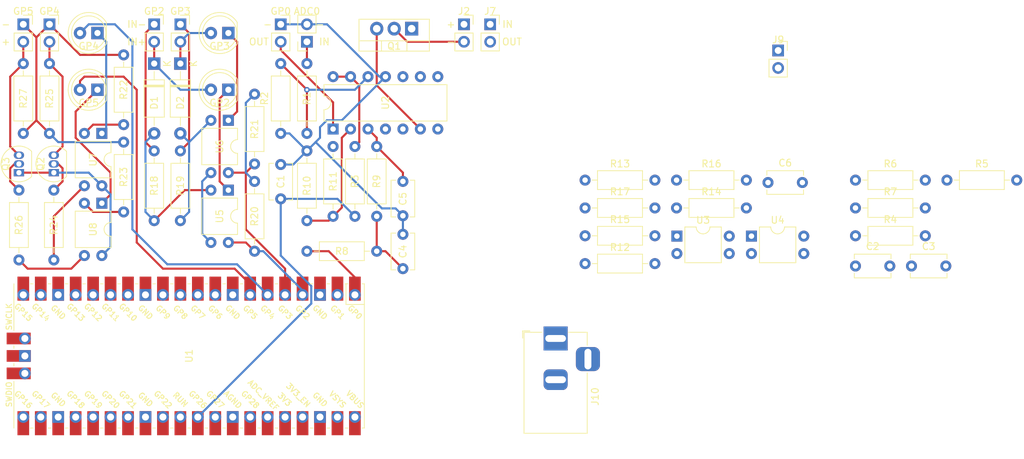
<source format=kicad_pcb>
(kicad_pcb (version 20171130) (host pcbnew "(5.1.10)-1")

  (general
    (thickness 1.6)
    (drawings 12)
    (tracks 165)
    (zones 0)
    (modules 60)
    (nets 83)
  )

  (page A4)
  (title_block
    (title RP2040_Board_TH_V1)
    (date 2021-05-31)
    (rev 1)
    (company "Harsch Systems")
    (comment 1 "Tyler Stowell")
  )

  (layers
    (0 F.Cu signal)
    (31 B.Cu signal)
    (32 B.Adhes user)
    (33 F.Adhes user)
    (34 B.Paste user)
    (35 F.Paste user)
    (36 B.SilkS user)
    (37 F.SilkS user)
    (38 B.Mask user)
    (39 F.Mask user)
    (40 Dwgs.User user)
    (41 Cmts.User user)
    (42 Eco1.User user)
    (43 Eco2.User user)
    (44 Edge.Cuts user)
    (45 Margin user)
    (46 B.CrtYd user)
    (47 F.CrtYd user)
    (48 B.Fab user)
    (49 F.Fab user)
  )

  (setup
    (last_trace_width 0.3)
    (user_trace_width 0.25)
    (user_trace_width 0.3)
    (user_trace_width 0.35)
    (trace_clearance 0.2)
    (zone_clearance 0.508)
    (zone_45_only no)
    (trace_min 0.2)
    (via_size 0.8)
    (via_drill 0.4)
    (via_min_size 0.4)
    (via_min_drill 0.3)
    (uvia_size 0.3)
    (uvia_drill 0.1)
    (uvias_allowed no)
    (uvia_min_size 0.2)
    (uvia_min_drill 0.1)
    (edge_width 0.05)
    (segment_width 0.2)
    (pcb_text_width 0.3)
    (pcb_text_size 1.5 1.5)
    (mod_edge_width 0.12)
    (mod_text_size 1 1)
    (mod_text_width 0.15)
    (pad_size 1.524 1.524)
    (pad_drill 0.762)
    (pad_to_mask_clearance 0)
    (aux_axis_origin 0 0)
    (visible_elements 7FFFFFFF)
    (pcbplotparams
      (layerselection 0x010fc_ffffffff)
      (usegerberextensions false)
      (usegerberattributes true)
      (usegerberadvancedattributes true)
      (creategerberjobfile true)
      (excludeedgelayer true)
      (linewidth 0.100000)
      (plotframeref false)
      (viasonmask false)
      (mode 1)
      (useauxorigin false)
      (hpglpennumber 1)
      (hpglpenspeed 20)
      (hpglpendiameter 15.000000)
      (psnegative false)
      (psa4output false)
      (plotreference true)
      (plotvalue true)
      (plotinvisibletext false)
      (padsonsilk false)
      (subtractmaskfromsilk false)
      (outputformat 1)
      (mirror false)
      (drillshape 1)
      (scaleselection 1)
      (outputdirectory ""))
  )

  (net 0 "")
  (net 1 "/10V to 3.3V Input/OUT")
  (net 2 GND)
  (net 3 "Net-(C2-Pad1)")
  (net 4 "Net-(C3-Pad1)")
  (net 5 "Net-(C4-Pad1)")
  (net 6 "Net-(C5-Pad1)")
  (net 7 "/20mA to 3.3V Input/OUT")
  (net 8 "/Digital Input/IN+1")
  (net 9 "Net-(D1-Pad2)")
  (net 10 "Net-(D2-Pad2)")
  (net 11 "/Digital Input/IN+2")
  (net 12 "Net-(D3-Pad1)")
  (net 13 "Net-(D4-Pad1)")
  (net 14 "/Digital Output/IN1")
  (net 15 "Net-(D5-Pad1)")
  (net 16 "Net-(D6-Pad1)")
  (net 17 "/Digital Output/IN2")
  (net 18 "/PWM to 10V Output/OUT")
  (net 19 "/PWM to 20mA Output/OUT")
  (net 20 24V)
  (net 21 "/Digital Input/IN-1")
  (net 22 "/Digital Input/IN-2")
  (net 23 "/Digital Output/OUT1")
  (net 24 "/Digital Output/OUT2")
  (net 25 "/20mA to 3.3V Input/C_IN")
  (net 26 "/20mA to 3.3V Input/C_OUT")
  (net 27 "/10V to 3.3V Input/IN")
  (net 28 "Net-(Q1-Pad1)")
  (net 29 "Net-(Q1-Pad3)")
  (net 30 "Net-(Q2-Pad2)")
  (net 31 "Net-(Q3-Pad2)")
  (net 32 "Net-(R1-Pad1)")
  (net 33 "Net-(R3-Pad2)")
  (net 34 "/PWM to 20mA Output/PWM")
  (net 35 "Net-(R7-Pad2)")
  (net 36 "/PWM to 10V Output/PWM")
  (net 37 "Net-(R10-Pad1)")
  (net 38 "Net-(R12-Pad1)")
  (net 39 "Net-(R14-Pad2)")
  (net 40 "Net-(R15-Pad2)")
  (net 41 "Net-(R16-Pad2)")
  (net 42 "/Digital Input/OUT1")
  (net 43 3.3V)
  (net 44 "/Digital Input/OUT2")
  (net 45 "Net-(R22-Pad2)")
  (net 46 "Net-(R23-Pad2)")
  (net 47 "Net-(R24-Pad1)")
  (net 48 "Net-(R26-Pad1)")
  (net 49 "Net-(U1-Pad3)")
  (net 50 "Net-(U1-Pad8)")
  (net 51 "Net-(U1-Pad9)")
  (net 52 "Net-(U1-Pad10)")
  (net 53 "Net-(U1-Pad11)")
  (net 54 "Net-(U1-Pad12)")
  (net 55 "Net-(U1-Pad13)")
  (net 56 "Net-(U1-Pad14)")
  (net 57 "Net-(U1-Pad15)")
  (net 58 "Net-(U1-Pad16)")
  (net 59 "Net-(U1-Pad17)")
  (net 60 "Net-(U1-Pad18)")
  (net 61 "Net-(U1-Pad19)")
  (net 62 "Net-(U1-Pad20)")
  (net 63 "Net-(U1-Pad21)")
  (net 64 "Net-(U1-Pad22)")
  (net 65 "Net-(U1-Pad24)")
  (net 66 "Net-(U1-Pad25)")
  (net 67 "Net-(U1-Pad26)")
  (net 68 "Net-(U1-Pad27)")
  (net 69 "Net-(U1-Pad28)")
  (net 70 "Net-(U1-Pad29)")
  (net 71 "Net-(U1-Pad30)")
  (net 72 "Net-(U1-Pad33)")
  (net 73 "Net-(U1-Pad34)")
  (net 74 "Net-(U1-Pad35)")
  (net 75 "Net-(U1-Pad37)")
  (net 76 "Net-(U1-Pad38)")
  (net 77 "Net-(U1-Pad39)")
  (net 78 "Net-(U1-Pad40)")
  (net 79 "Net-(U1-Pad41)")
  (net 80 "Net-(U1-Pad42)")
  (net 81 "Net-(U1-Pad43)")
  (net 82 "Net-(U2-Pad8)")

  (net_class Default "This is the default net class."
    (clearance 0.2)
    (trace_width 0.25)
    (via_dia 0.8)
    (via_drill 0.4)
    (uvia_dia 0.3)
    (uvia_drill 0.1)
    (add_net "/10V to 3.3V Input/IN")
    (add_net "/10V to 3.3V Input/OUT")
    (add_net "/20mA to 3.3V Input/C_IN")
    (add_net "/20mA to 3.3V Input/C_OUT")
    (add_net "/20mA to 3.3V Input/OUT")
    (add_net "/Digital Input/IN+1")
    (add_net "/Digital Input/IN+2")
    (add_net "/Digital Input/IN-1")
    (add_net "/Digital Input/IN-2")
    (add_net "/Digital Input/OUT1")
    (add_net "/Digital Input/OUT2")
    (add_net "/Digital Output/IN1")
    (add_net "/Digital Output/IN2")
    (add_net "/Digital Output/OUT1")
    (add_net "/Digital Output/OUT2")
    (add_net "/PWM to 10V Output/OUT")
    (add_net "/PWM to 10V Output/PWM")
    (add_net "/PWM to 20mA Output/OUT")
    (add_net "/PWM to 20mA Output/PWM")
    (add_net 24V)
    (add_net 3.3V)
    (add_net GND)
    (add_net "Net-(C2-Pad1)")
    (add_net "Net-(C3-Pad1)")
    (add_net "Net-(C4-Pad1)")
    (add_net "Net-(C5-Pad1)")
    (add_net "Net-(D1-Pad2)")
    (add_net "Net-(D2-Pad2)")
    (add_net "Net-(D3-Pad1)")
    (add_net "Net-(D4-Pad1)")
    (add_net "Net-(D5-Pad1)")
    (add_net "Net-(D6-Pad1)")
    (add_net "Net-(Q1-Pad1)")
    (add_net "Net-(Q1-Pad3)")
    (add_net "Net-(Q2-Pad2)")
    (add_net "Net-(Q3-Pad2)")
    (add_net "Net-(R1-Pad1)")
    (add_net "Net-(R10-Pad1)")
    (add_net "Net-(R12-Pad1)")
    (add_net "Net-(R14-Pad2)")
    (add_net "Net-(R15-Pad2)")
    (add_net "Net-(R16-Pad2)")
    (add_net "Net-(R22-Pad2)")
    (add_net "Net-(R23-Pad2)")
    (add_net "Net-(R24-Pad1)")
    (add_net "Net-(R26-Pad1)")
    (add_net "Net-(R3-Pad2)")
    (add_net "Net-(R7-Pad2)")
    (add_net "Net-(U1-Pad10)")
    (add_net "Net-(U1-Pad11)")
    (add_net "Net-(U1-Pad12)")
    (add_net "Net-(U1-Pad13)")
    (add_net "Net-(U1-Pad14)")
    (add_net "Net-(U1-Pad15)")
    (add_net "Net-(U1-Pad16)")
    (add_net "Net-(U1-Pad17)")
    (add_net "Net-(U1-Pad18)")
    (add_net "Net-(U1-Pad19)")
    (add_net "Net-(U1-Pad20)")
    (add_net "Net-(U1-Pad21)")
    (add_net "Net-(U1-Pad22)")
    (add_net "Net-(U1-Pad24)")
    (add_net "Net-(U1-Pad25)")
    (add_net "Net-(U1-Pad26)")
    (add_net "Net-(U1-Pad27)")
    (add_net "Net-(U1-Pad28)")
    (add_net "Net-(U1-Pad29)")
    (add_net "Net-(U1-Pad3)")
    (add_net "Net-(U1-Pad30)")
    (add_net "Net-(U1-Pad33)")
    (add_net "Net-(U1-Pad34)")
    (add_net "Net-(U1-Pad35)")
    (add_net "Net-(U1-Pad37)")
    (add_net "Net-(U1-Pad38)")
    (add_net "Net-(U1-Pad39)")
    (add_net "Net-(U1-Pad40)")
    (add_net "Net-(U1-Pad41)")
    (add_net "Net-(U1-Pad42)")
    (add_net "Net-(U1-Pad43)")
    (add_net "Net-(U1-Pad8)")
    (add_net "Net-(U1-Pad9)")
    (add_net "Net-(U2-Pad8)")
  )

  (module Connector_PinSocket_2.54mm:PinSocket_1x02_P2.54mm_Vertical (layer F.Cu) (tedit 5A19A420) (tstamp 60B7ED67)
    (at 116.205 74.93)
    (descr "Through hole straight socket strip, 1x02, 2.54mm pitch, single row (from Kicad 4.0.7), script generated")
    (tags "Through hole socket strip THT 1x02 2.54mm single row")
    (path /60B09F3E)
    (fp_text reference GP0 (at 0 -1.905) (layer F.SilkS)
      (effects (font (size 1 1) (thickness 0.15)))
    )
    (fp_text value V_OUT (at 0 2.56) (layer F.Fab)
      (effects (font (size 1 1) (thickness 0.15)))
    )
    (fp_line (start -1.8 4.3) (end -1.8 -1.8) (layer F.CrtYd) (width 0.05))
    (fp_line (start 1.75 4.3) (end -1.8 4.3) (layer F.CrtYd) (width 0.05))
    (fp_line (start 1.75 -1.8) (end 1.75 4.3) (layer F.CrtYd) (width 0.05))
    (fp_line (start -1.8 -1.8) (end 1.75 -1.8) (layer F.CrtYd) (width 0.05))
    (fp_line (start 0 -1.33) (end 1.33 -1.33) (layer F.SilkS) (width 0.12))
    (fp_line (start 1.33 -1.33) (end 1.33 0) (layer F.SilkS) (width 0.12))
    (fp_line (start 1.33 1.27) (end 1.33 3.87) (layer F.SilkS) (width 0.12))
    (fp_line (start -1.33 3.87) (end 1.33 3.87) (layer F.SilkS) (width 0.12))
    (fp_line (start -1.33 1.27) (end -1.33 3.87) (layer F.SilkS) (width 0.12))
    (fp_line (start -1.33 1.27) (end 1.33 1.27) (layer F.SilkS) (width 0.12))
    (fp_line (start -1.27 3.81) (end -1.27 -1.27) (layer F.Fab) (width 0.1))
    (fp_line (start 1.27 3.81) (end -1.27 3.81) (layer F.Fab) (width 0.1))
    (fp_line (start 1.27 -0.635) (end 1.27 3.81) (layer F.Fab) (width 0.1))
    (fp_line (start 0.635 -1.27) (end 1.27 -0.635) (layer F.Fab) (width 0.1))
    (fp_line (start -1.27 -1.27) (end 0.635 -1.27) (layer F.Fab) (width 0.1))
    (fp_text user %R (at 0 0.5 90) (layer F.Fab)
      (effects (font (size 0.76 0.76) (thickness 0.114)))
    )
    (pad 2 thru_hole oval (at 0 2.54) (size 1.7 1.7) (drill 1) (layers *.Cu *.Mask)
      (net 18 "/PWM to 10V Output/OUT"))
    (pad 1 thru_hole rect (at 0 0) (size 1.7 1.7) (drill 1) (layers *.Cu *.Mask)
      (net 2 GND))
    (model ${KISYS3DMOD}/Connector_PinSocket_2.54mm.3dshapes/PinSocket_1x02_P2.54mm_Vertical.wrl
      (at (xyz 0 0 0))
      (scale (xyz 1 1 1))
      (rotate (xyz 0 0 0))
    )
  )

  (module Connector_PinSocket_2.54mm:PinSocket_1x02_P2.54mm_Vertical (layer F.Cu) (tedit 5A19A420) (tstamp 60B5539C)
    (at 142.875 74.93)
    (descr "Through hole straight socket strip, 1x02, 2.54mm pitch, single row (from Kicad 4.0.7), script generated")
    (tags "Through hole socket strip THT 1x02 2.54mm single row")
    (path /60B0BC38)
    (fp_text reference J2 (at 0 -1.905) (layer F.SilkS)
      (effects (font (size 1 1) (thickness 0.15)))
    )
    (fp_text value mA_OUT (at 0 2.56) (layer F.Fab)
      (effects (font (size 1 1) (thickness 0.15)))
    )
    (fp_line (start -1.8 4.3) (end -1.8 -1.8) (layer F.CrtYd) (width 0.05))
    (fp_line (start 1.75 4.3) (end -1.8 4.3) (layer F.CrtYd) (width 0.05))
    (fp_line (start 1.75 -1.8) (end 1.75 4.3) (layer F.CrtYd) (width 0.05))
    (fp_line (start -1.8 -1.8) (end 1.75 -1.8) (layer F.CrtYd) (width 0.05))
    (fp_line (start 0 -1.33) (end 1.33 -1.33) (layer F.SilkS) (width 0.12))
    (fp_line (start 1.33 -1.33) (end 1.33 0) (layer F.SilkS) (width 0.12))
    (fp_line (start 1.33 1.27) (end 1.33 3.87) (layer F.SilkS) (width 0.12))
    (fp_line (start -1.33 3.87) (end 1.33 3.87) (layer F.SilkS) (width 0.12))
    (fp_line (start -1.33 1.27) (end -1.33 3.87) (layer F.SilkS) (width 0.12))
    (fp_line (start -1.33 1.27) (end 1.33 1.27) (layer F.SilkS) (width 0.12))
    (fp_line (start -1.27 3.81) (end -1.27 -1.27) (layer F.Fab) (width 0.1))
    (fp_line (start 1.27 3.81) (end -1.27 3.81) (layer F.Fab) (width 0.1))
    (fp_line (start 1.27 -0.635) (end 1.27 3.81) (layer F.Fab) (width 0.1))
    (fp_line (start 0.635 -1.27) (end 1.27 -0.635) (layer F.Fab) (width 0.1))
    (fp_line (start -1.27 -1.27) (end 0.635 -1.27) (layer F.Fab) (width 0.1))
    (fp_text user %R (at 0 0.5 90) (layer F.Fab)
      (effects (font (size 0.76 0.76) (thickness 0.114)))
    )
    (pad 2 thru_hole oval (at 0 2.54) (size 1.7 1.7) (drill 1) (layers *.Cu *.Mask)
      (net 19 "/PWM to 20mA Output/OUT"))
    (pad 1 thru_hole rect (at 0 0) (size 1.7 1.7) (drill 1) (layers *.Cu *.Mask)
      (net 20 24V))
    (model ${KISYS3DMOD}/Connector_PinSocket_2.54mm.3dshapes/PinSocket_1x02_P2.54mm_Vertical.wrl
      (at (xyz 0 0 0))
      (scale (xyz 1 1 1))
      (rotate (xyz 0 0 0))
    )
  )

  (module Connector_PinSocket_2.54mm:PinSocket_1x02_P2.54mm_Vertical (layer F.Cu) (tedit 5A19A420) (tstamp 60B60DEC)
    (at 97.79 74.93)
    (descr "Through hole straight socket strip, 1x02, 2.54mm pitch, single row (from Kicad 4.0.7), script generated")
    (tags "Through hole socket strip THT 1x02 2.54mm single row")
    (path /60B47D03)
    (fp_text reference GP2 (at 0 -1.905) (layer F.SilkS)
      (effects (font (size 1 1) (thickness 0.15)))
    )
    (fp_text value DIG_IN (at 0 2.56) (layer F.Fab)
      (effects (font (size 1 1) (thickness 0.15)))
    )
    (fp_line (start -1.8 4.3) (end -1.8 -1.8) (layer F.CrtYd) (width 0.05))
    (fp_line (start 1.75 4.3) (end -1.8 4.3) (layer F.CrtYd) (width 0.05))
    (fp_line (start 1.75 -1.8) (end 1.75 4.3) (layer F.CrtYd) (width 0.05))
    (fp_line (start -1.8 -1.8) (end 1.75 -1.8) (layer F.CrtYd) (width 0.05))
    (fp_line (start 0 -1.33) (end 1.33 -1.33) (layer F.SilkS) (width 0.12))
    (fp_line (start 1.33 -1.33) (end 1.33 0) (layer F.SilkS) (width 0.12))
    (fp_line (start 1.33 1.27) (end 1.33 3.87) (layer F.SilkS) (width 0.12))
    (fp_line (start -1.33 3.87) (end 1.33 3.87) (layer F.SilkS) (width 0.12))
    (fp_line (start -1.33 1.27) (end -1.33 3.87) (layer F.SilkS) (width 0.12))
    (fp_line (start -1.33 1.27) (end 1.33 1.27) (layer F.SilkS) (width 0.12))
    (fp_line (start -1.27 3.81) (end -1.27 -1.27) (layer F.Fab) (width 0.1))
    (fp_line (start 1.27 3.81) (end -1.27 3.81) (layer F.Fab) (width 0.1))
    (fp_line (start 1.27 -0.635) (end 1.27 3.81) (layer F.Fab) (width 0.1))
    (fp_line (start 0.635 -1.27) (end 1.27 -0.635) (layer F.Fab) (width 0.1))
    (fp_line (start -1.27 -1.27) (end 0.635 -1.27) (layer F.Fab) (width 0.1))
    (fp_text user %R (at 0 0.5 90) (layer F.Fab)
      (effects (font (size 0.76 0.76) (thickness 0.114)))
    )
    (pad 2 thru_hole oval (at 0 2.54) (size 1.7 1.7) (drill 1) (layers *.Cu *.Mask)
      (net 8 "/Digital Input/IN+1"))
    (pad 1 thru_hole rect (at 0 0) (size 1.7 1.7) (drill 1) (layers *.Cu *.Mask)
      (net 21 "/Digital Input/IN-1"))
    (model ${KISYS3DMOD}/Connector_PinSocket_2.54mm.3dshapes/PinSocket_1x02_P2.54mm_Vertical.wrl
      (at (xyz 0 0 0))
      (scale (xyz 1 1 1))
      (rotate (xyz 0 0 0))
    )
  )

  (module Connector_PinSocket_2.54mm:PinSocket_1x02_P2.54mm_Vertical (layer F.Cu) (tedit 5A19A420) (tstamp 60B60E2B)
    (at 101.6 74.93)
    (descr "Through hole straight socket strip, 1x02, 2.54mm pitch, single row (from Kicad 4.0.7), script generated")
    (tags "Through hole socket strip THT 1x02 2.54mm single row")
    (path /60BADF7F)
    (fp_text reference GP3 (at 0 -1.905) (layer F.SilkS)
      (effects (font (size 1 1) (thickness 0.15)))
    )
    (fp_text value DIG_IN (at 0 2.56) (layer F.Fab)
      (effects (font (size 1 1) (thickness 0.15)))
    )
    (fp_line (start -1.8 4.3) (end -1.8 -1.8) (layer F.CrtYd) (width 0.05))
    (fp_line (start 1.75 4.3) (end -1.8 4.3) (layer F.CrtYd) (width 0.05))
    (fp_line (start 1.75 -1.8) (end 1.75 4.3) (layer F.CrtYd) (width 0.05))
    (fp_line (start -1.8 -1.8) (end 1.75 -1.8) (layer F.CrtYd) (width 0.05))
    (fp_line (start 0 -1.33) (end 1.33 -1.33) (layer F.SilkS) (width 0.12))
    (fp_line (start 1.33 -1.33) (end 1.33 0) (layer F.SilkS) (width 0.12))
    (fp_line (start 1.33 1.27) (end 1.33 3.87) (layer F.SilkS) (width 0.12))
    (fp_line (start -1.33 3.87) (end 1.33 3.87) (layer F.SilkS) (width 0.12))
    (fp_line (start -1.33 1.27) (end -1.33 3.87) (layer F.SilkS) (width 0.12))
    (fp_line (start -1.33 1.27) (end 1.33 1.27) (layer F.SilkS) (width 0.12))
    (fp_line (start -1.27 3.81) (end -1.27 -1.27) (layer F.Fab) (width 0.1))
    (fp_line (start 1.27 3.81) (end -1.27 3.81) (layer F.Fab) (width 0.1))
    (fp_line (start 1.27 -0.635) (end 1.27 3.81) (layer F.Fab) (width 0.1))
    (fp_line (start 0.635 -1.27) (end 1.27 -0.635) (layer F.Fab) (width 0.1))
    (fp_line (start -1.27 -1.27) (end 0.635 -1.27) (layer F.Fab) (width 0.1))
    (fp_text user %R (at 0 0.5 90) (layer F.Fab)
      (effects (font (size 0.76 0.76) (thickness 0.114)))
    )
    (pad 2 thru_hole oval (at 0 2.54) (size 1.7 1.7) (drill 1) (layers *.Cu *.Mask)
      (net 11 "/Digital Input/IN+2"))
    (pad 1 thru_hole rect (at 0 0) (size 1.7 1.7) (drill 1) (layers *.Cu *.Mask)
      (net 22 "/Digital Input/IN-2"))
    (model ${KISYS3DMOD}/Connector_PinSocket_2.54mm.3dshapes/PinSocket_1x02_P2.54mm_Vertical.wrl
      (at (xyz 0 0 0))
      (scale (xyz 1 1 1))
      (rotate (xyz 0 0 0))
    )
  )

  (module Connector_PinSocket_2.54mm:PinSocket_1x02_P2.54mm_Vertical (layer F.Cu) (tedit 5A19A420) (tstamp 60B583F4)
    (at 82.55 74.93)
    (descr "Through hole straight socket strip, 1x02, 2.54mm pitch, single row (from Kicad 4.0.7), script generated")
    (tags "Through hole socket strip THT 1x02 2.54mm single row")
    (path /60C380A7)
    (fp_text reference GP4 (at 0 -1.905) (layer F.SilkS)
      (effects (font (size 1 1) (thickness 0.15)))
    )
    (fp_text value DIG_OUT (at 0 2.56) (layer F.Fab)
      (effects (font (size 1 1) (thickness 0.15)))
    )
    (fp_line (start -1.8 4.3) (end -1.8 -1.8) (layer F.CrtYd) (width 0.05))
    (fp_line (start 1.75 4.3) (end -1.8 4.3) (layer F.CrtYd) (width 0.05))
    (fp_line (start 1.75 -1.8) (end 1.75 4.3) (layer F.CrtYd) (width 0.05))
    (fp_line (start -1.8 -1.8) (end 1.75 -1.8) (layer F.CrtYd) (width 0.05))
    (fp_line (start 0 -1.33) (end 1.33 -1.33) (layer F.SilkS) (width 0.12))
    (fp_line (start 1.33 -1.33) (end 1.33 0) (layer F.SilkS) (width 0.12))
    (fp_line (start 1.33 1.27) (end 1.33 3.87) (layer F.SilkS) (width 0.12))
    (fp_line (start -1.33 3.87) (end 1.33 3.87) (layer F.SilkS) (width 0.12))
    (fp_line (start -1.33 1.27) (end -1.33 3.87) (layer F.SilkS) (width 0.12))
    (fp_line (start -1.33 1.27) (end 1.33 1.27) (layer F.SilkS) (width 0.12))
    (fp_line (start -1.27 3.81) (end -1.27 -1.27) (layer F.Fab) (width 0.1))
    (fp_line (start 1.27 3.81) (end -1.27 3.81) (layer F.Fab) (width 0.1))
    (fp_line (start 1.27 -0.635) (end 1.27 3.81) (layer F.Fab) (width 0.1))
    (fp_line (start 0.635 -1.27) (end 1.27 -0.635) (layer F.Fab) (width 0.1))
    (fp_line (start -1.27 -1.27) (end 0.635 -1.27) (layer F.Fab) (width 0.1))
    (fp_text user %R (at 0 0.5 90) (layer F.Fab)
      (effects (font (size 0.76 0.76) (thickness 0.114)))
    )
    (pad 2 thru_hole oval (at 0 2.54) (size 1.7 1.7) (drill 1) (layers *.Cu *.Mask)
      (net 23 "/Digital Output/OUT1"))
    (pad 1 thru_hole rect (at 0 0) (size 1.7 1.7) (drill 1) (layers *.Cu *.Mask)
      (net 2 GND))
    (model ${KISYS3DMOD}/Connector_PinSocket_2.54mm.3dshapes/PinSocket_1x02_P2.54mm_Vertical.wrl
      (at (xyz 0 0 0))
      (scale (xyz 1 1 1))
      (rotate (xyz 0 0 0))
    )
  )

  (module Connector_PinSocket_2.54mm:PinSocket_1x02_P2.54mm_Vertical (layer F.Cu) (tedit 5A19A420) (tstamp 60B5982A)
    (at 78.74 74.93)
    (descr "Through hole straight socket strip, 1x02, 2.54mm pitch, single row (from Kicad 4.0.7), script generated")
    (tags "Through hole socket strip THT 1x02 2.54mm single row")
    (path /60C39103)
    (fp_text reference GP5 (at 0 -1.905) (layer F.SilkS)
      (effects (font (size 1 1) (thickness 0.15)))
    )
    (fp_text value DIG_OUT (at 0 2.56) (layer F.Fab)
      (effects (font (size 1 1) (thickness 0.15)))
    )
    (fp_line (start -1.8 4.3) (end -1.8 -1.8) (layer F.CrtYd) (width 0.05))
    (fp_line (start 1.75 4.3) (end -1.8 4.3) (layer F.CrtYd) (width 0.05))
    (fp_line (start 1.75 -1.8) (end 1.75 4.3) (layer F.CrtYd) (width 0.05))
    (fp_line (start -1.8 -1.8) (end 1.75 -1.8) (layer F.CrtYd) (width 0.05))
    (fp_line (start 0 -1.33) (end 1.33 -1.33) (layer F.SilkS) (width 0.12))
    (fp_line (start 1.33 -1.33) (end 1.33 0) (layer F.SilkS) (width 0.12))
    (fp_line (start 1.33 1.27) (end 1.33 3.87) (layer F.SilkS) (width 0.12))
    (fp_line (start -1.33 3.87) (end 1.33 3.87) (layer F.SilkS) (width 0.12))
    (fp_line (start -1.33 1.27) (end -1.33 3.87) (layer F.SilkS) (width 0.12))
    (fp_line (start -1.33 1.27) (end 1.33 1.27) (layer F.SilkS) (width 0.12))
    (fp_line (start -1.27 3.81) (end -1.27 -1.27) (layer F.Fab) (width 0.1))
    (fp_line (start 1.27 3.81) (end -1.27 3.81) (layer F.Fab) (width 0.1))
    (fp_line (start 1.27 -0.635) (end 1.27 3.81) (layer F.Fab) (width 0.1))
    (fp_line (start 0.635 -1.27) (end 1.27 -0.635) (layer F.Fab) (width 0.1))
    (fp_line (start -1.27 -1.27) (end 0.635 -1.27) (layer F.Fab) (width 0.1))
    (fp_text user %R (at 0 0.5 90) (layer F.Fab)
      (effects (font (size 0.76 0.76) (thickness 0.114)))
    )
    (pad 2 thru_hole oval (at 0 2.54) (size 1.7 1.7) (drill 1) (layers *.Cu *.Mask)
      (net 24 "/Digital Output/OUT2"))
    (pad 1 thru_hole rect (at 0 0) (size 1.7 1.7) (drill 1) (layers *.Cu *.Mask)
      (net 2 GND))
    (model ${KISYS3DMOD}/Connector_PinSocket_2.54mm.3dshapes/PinSocket_1x02_P2.54mm_Vertical.wrl
      (at (xyz 0 0 0))
      (scale (xyz 1 1 1))
      (rotate (xyz 0 0 0))
    )
  )

  (module Connector_PinSocket_2.54mm:PinSocket_1x02_P2.54mm_Vertical (layer F.Cu) (tedit 5A19A420) (tstamp 60B59795)
    (at 146.685 74.93)
    (descr "Through hole straight socket strip, 1x02, 2.54mm pitch, single row (from Kicad 4.0.7), script generated")
    (tags "Through hole socket strip THT 1x02 2.54mm single row")
    (path /60AFC2F2)
    (fp_text reference J7 (at 0 -1.905) (layer F.SilkS)
      (effects (font (size 1 1) (thickness 0.15)))
    )
    (fp_text value mA_IN (at 0 2.56) (layer F.Fab)
      (effects (font (size 1 1) (thickness 0.15)))
    )
    (fp_line (start -1.8 4.3) (end -1.8 -1.8) (layer F.CrtYd) (width 0.05))
    (fp_line (start 1.75 4.3) (end -1.8 4.3) (layer F.CrtYd) (width 0.05))
    (fp_line (start 1.75 -1.8) (end 1.75 4.3) (layer F.CrtYd) (width 0.05))
    (fp_line (start -1.8 -1.8) (end 1.75 -1.8) (layer F.CrtYd) (width 0.05))
    (fp_line (start 0 -1.33) (end 1.33 -1.33) (layer F.SilkS) (width 0.12))
    (fp_line (start 1.33 -1.33) (end 1.33 0) (layer F.SilkS) (width 0.12))
    (fp_line (start 1.33 1.27) (end 1.33 3.87) (layer F.SilkS) (width 0.12))
    (fp_line (start -1.33 3.87) (end 1.33 3.87) (layer F.SilkS) (width 0.12))
    (fp_line (start -1.33 1.27) (end -1.33 3.87) (layer F.SilkS) (width 0.12))
    (fp_line (start -1.33 1.27) (end 1.33 1.27) (layer F.SilkS) (width 0.12))
    (fp_line (start -1.27 3.81) (end -1.27 -1.27) (layer F.Fab) (width 0.1))
    (fp_line (start 1.27 3.81) (end -1.27 3.81) (layer F.Fab) (width 0.1))
    (fp_line (start 1.27 -0.635) (end 1.27 3.81) (layer F.Fab) (width 0.1))
    (fp_line (start 0.635 -1.27) (end 1.27 -0.635) (layer F.Fab) (width 0.1))
    (fp_line (start -1.27 -1.27) (end 0.635 -1.27) (layer F.Fab) (width 0.1))
    (fp_text user %R (at 0 0.5 90) (layer F.Fab)
      (effects (font (size 0.76 0.76) (thickness 0.114)))
    )
    (pad 2 thru_hole oval (at 0 2.54) (size 1.7 1.7) (drill 1) (layers *.Cu *.Mask)
      (net 26 "/20mA to 3.3V Input/C_OUT"))
    (pad 1 thru_hole rect (at 0 0) (size 1.7 1.7) (drill 1) (layers *.Cu *.Mask)
      (net 25 "/20mA to 3.3V Input/C_IN"))
    (model ${KISYS3DMOD}/Connector_PinSocket_2.54mm.3dshapes/PinSocket_1x02_P2.54mm_Vertical.wrl
      (at (xyz 0 0 0))
      (scale (xyz 1 1 1))
      (rotate (xyz 0 0 0))
    )
  )

  (module Connector_PinSocket_2.54mm:PinSocket_1x02_P2.54mm_Vertical (layer F.Cu) (tedit 5A19A420) (tstamp 60B7ECCA)
    (at 120.015 77.47 180)
    (descr "Through hole straight socket strip, 1x02, 2.54mm pitch, single row (from Kicad 4.0.7), script generated")
    (tags "Through hole socket strip THT 1x02 2.54mm single row")
    (path /60B06785)
    (fp_text reference ADC0 (at 0 4.445) (layer F.SilkS)
      (effects (font (size 1 1) (thickness 0.15)))
    )
    (fp_text value V_IN (at 0 2.56) (layer F.Fab)
      (effects (font (size 1 1) (thickness 0.15)))
    )
    (fp_line (start -1.8 4.3) (end -1.8 -1.8) (layer F.CrtYd) (width 0.05))
    (fp_line (start 1.75 4.3) (end -1.8 4.3) (layer F.CrtYd) (width 0.05))
    (fp_line (start 1.75 -1.8) (end 1.75 4.3) (layer F.CrtYd) (width 0.05))
    (fp_line (start -1.8 -1.8) (end 1.75 -1.8) (layer F.CrtYd) (width 0.05))
    (fp_line (start 0 -1.33) (end 1.33 -1.33) (layer F.SilkS) (width 0.12))
    (fp_line (start 1.33 -1.33) (end 1.33 0) (layer F.SilkS) (width 0.12))
    (fp_line (start 1.33 1.27) (end 1.33 3.87) (layer F.SilkS) (width 0.12))
    (fp_line (start -1.33 3.87) (end 1.33 3.87) (layer F.SilkS) (width 0.12))
    (fp_line (start -1.33 1.27) (end -1.33 3.87) (layer F.SilkS) (width 0.12))
    (fp_line (start -1.33 1.27) (end 1.33 1.27) (layer F.SilkS) (width 0.12))
    (fp_line (start -1.27 3.81) (end -1.27 -1.27) (layer F.Fab) (width 0.1))
    (fp_line (start 1.27 3.81) (end -1.27 3.81) (layer F.Fab) (width 0.1))
    (fp_line (start 1.27 -0.635) (end 1.27 3.81) (layer F.Fab) (width 0.1))
    (fp_line (start 0.635 -1.27) (end 1.27 -0.635) (layer F.Fab) (width 0.1))
    (fp_line (start -1.27 -1.27) (end 0.635 -1.27) (layer F.Fab) (width 0.1))
    (fp_text user %R (at 0 0.5 90) (layer F.Fab)
      (effects (font (size 0.76 0.76) (thickness 0.114)))
    )
    (pad 2 thru_hole oval (at 0 2.54 180) (size 1.7 1.7) (drill 1) (layers *.Cu *.Mask)
      (net 2 GND))
    (pad 1 thru_hole rect (at 0 0 180) (size 1.7 1.7) (drill 1) (layers *.Cu *.Mask)
      (net 27 "/10V to 3.3V Input/IN"))
    (model ${KISYS3DMOD}/Connector_PinSocket_2.54mm.3dshapes/PinSocket_1x02_P2.54mm_Vertical.wrl
      (at (xyz 0 0 0))
      (scale (xyz 1 1 1))
      (rotate (xyz 0 0 0))
    )
  )

  (module Connector_PinSocket_2.54mm:PinSocket_1x02_P2.54mm_Vertical (layer F.Cu) (tedit 5A19A420) (tstamp 60B55444)
    (at 188.595 78.74)
    (descr "Through hole straight socket strip, 1x02, 2.54mm pitch, single row (from Kicad 4.0.7), script generated")
    (tags "Through hole socket strip THT 1x02 2.54mm single row")
    (path /60B60AD3)
    (fp_text reference J9 (at 0 -1.56) (layer F.SilkS)
      (effects (font (size 1 1) (thickness 0.15)))
    )
    (fp_text value GND-24V (at 0 2.56) (layer F.Fab)
      (effects (font (size 1 1) (thickness 0.15)))
    )
    (fp_line (start -1.8 4.3) (end -1.8 -1.8) (layer F.CrtYd) (width 0.05))
    (fp_line (start 1.75 4.3) (end -1.8 4.3) (layer F.CrtYd) (width 0.05))
    (fp_line (start 1.75 -1.8) (end 1.75 4.3) (layer F.CrtYd) (width 0.05))
    (fp_line (start -1.8 -1.8) (end 1.75 -1.8) (layer F.CrtYd) (width 0.05))
    (fp_line (start 0 -1.33) (end 1.33 -1.33) (layer F.SilkS) (width 0.12))
    (fp_line (start 1.33 -1.33) (end 1.33 0) (layer F.SilkS) (width 0.12))
    (fp_line (start 1.33 1.27) (end 1.33 3.87) (layer F.SilkS) (width 0.12))
    (fp_line (start -1.33 3.87) (end 1.33 3.87) (layer F.SilkS) (width 0.12))
    (fp_line (start -1.33 1.27) (end -1.33 3.87) (layer F.SilkS) (width 0.12))
    (fp_line (start -1.33 1.27) (end 1.33 1.27) (layer F.SilkS) (width 0.12))
    (fp_line (start -1.27 3.81) (end -1.27 -1.27) (layer F.Fab) (width 0.1))
    (fp_line (start 1.27 3.81) (end -1.27 3.81) (layer F.Fab) (width 0.1))
    (fp_line (start 1.27 -0.635) (end 1.27 3.81) (layer F.Fab) (width 0.1))
    (fp_line (start 0.635 -1.27) (end 1.27 -0.635) (layer F.Fab) (width 0.1))
    (fp_line (start -1.27 -1.27) (end 0.635 -1.27) (layer F.Fab) (width 0.1))
    (fp_text user %R (at 0 0.5 90) (layer F.Fab)
      (effects (font (size 0.76 0.76) (thickness 0.114)))
    )
    (pad 2 thru_hole oval (at 0 2.54) (size 1.7 1.7) (drill 1) (layers *.Cu *.Mask)
      (net 20 24V))
    (pad 1 thru_hole rect (at 0 0) (size 1.7 1.7) (drill 1) (layers *.Cu *.Mask)
      (net 2 GND))
    (model ${KISYS3DMOD}/Connector_PinSocket_2.54mm.3dshapes/PinSocket_1x02_P2.54mm_Vertical.wrl
      (at (xyz 0 0 0))
      (scale (xyz 1 1 1))
      (rotate (xyz 0 0 0))
    )
  )

  (module Capacitor_THT:C_Disc_D5.1mm_W3.2mm_P5.00mm (layer F.Cu) (tedit 5AE50EF0) (tstamp 60B5527D)
    (at 116.205 100.33 90)
    (descr "C, Disc series, Radial, pin pitch=5.00mm, , diameter*width=5.1*3.2mm^2, Capacitor, http://www.vishay.com/docs/45233/krseries.pdf")
    (tags "C Disc series Radial pin pitch 5.00mm  diameter 5.1mm width 3.2mm Capacitor")
    (path /60A8EFC5/60A9C9D5)
    (fp_text reference C1 (at 2.5 0 90) (layer F.SilkS)
      (effects (font (size 1 1) (thickness 0.15)))
    )
    (fp_text value .47μ (at 2.5 2.85 90) (layer F.Fab)
      (effects (font (size 1 1) (thickness 0.15)))
    )
    (fp_line (start -0.05 -1.6) (end -0.05 1.6) (layer F.Fab) (width 0.1))
    (fp_line (start -0.05 1.6) (end 5.05 1.6) (layer F.Fab) (width 0.1))
    (fp_line (start 5.05 1.6) (end 5.05 -1.6) (layer F.Fab) (width 0.1))
    (fp_line (start 5.05 -1.6) (end -0.05 -1.6) (layer F.Fab) (width 0.1))
    (fp_line (start -0.17 -1.721) (end 5.17 -1.721) (layer F.SilkS) (width 0.12))
    (fp_line (start -0.17 1.721) (end 5.17 1.721) (layer F.SilkS) (width 0.12))
    (fp_line (start -0.17 -1.721) (end -0.17 -1.055) (layer F.SilkS) (width 0.12))
    (fp_line (start -0.17 1.055) (end -0.17 1.721) (layer F.SilkS) (width 0.12))
    (fp_line (start 5.17 -1.721) (end 5.17 -1.055) (layer F.SilkS) (width 0.12))
    (fp_line (start 5.17 1.055) (end 5.17 1.721) (layer F.SilkS) (width 0.12))
    (fp_line (start -1.05 -1.85) (end -1.05 1.85) (layer F.CrtYd) (width 0.05))
    (fp_line (start -1.05 1.85) (end 6.05 1.85) (layer F.CrtYd) (width 0.05))
    (fp_line (start 6.05 1.85) (end 6.05 -1.85) (layer F.CrtYd) (width 0.05))
    (fp_line (start 6.05 -1.85) (end -1.05 -1.85) (layer F.CrtYd) (width 0.05))
    (fp_text user %R (at 2.5 0 90) (layer F.Fab)
      (effects (font (size 1 1) (thickness 0.15)))
    )
    (pad 1 thru_hole circle (at 0 0 90) (size 1.6 1.6) (drill 0.8) (layers *.Cu *.Mask)
      (net 1 "/10V to 3.3V Input/OUT"))
    (pad 2 thru_hole circle (at 5 0 90) (size 1.6 1.6) (drill 0.8) (layers *.Cu *.Mask)
      (net 2 GND))
    (model ${KISYS3DMOD}/Capacitor_THT.3dshapes/C_Disc_D5.1mm_W3.2mm_P5.00mm.wrl
      (at (xyz 0 0 0))
      (scale (xyz 1 1 1))
      (rotate (xyz 0 0 0))
    )
  )

  (module Capacitor_THT:C_Disc_D5.1mm_W3.2mm_P5.00mm (layer F.Cu) (tedit 5AE50EF0) (tstamp 60B55292)
    (at 199.847001 110.105001)
    (descr "C, Disc series, Radial, pin pitch=5.00mm, , diameter*width=5.1*3.2mm^2, Capacitor, http://www.vishay.com/docs/45233/krseries.pdf")
    (tags "C Disc series Radial pin pitch 5.00mm  diameter 5.1mm width 3.2mm Capacitor")
    (path /60ABD2CD/60ABF5E0)
    (fp_text reference C2 (at 2.5 -2.85) (layer F.SilkS)
      (effects (font (size 1 1) (thickness 0.15)))
    )
    (fp_text value 2.2μ (at 2.5 2.85) (layer F.Fab)
      (effects (font (size 1 1) (thickness 0.15)))
    )
    (fp_line (start 6.05 -1.85) (end -1.05 -1.85) (layer F.CrtYd) (width 0.05))
    (fp_line (start 6.05 1.85) (end 6.05 -1.85) (layer F.CrtYd) (width 0.05))
    (fp_line (start -1.05 1.85) (end 6.05 1.85) (layer F.CrtYd) (width 0.05))
    (fp_line (start -1.05 -1.85) (end -1.05 1.85) (layer F.CrtYd) (width 0.05))
    (fp_line (start 5.17 1.055) (end 5.17 1.721) (layer F.SilkS) (width 0.12))
    (fp_line (start 5.17 -1.721) (end 5.17 -1.055) (layer F.SilkS) (width 0.12))
    (fp_line (start -0.17 1.055) (end -0.17 1.721) (layer F.SilkS) (width 0.12))
    (fp_line (start -0.17 -1.721) (end -0.17 -1.055) (layer F.SilkS) (width 0.12))
    (fp_line (start -0.17 1.721) (end 5.17 1.721) (layer F.SilkS) (width 0.12))
    (fp_line (start -0.17 -1.721) (end 5.17 -1.721) (layer F.SilkS) (width 0.12))
    (fp_line (start 5.05 -1.6) (end -0.05 -1.6) (layer F.Fab) (width 0.1))
    (fp_line (start 5.05 1.6) (end 5.05 -1.6) (layer F.Fab) (width 0.1))
    (fp_line (start -0.05 1.6) (end 5.05 1.6) (layer F.Fab) (width 0.1))
    (fp_line (start -0.05 -1.6) (end -0.05 1.6) (layer F.Fab) (width 0.1))
    (fp_text user %R (at 2.5 0) (layer F.Fab)
      (effects (font (size 1 1) (thickness 0.15)))
    )
    (pad 2 thru_hole circle (at 5 0) (size 1.6 1.6) (drill 0.8) (layers *.Cu *.Mask)
      (net 2 GND))
    (pad 1 thru_hole circle (at 0 0) (size 1.6 1.6) (drill 0.8) (layers *.Cu *.Mask)
      (net 3 "Net-(C2-Pad1)"))
    (model ${KISYS3DMOD}/Capacitor_THT.3dshapes/C_Disc_D5.1mm_W3.2mm_P5.00mm.wrl
      (at (xyz 0 0 0))
      (scale (xyz 1 1 1))
      (rotate (xyz 0 0 0))
    )
  )

  (module Capacitor_THT:C_Disc_D5.1mm_W3.2mm_P5.00mm (layer F.Cu) (tedit 5AE50EF0) (tstamp 60B552A7)
    (at 207.997001 110.105001)
    (descr "C, Disc series, Radial, pin pitch=5.00mm, , diameter*width=5.1*3.2mm^2, Capacitor, http://www.vishay.com/docs/45233/krseries.pdf")
    (tags "C Disc series Radial pin pitch 5.00mm  diameter 5.1mm width 3.2mm Capacitor")
    (path /60ABD2CD/60ABF5EC)
    (fp_text reference C3 (at 2.5 -2.85) (layer F.SilkS)
      (effects (font (size 1 1) (thickness 0.15)))
    )
    (fp_text value 2.2μ (at 2.5 2.85) (layer F.Fab)
      (effects (font (size 1 1) (thickness 0.15)))
    )
    (fp_line (start -0.05 -1.6) (end -0.05 1.6) (layer F.Fab) (width 0.1))
    (fp_line (start -0.05 1.6) (end 5.05 1.6) (layer F.Fab) (width 0.1))
    (fp_line (start 5.05 1.6) (end 5.05 -1.6) (layer F.Fab) (width 0.1))
    (fp_line (start 5.05 -1.6) (end -0.05 -1.6) (layer F.Fab) (width 0.1))
    (fp_line (start -0.17 -1.721) (end 5.17 -1.721) (layer F.SilkS) (width 0.12))
    (fp_line (start -0.17 1.721) (end 5.17 1.721) (layer F.SilkS) (width 0.12))
    (fp_line (start -0.17 -1.721) (end -0.17 -1.055) (layer F.SilkS) (width 0.12))
    (fp_line (start -0.17 1.055) (end -0.17 1.721) (layer F.SilkS) (width 0.12))
    (fp_line (start 5.17 -1.721) (end 5.17 -1.055) (layer F.SilkS) (width 0.12))
    (fp_line (start 5.17 1.055) (end 5.17 1.721) (layer F.SilkS) (width 0.12))
    (fp_line (start -1.05 -1.85) (end -1.05 1.85) (layer F.CrtYd) (width 0.05))
    (fp_line (start -1.05 1.85) (end 6.05 1.85) (layer F.CrtYd) (width 0.05))
    (fp_line (start 6.05 1.85) (end 6.05 -1.85) (layer F.CrtYd) (width 0.05))
    (fp_line (start 6.05 -1.85) (end -1.05 -1.85) (layer F.CrtYd) (width 0.05))
    (fp_text user %R (at 2.5 0) (layer F.Fab)
      (effects (font (size 1 1) (thickness 0.15)))
    )
    (pad 1 thru_hole circle (at 0 0) (size 1.6 1.6) (drill 0.8) (layers *.Cu *.Mask)
      (net 4 "Net-(C3-Pad1)"))
    (pad 2 thru_hole circle (at 5 0) (size 1.6 1.6) (drill 0.8) (layers *.Cu *.Mask)
      (net 2 GND))
    (model ${KISYS3DMOD}/Capacitor_THT.3dshapes/C_Disc_D5.1mm_W3.2mm_P5.00mm.wrl
      (at (xyz 0 0 0))
      (scale (xyz 1 1 1))
      (rotate (xyz 0 0 0))
    )
  )

  (module Capacitor_THT:C_Disc_D5.1mm_W3.2mm_P5.00mm (layer F.Cu) (tedit 5AE50EF0) (tstamp 60B81045)
    (at 133.985 110.49 90)
    (descr "C, Disc series, Radial, pin pitch=5.00mm, , diameter*width=5.1*3.2mm^2, Capacitor, http://www.vishay.com/docs/45233/krseries.pdf")
    (tags "C Disc series Radial pin pitch 5.00mm  diameter 5.1mm width 3.2mm Capacitor")
    (path /60A68B69/60A6A595)
    (fp_text reference C4 (at 2.5 0 90) (layer F.SilkS)
      (effects (font (size 1 1) (thickness 0.15)))
    )
    (fp_text value 2.2μ (at 2.5 2.85 90) (layer F.Fab)
      (effects (font (size 1 1) (thickness 0.15)))
    )
    (fp_line (start 6.05 -1.85) (end -1.05 -1.85) (layer F.CrtYd) (width 0.05))
    (fp_line (start 6.05 1.85) (end 6.05 -1.85) (layer F.CrtYd) (width 0.05))
    (fp_line (start -1.05 1.85) (end 6.05 1.85) (layer F.CrtYd) (width 0.05))
    (fp_line (start -1.05 -1.85) (end -1.05 1.85) (layer F.CrtYd) (width 0.05))
    (fp_line (start 5.17 1.055) (end 5.17 1.721) (layer F.SilkS) (width 0.12))
    (fp_line (start 5.17 -1.721) (end 5.17 -1.055) (layer F.SilkS) (width 0.12))
    (fp_line (start -0.17 1.055) (end -0.17 1.721) (layer F.SilkS) (width 0.12))
    (fp_line (start -0.17 -1.721) (end -0.17 -1.055) (layer F.SilkS) (width 0.12))
    (fp_line (start -0.17 1.721) (end 5.17 1.721) (layer F.SilkS) (width 0.12))
    (fp_line (start -0.17 -1.721) (end 5.17 -1.721) (layer F.SilkS) (width 0.12))
    (fp_line (start 5.05 -1.6) (end -0.05 -1.6) (layer F.Fab) (width 0.1))
    (fp_line (start 5.05 1.6) (end 5.05 -1.6) (layer F.Fab) (width 0.1))
    (fp_line (start -0.05 1.6) (end 5.05 1.6) (layer F.Fab) (width 0.1))
    (fp_line (start -0.05 -1.6) (end -0.05 1.6) (layer F.Fab) (width 0.1))
    (fp_text user %R (at 2.5 0 90) (layer F.Fab)
      (effects (font (size 1 1) (thickness 0.15)))
    )
    (pad 2 thru_hole circle (at 5 0 90) (size 1.6 1.6) (drill 0.8) (layers *.Cu *.Mask)
      (net 2 GND))
    (pad 1 thru_hole circle (at 0 0 90) (size 1.6 1.6) (drill 0.8) (layers *.Cu *.Mask)
      (net 5 "Net-(C4-Pad1)"))
    (model ${KISYS3DMOD}/Capacitor_THT.3dshapes/C_Disc_D5.1mm_W3.2mm_P5.00mm.wrl
      (at (xyz 0 0 0))
      (scale (xyz 1 1 1))
      (rotate (xyz 0 0 0))
    )
  )

  (module Capacitor_THT:C_Disc_D5.1mm_W3.2mm_P5.00mm (layer F.Cu) (tedit 5AE50EF0) (tstamp 60B552D1)
    (at 133.985 97.79 270)
    (descr "C, Disc series, Radial, pin pitch=5.00mm, , diameter*width=5.1*3.2mm^2, Capacitor, http://www.vishay.com/docs/45233/krseries.pdf")
    (tags "C Disc series Radial pin pitch 5.00mm  diameter 5.1mm width 3.2mm Capacitor")
    (path /60A68B69/60A6E495)
    (fp_text reference C5 (at 2.54 0 90) (layer F.SilkS)
      (effects (font (size 1 1) (thickness 0.15)))
    )
    (fp_text value 2.2μ (at 2.5 2.85 90) (layer F.Fab)
      (effects (font (size 1 1) (thickness 0.15)))
    )
    (fp_line (start -0.05 -1.6) (end -0.05 1.6) (layer F.Fab) (width 0.1))
    (fp_line (start -0.05 1.6) (end 5.05 1.6) (layer F.Fab) (width 0.1))
    (fp_line (start 5.05 1.6) (end 5.05 -1.6) (layer F.Fab) (width 0.1))
    (fp_line (start 5.05 -1.6) (end -0.05 -1.6) (layer F.Fab) (width 0.1))
    (fp_line (start -0.17 -1.721) (end 5.17 -1.721) (layer F.SilkS) (width 0.12))
    (fp_line (start -0.17 1.721) (end 5.17 1.721) (layer F.SilkS) (width 0.12))
    (fp_line (start -0.17 -1.721) (end -0.17 -1.055) (layer F.SilkS) (width 0.12))
    (fp_line (start -0.17 1.055) (end -0.17 1.721) (layer F.SilkS) (width 0.12))
    (fp_line (start 5.17 -1.721) (end 5.17 -1.055) (layer F.SilkS) (width 0.12))
    (fp_line (start 5.17 1.055) (end 5.17 1.721) (layer F.SilkS) (width 0.12))
    (fp_line (start -1.05 -1.85) (end -1.05 1.85) (layer F.CrtYd) (width 0.05))
    (fp_line (start -1.05 1.85) (end 6.05 1.85) (layer F.CrtYd) (width 0.05))
    (fp_line (start 6.05 1.85) (end 6.05 -1.85) (layer F.CrtYd) (width 0.05))
    (fp_line (start 6.05 -1.85) (end -1.05 -1.85) (layer F.CrtYd) (width 0.05))
    (fp_text user %R (at 2.5 0 90) (layer F.Fab)
      (effects (font (size 1 1) (thickness 0.15)))
    )
    (pad 1 thru_hole circle (at 0 0 270) (size 1.6 1.6) (drill 0.8) (layers *.Cu *.Mask)
      (net 6 "Net-(C5-Pad1)"))
    (pad 2 thru_hole circle (at 5 0 270) (size 1.6 1.6) (drill 0.8) (layers *.Cu *.Mask)
      (net 2 GND))
    (model ${KISYS3DMOD}/Capacitor_THT.3dshapes/C_Disc_D5.1mm_W3.2mm_P5.00mm.wrl
      (at (xyz 0 0 0))
      (scale (xyz 1 1 1))
      (rotate (xyz 0 0 0))
    )
  )

  (module Capacitor_THT:C_Disc_D5.1mm_W3.2mm_P5.00mm (layer F.Cu) (tedit 5AE50EF0) (tstamp 60B552E6)
    (at 187.117001 97.955001)
    (descr "C, Disc series, Radial, pin pitch=5.00mm, , diameter*width=5.1*3.2mm^2, Capacitor, http://www.vishay.com/docs/45233/krseries.pdf")
    (tags "C Disc series Radial pin pitch 5.00mm  diameter 5.1mm width 3.2mm Capacitor")
    (path /60AC3F67/60ADCA4E)
    (fp_text reference C6 (at 2.5 -2.85) (layer F.SilkS)
      (effects (font (size 1 1) (thickness 0.15)))
    )
    (fp_text value 2.2µ (at 2.5 2.85) (layer F.Fab)
      (effects (font (size 1 1) (thickness 0.15)))
    )
    (fp_line (start 6.05 -1.85) (end -1.05 -1.85) (layer F.CrtYd) (width 0.05))
    (fp_line (start 6.05 1.85) (end 6.05 -1.85) (layer F.CrtYd) (width 0.05))
    (fp_line (start -1.05 1.85) (end 6.05 1.85) (layer F.CrtYd) (width 0.05))
    (fp_line (start -1.05 -1.85) (end -1.05 1.85) (layer F.CrtYd) (width 0.05))
    (fp_line (start 5.17 1.055) (end 5.17 1.721) (layer F.SilkS) (width 0.12))
    (fp_line (start 5.17 -1.721) (end 5.17 -1.055) (layer F.SilkS) (width 0.12))
    (fp_line (start -0.17 1.055) (end -0.17 1.721) (layer F.SilkS) (width 0.12))
    (fp_line (start -0.17 -1.721) (end -0.17 -1.055) (layer F.SilkS) (width 0.12))
    (fp_line (start -0.17 1.721) (end 5.17 1.721) (layer F.SilkS) (width 0.12))
    (fp_line (start -0.17 -1.721) (end 5.17 -1.721) (layer F.SilkS) (width 0.12))
    (fp_line (start 5.05 -1.6) (end -0.05 -1.6) (layer F.Fab) (width 0.1))
    (fp_line (start 5.05 1.6) (end 5.05 -1.6) (layer F.Fab) (width 0.1))
    (fp_line (start -0.05 1.6) (end 5.05 1.6) (layer F.Fab) (width 0.1))
    (fp_line (start -0.05 -1.6) (end -0.05 1.6) (layer F.Fab) (width 0.1))
    (fp_text user %R (at 2.5 0) (layer F.Fab)
      (effects (font (size 1 1) (thickness 0.15)))
    )
    (pad 2 thru_hole circle (at 5 0) (size 1.6 1.6) (drill 0.8) (layers *.Cu *.Mask)
      (net 2 GND))
    (pad 1 thru_hole circle (at 0 0) (size 1.6 1.6) (drill 0.8) (layers *.Cu *.Mask)
      (net 7 "/20mA to 3.3V Input/OUT"))
    (model ${KISYS3DMOD}/Capacitor_THT.3dshapes/C_Disc_D5.1mm_W3.2mm_P5.00mm.wrl
      (at (xyz 0 0 0))
      (scale (xyz 1 1 1))
      (rotate (xyz 0 0 0))
    )
  )

  (module Diode_THT:D_A-405_P10.16mm_Horizontal (layer F.Cu) (tedit 5AE50CD5) (tstamp 60B60F00)
    (at 97.79 80.645 270)
    (descr "Diode, A-405 series, Axial, Horizontal, pin pitch=10.16mm, , length*diameter=5.2*2.7mm^2, , http://www.diodes.com/_files/packages/A-405.pdf")
    (tags "Diode A-405 series Axial Horizontal pin pitch 10.16mm  length 5.2mm diameter 2.7mm")
    (path /60B28EA9/60CF166B)
    (fp_text reference D1 (at 5.715 0 90) (layer F.SilkS)
      (effects (font (size 1 1) (thickness 0.15)))
    )
    (fp_text value D (at 5.08 2.47 90) (layer F.Fab)
      (effects (font (size 1 1) (thickness 0.15)))
    )
    (fp_line (start 2.48 -1.35) (end 2.48 1.35) (layer F.Fab) (width 0.1))
    (fp_line (start 2.48 1.35) (end 7.68 1.35) (layer F.Fab) (width 0.1))
    (fp_line (start 7.68 1.35) (end 7.68 -1.35) (layer F.Fab) (width 0.1))
    (fp_line (start 7.68 -1.35) (end 2.48 -1.35) (layer F.Fab) (width 0.1))
    (fp_line (start 0 0) (end 2.48 0) (layer F.Fab) (width 0.1))
    (fp_line (start 10.16 0) (end 7.68 0) (layer F.Fab) (width 0.1))
    (fp_line (start 3.26 -1.35) (end 3.26 1.35) (layer F.Fab) (width 0.1))
    (fp_line (start 3.36 -1.35) (end 3.36 1.35) (layer F.Fab) (width 0.1))
    (fp_line (start 3.16 -1.35) (end 3.16 1.35) (layer F.Fab) (width 0.1))
    (fp_line (start 2.36 -1.47) (end 2.36 1.47) (layer F.SilkS) (width 0.12))
    (fp_line (start 2.36 1.47) (end 7.8 1.47) (layer F.SilkS) (width 0.12))
    (fp_line (start 7.8 1.47) (end 7.8 -1.47) (layer F.SilkS) (width 0.12))
    (fp_line (start 7.8 -1.47) (end 2.36 -1.47) (layer F.SilkS) (width 0.12))
    (fp_line (start 1.14 0) (end 2.36 0) (layer F.SilkS) (width 0.12))
    (fp_line (start 9.02 0) (end 7.8 0) (layer F.SilkS) (width 0.12))
    (fp_line (start 3.26 -1.47) (end 3.26 1.47) (layer F.SilkS) (width 0.12))
    (fp_line (start 3.38 -1.47) (end 3.38 1.47) (layer F.SilkS) (width 0.12))
    (fp_line (start 3.14 -1.47) (end 3.14 1.47) (layer F.SilkS) (width 0.12))
    (fp_line (start -1.15 -1.6) (end -1.15 1.6) (layer F.CrtYd) (width 0.05))
    (fp_line (start -1.15 1.6) (end 11.31 1.6) (layer F.CrtYd) (width 0.05))
    (fp_line (start 11.31 1.6) (end 11.31 -1.6) (layer F.CrtYd) (width 0.05))
    (fp_line (start 11.31 -1.6) (end -1.15 -1.6) (layer F.CrtYd) (width 0.05))
    (fp_text user %R (at 5.47 0 90) (layer F.Fab)
      (effects (font (size 1 1) (thickness 0.15)))
    )
    (fp_text user K (at 0 -1.9 90) (layer F.Fab)
      (effects (font (size 1 1) (thickness 0.15)))
    )
    (fp_text user K (at 0 -1.9 90) (layer F.SilkS)
      (effects (font (size 1 1) (thickness 0.15)))
    )
    (pad 1 thru_hole rect (at 0 0 270) (size 1.8 1.8) (drill 0.9) (layers *.Cu *.Mask)
      (net 8 "/Digital Input/IN+1"))
    (pad 2 thru_hole oval (at 10.16 0 270) (size 1.8 1.8) (drill 0.9) (layers *.Cu *.Mask)
      (net 9 "Net-(D1-Pad2)"))
    (model ${KISYS3DMOD}/Diode_THT.3dshapes/D_A-405_P10.16mm_Horizontal.wrl
      (at (xyz 0 0 0))
      (scale (xyz 1 1 1))
      (rotate (xyz 0 0 0))
    )
  )

  (module Diode_THT:D_A-405_P10.16mm_Horizontal (layer F.Cu) (tedit 5AE50CD5) (tstamp 60B60E73)
    (at 101.6 80.645 270)
    (descr "Diode, A-405 series, Axial, Horizontal, pin pitch=10.16mm, , length*diameter=5.2*2.7mm^2, , http://www.diodes.com/_files/packages/A-405.pdf")
    (tags "Diode A-405 series Axial Horizontal pin pitch 10.16mm  length 5.2mm diameter 2.7mm")
    (path /60B28EA9/60B9B8F3)
    (fp_text reference D2 (at 5.715 0 90) (layer F.SilkS)
      (effects (font (size 1 1) (thickness 0.15)))
    )
    (fp_text value D (at 5.08 2.47 90) (layer F.Fab)
      (effects (font (size 1 1) (thickness 0.15)))
    )
    (fp_line (start 11.31 -1.6) (end -1.15 -1.6) (layer F.CrtYd) (width 0.05))
    (fp_line (start 11.31 1.6) (end 11.31 -1.6) (layer F.CrtYd) (width 0.05))
    (fp_line (start -1.15 1.6) (end 11.31 1.6) (layer F.CrtYd) (width 0.05))
    (fp_line (start -1.15 -1.6) (end -1.15 1.6) (layer F.CrtYd) (width 0.05))
    (fp_line (start 3.14 -1.47) (end 3.14 1.47) (layer F.SilkS) (width 0.12))
    (fp_line (start 3.38 -1.47) (end 3.38 1.47) (layer F.SilkS) (width 0.12))
    (fp_line (start 3.26 -1.47) (end 3.26 1.47) (layer F.SilkS) (width 0.12))
    (fp_line (start 9.02 0) (end 7.8 0) (layer F.SilkS) (width 0.12))
    (fp_line (start 1.14 0) (end 2.36 0) (layer F.SilkS) (width 0.12))
    (fp_line (start 7.8 -1.47) (end 2.36 -1.47) (layer F.SilkS) (width 0.12))
    (fp_line (start 7.8 1.47) (end 7.8 -1.47) (layer F.SilkS) (width 0.12))
    (fp_line (start 2.36 1.47) (end 7.8 1.47) (layer F.SilkS) (width 0.12))
    (fp_line (start 2.36 -1.47) (end 2.36 1.47) (layer F.SilkS) (width 0.12))
    (fp_line (start 3.16 -1.35) (end 3.16 1.35) (layer F.Fab) (width 0.1))
    (fp_line (start 3.36 -1.35) (end 3.36 1.35) (layer F.Fab) (width 0.1))
    (fp_line (start 3.26 -1.35) (end 3.26 1.35) (layer F.Fab) (width 0.1))
    (fp_line (start 10.16 0) (end 7.68 0) (layer F.Fab) (width 0.1))
    (fp_line (start 0 0) (end 2.48 0) (layer F.Fab) (width 0.1))
    (fp_line (start 7.68 -1.35) (end 2.48 -1.35) (layer F.Fab) (width 0.1))
    (fp_line (start 7.68 1.35) (end 7.68 -1.35) (layer F.Fab) (width 0.1))
    (fp_line (start 2.48 1.35) (end 7.68 1.35) (layer F.Fab) (width 0.1))
    (fp_line (start 2.48 -1.35) (end 2.48 1.35) (layer F.Fab) (width 0.1))
    (fp_text user K (at 0 -1.9 90) (layer F.SilkS)
      (effects (font (size 1 1) (thickness 0.15)))
    )
    (fp_text user K (at 0 -1.9 90) (layer F.Fab)
      (effects (font (size 1 1) (thickness 0.15)))
    )
    (fp_text user %R (at 5.47 0 90) (layer F.Fab)
      (effects (font (size 1 1) (thickness 0.15)))
    )
    (pad 2 thru_hole oval (at 10.16 0 270) (size 1.8 1.8) (drill 0.9) (layers *.Cu *.Mask)
      (net 10 "Net-(D2-Pad2)"))
    (pad 1 thru_hole rect (at 0 0 270) (size 1.8 1.8) (drill 0.9) (layers *.Cu *.Mask)
      (net 11 "/Digital Input/IN+2"))
    (model ${KISYS3DMOD}/Diode_THT.3dshapes/D_A-405_P10.16mm_Horizontal.wrl
      (at (xyz 0 0 0))
      (scale (xyz 1 1 1))
      (rotate (xyz 0 0 0))
    )
  )

  (module LED_THT:LED_D5.0mm (layer F.Cu) (tedit 5995936A) (tstamp 60B60EC0)
    (at 108.585 84.455 180)
    (descr "LED, diameter 5.0mm, 2 pins, http://cdn-reichelt.de/documents/datenblatt/A500/LL-504BC2E-009.pdf")
    (tags "LED diameter 5.0mm 2 pins")
    (path /60B28EA9/60CF1677)
    (fp_text reference GP2 (at 1.27 -1.905) (layer F.SilkS)
      (effects (font (size 1 1) (thickness 0.15)))
    )
    (fp_text value LED (at 1.27 3.96) (layer F.Fab)
      (effects (font (size 1 1) (thickness 0.15)))
    )
    (fp_circle (center 1.27 0) (end 3.77 0) (layer F.Fab) (width 0.1))
    (fp_circle (center 1.27 0) (end 3.77 0) (layer F.SilkS) (width 0.12))
    (fp_line (start -1.23 -1.469694) (end -1.23 1.469694) (layer F.Fab) (width 0.1))
    (fp_line (start -1.29 -1.545) (end -1.29 1.545) (layer F.SilkS) (width 0.12))
    (fp_line (start -1.95 -3.25) (end -1.95 3.25) (layer F.CrtYd) (width 0.05))
    (fp_line (start -1.95 3.25) (end 4.5 3.25) (layer F.CrtYd) (width 0.05))
    (fp_line (start 4.5 3.25) (end 4.5 -3.25) (layer F.CrtYd) (width 0.05))
    (fp_line (start 4.5 -3.25) (end -1.95 -3.25) (layer F.CrtYd) (width 0.05))
    (fp_arc (start 1.27 0) (end -1.23 -1.469694) (angle 299.1) (layer F.Fab) (width 0.1))
    (fp_arc (start 1.27 0) (end -1.29 -1.54483) (angle 148.9) (layer F.SilkS) (width 0.12))
    (fp_arc (start 1.27 0) (end -1.29 1.54483) (angle -148.9) (layer F.SilkS) (width 0.12))
    (fp_text user %R (at 1.25 0) (layer F.Fab)
      (effects (font (size 0.8 0.8) (thickness 0.2)))
    )
    (pad 1 thru_hole rect (at 0 0 180) (size 1.8 1.8) (drill 0.9) (layers *.Cu *.Mask)
      (net 12 "Net-(D3-Pad1)"))
    (pad 2 thru_hole circle (at 2.54 0 180) (size 1.8 1.8) (drill 0.9) (layers *.Cu *.Mask)
      (net 8 "/Digital Input/IN+1"))
    (model ${KISYS3DMOD}/LED_THT.3dshapes/LED_D5.0mm.wrl
      (at (xyz 0 0 0))
      (scale (xyz 1 1 1))
      (rotate (xyz 0 0 0))
    )
  )

  (module LED_THT:LED_D5.0mm (layer F.Cu) (tedit 5995936A) (tstamp 60B60F4D)
    (at 108.585 76.2 180)
    (descr "LED, diameter 5.0mm, 2 pins, http://cdn-reichelt.de/documents/datenblatt/A500/LL-504BC2E-009.pdf")
    (tags "LED diameter 5.0mm 2 pins")
    (path /60B28EA9/60CA13CB)
    (fp_text reference GP3 (at 1.27 -1.905) (layer F.SilkS)
      (effects (font (size 1 1) (thickness 0.15)))
    )
    (fp_text value LED (at 1.27 3.96) (layer F.Fab)
      (effects (font (size 1 1) (thickness 0.15)))
    )
    (fp_line (start 4.5 -3.25) (end -1.95 -3.25) (layer F.CrtYd) (width 0.05))
    (fp_line (start 4.5 3.25) (end 4.5 -3.25) (layer F.CrtYd) (width 0.05))
    (fp_line (start -1.95 3.25) (end 4.5 3.25) (layer F.CrtYd) (width 0.05))
    (fp_line (start -1.95 -3.25) (end -1.95 3.25) (layer F.CrtYd) (width 0.05))
    (fp_line (start -1.29 -1.545) (end -1.29 1.545) (layer F.SilkS) (width 0.12))
    (fp_line (start -1.23 -1.469694) (end -1.23 1.469694) (layer F.Fab) (width 0.1))
    (fp_circle (center 1.27 0) (end 3.77 0) (layer F.SilkS) (width 0.12))
    (fp_circle (center 1.27 0) (end 3.77 0) (layer F.Fab) (width 0.1))
    (fp_text user %R (at 1.25 0) (layer F.Fab)
      (effects (font (size 0.8 0.8) (thickness 0.2)))
    )
    (fp_arc (start 1.27 0) (end -1.29 1.54483) (angle -148.9) (layer F.SilkS) (width 0.12))
    (fp_arc (start 1.27 0) (end -1.29 -1.54483) (angle 148.9) (layer F.SilkS) (width 0.12))
    (fp_arc (start 1.27 0) (end -1.23 -1.469694) (angle 299.1) (layer F.Fab) (width 0.1))
    (pad 2 thru_hole circle (at 2.54 0 180) (size 1.8 1.8) (drill 0.9) (layers *.Cu *.Mask)
      (net 11 "/Digital Input/IN+2"))
    (pad 1 thru_hole rect (at 0 0 180) (size 1.8 1.8) (drill 0.9) (layers *.Cu *.Mask)
      (net 13 "Net-(D4-Pad1)"))
    (model ${KISYS3DMOD}/LED_THT.3dshapes/LED_D5.0mm.wrl
      (at (xyz 0 0 0))
      (scale (xyz 1 1 1))
      (rotate (xyz 0 0 0))
    )
  )

  (module LED_THT:LED_D5.0mm (layer F.Cu) (tedit 5995936A) (tstamp 60B59478)
    (at 89.535 76.2 180)
    (descr "LED, diameter 5.0mm, 2 pins, http://cdn-reichelt.de/documents/datenblatt/A500/LL-504BC2E-009.pdf")
    (tags "LED diameter 5.0mm 2 pins")
    (path /60BBF151/60CAAB33)
    (fp_text reference GP4 (at 1.27 -1.905) (layer F.SilkS)
      (effects (font (size 1 1) (thickness 0.15)))
    )
    (fp_text value LED (at 1.27 3.96) (layer F.Fab)
      (effects (font (size 1 1) (thickness 0.15)))
    )
    (fp_line (start 4.5 -3.25) (end -1.95 -3.25) (layer F.CrtYd) (width 0.05))
    (fp_line (start 4.5 3.25) (end 4.5 -3.25) (layer F.CrtYd) (width 0.05))
    (fp_line (start -1.95 3.25) (end 4.5 3.25) (layer F.CrtYd) (width 0.05))
    (fp_line (start -1.95 -3.25) (end -1.95 3.25) (layer F.CrtYd) (width 0.05))
    (fp_line (start -1.29 -1.545) (end -1.29 1.545) (layer F.SilkS) (width 0.12))
    (fp_line (start -1.23 -1.469694) (end -1.23 1.469694) (layer F.Fab) (width 0.1))
    (fp_circle (center 1.27 0) (end 3.77 0) (layer F.SilkS) (width 0.12))
    (fp_circle (center 1.27 0) (end 3.77 0) (layer F.Fab) (width 0.1))
    (fp_text user %R (at 1.25 0) (layer F.Fab)
      (effects (font (size 0.8 0.8) (thickness 0.2)))
    )
    (fp_arc (start 1.27 0) (end -1.29 1.54483) (angle -148.9) (layer F.SilkS) (width 0.12))
    (fp_arc (start 1.27 0) (end -1.29 -1.54483) (angle 148.9) (layer F.SilkS) (width 0.12))
    (fp_arc (start 1.27 0) (end -1.23 -1.469694) (angle 299.1) (layer F.Fab) (width 0.1))
    (pad 2 thru_hole circle (at 2.54 0 180) (size 1.8 1.8) (drill 0.9) (layers *.Cu *.Mask)
      (net 14 "/Digital Output/IN1"))
    (pad 1 thru_hole rect (at 0 0 180) (size 1.8 1.8) (drill 0.9) (layers *.Cu *.Mask)
      (net 15 "Net-(D5-Pad1)"))
    (model ${KISYS3DMOD}/LED_THT.3dshapes/LED_D5.0mm.wrl
      (at (xyz 0 0 0))
      (scale (xyz 1 1 1))
      (rotate (xyz 0 0 0))
    )
  )

  (module LED_THT:LED_D5.0mm (layer F.Cu) (tedit 5995936A) (tstamp 60B60188)
    (at 89.535 84.455 180)
    (descr "LED, diameter 5.0mm, 2 pins, http://cdn-reichelt.de/documents/datenblatt/A500/LL-504BC2E-009.pdf")
    (tags "LED diameter 5.0mm 2 pins")
    (path /60BBF151/60CDED8B)
    (fp_text reference GP5 (at 1.27 -1.905) (layer F.SilkS)
      (effects (font (size 1 1) (thickness 0.15)))
    )
    (fp_text value LED (at 1.27 3.96) (layer F.Fab)
      (effects (font (size 1 1) (thickness 0.15)))
    )
    (fp_circle (center 1.27 0) (end 3.77 0) (layer F.Fab) (width 0.1))
    (fp_circle (center 1.27 0) (end 3.77 0) (layer F.SilkS) (width 0.12))
    (fp_line (start -1.23 -1.469694) (end -1.23 1.469694) (layer F.Fab) (width 0.1))
    (fp_line (start -1.29 -1.545) (end -1.29 1.545) (layer F.SilkS) (width 0.12))
    (fp_line (start -1.95 -3.25) (end -1.95 3.25) (layer F.CrtYd) (width 0.05))
    (fp_line (start -1.95 3.25) (end 4.5 3.25) (layer F.CrtYd) (width 0.05))
    (fp_line (start 4.5 3.25) (end 4.5 -3.25) (layer F.CrtYd) (width 0.05))
    (fp_line (start 4.5 -3.25) (end -1.95 -3.25) (layer F.CrtYd) (width 0.05))
    (fp_arc (start 1.27 0) (end -1.23 -1.469694) (angle 299.1) (layer F.Fab) (width 0.1))
    (fp_arc (start 1.27 0) (end -1.29 -1.54483) (angle 148.9) (layer F.SilkS) (width 0.12))
    (fp_arc (start 1.27 0) (end -1.29 1.54483) (angle -148.9) (layer F.SilkS) (width 0.12))
    (fp_text user %R (at 1.25 0) (layer F.Fab)
      (effects (font (size 0.8 0.8) (thickness 0.2)))
    )
    (pad 1 thru_hole rect (at 0 0 180) (size 1.8 1.8) (drill 0.9) (layers *.Cu *.Mask)
      (net 16 "Net-(D6-Pad1)"))
    (pad 2 thru_hole circle (at 2.54 0 180) (size 1.8 1.8) (drill 0.9) (layers *.Cu *.Mask)
      (net 17 "/Digital Output/IN2"))
    (model ${KISYS3DMOD}/LED_THT.3dshapes/LED_D5.0mm.wrl
      (at (xyz 0 0 0))
      (scale (xyz 1 1 1))
      (rotate (xyz 0 0 0))
    )
  )

  (module Connector_BarrelJack:BarrelJack_Horizontal (layer F.Cu) (tedit 5A1DBF6A) (tstamp 60B5677B)
    (at 156.21 120.65 90)
    (descr "DC Barrel Jack")
    (tags "Power Jack")
    (path /60BF1335/60BF3F06)
    (fp_text reference J10 (at -8.45 5.75 90) (layer F.SilkS)
      (effects (font (size 1 1) (thickness 0.15)))
    )
    (fp_text value "24V DC Power" (at -6.2 -5.5 90) (layer F.Fab)
      (effects (font (size 1 1) (thickness 0.15)))
    )
    (fp_line (start -0.003213 -4.505425) (end 0.8 -3.75) (layer F.Fab) (width 0.1))
    (fp_line (start 1.1 -3.75) (end 1.1 -4.8) (layer F.SilkS) (width 0.12))
    (fp_line (start 0.05 -4.8) (end 1.1 -4.8) (layer F.SilkS) (width 0.12))
    (fp_line (start 1 -4.5) (end 1 -4.75) (layer F.CrtYd) (width 0.05))
    (fp_line (start 1 -4.75) (end -14 -4.75) (layer F.CrtYd) (width 0.05))
    (fp_line (start 1 -4.5) (end 1 -2) (layer F.CrtYd) (width 0.05))
    (fp_line (start 1 -2) (end 2 -2) (layer F.CrtYd) (width 0.05))
    (fp_line (start 2 -2) (end 2 2) (layer F.CrtYd) (width 0.05))
    (fp_line (start 2 2) (end 1 2) (layer F.CrtYd) (width 0.05))
    (fp_line (start 1 2) (end 1 4.75) (layer F.CrtYd) (width 0.05))
    (fp_line (start 1 4.75) (end -1 4.75) (layer F.CrtYd) (width 0.05))
    (fp_line (start -1 4.75) (end -1 6.75) (layer F.CrtYd) (width 0.05))
    (fp_line (start -1 6.75) (end -5 6.75) (layer F.CrtYd) (width 0.05))
    (fp_line (start -5 6.75) (end -5 4.75) (layer F.CrtYd) (width 0.05))
    (fp_line (start -5 4.75) (end -14 4.75) (layer F.CrtYd) (width 0.05))
    (fp_line (start -14 4.75) (end -14 -4.75) (layer F.CrtYd) (width 0.05))
    (fp_line (start -5 4.6) (end -13.8 4.6) (layer F.SilkS) (width 0.12))
    (fp_line (start -13.8 4.6) (end -13.8 -4.6) (layer F.SilkS) (width 0.12))
    (fp_line (start 0.9 1.9) (end 0.9 4.6) (layer F.SilkS) (width 0.12))
    (fp_line (start 0.9 4.6) (end -1 4.6) (layer F.SilkS) (width 0.12))
    (fp_line (start -13.8 -4.6) (end 0.9 -4.6) (layer F.SilkS) (width 0.12))
    (fp_line (start 0.9 -4.6) (end 0.9 -2) (layer F.SilkS) (width 0.12))
    (fp_line (start -10.2 -4.5) (end -10.2 4.5) (layer F.Fab) (width 0.1))
    (fp_line (start -13.7 -4.5) (end -13.7 4.5) (layer F.Fab) (width 0.1))
    (fp_line (start -13.7 4.5) (end 0.8 4.5) (layer F.Fab) (width 0.1))
    (fp_line (start 0.8 4.5) (end 0.8 -3.75) (layer F.Fab) (width 0.1))
    (fp_line (start 0 -4.5) (end -13.7 -4.5) (layer F.Fab) (width 0.1))
    (fp_text user %R (at -3 -2.95 90) (layer F.Fab)
      (effects (font (size 1 1) (thickness 0.15)))
    )
    (pad 1 thru_hole rect (at 0 0 90) (size 3.5 3.5) (drill oval 1 3) (layers *.Cu *.Mask)
      (net 20 24V))
    (pad 2 thru_hole roundrect (at -6 0 90) (size 3 3.5) (drill oval 1 3) (layers *.Cu *.Mask) (roundrect_rratio 0.25)
      (net 2 GND))
    (pad 3 thru_hole roundrect (at -3 4.7 90) (size 3.5 3.5) (drill oval 3 1) (layers *.Cu *.Mask) (roundrect_rratio 0.25))
    (model ${KISYS3DMOD}/Connector_BarrelJack.3dshapes/BarrelJack_Horizontal.wrl
      (at (xyz 0 0 0))
      (scale (xyz 1 1 1))
      (rotate (xyz 0 0 0))
    )
  )

  (module Package_TO_SOT_THT:TO-220-3_Vertical (layer F.Cu) (tedit 5AC8BA0D) (tstamp 60B55481)
    (at 135.255 75.565 180)
    (descr "TO-220-3, Vertical, RM 2.54mm, see https://www.vishay.com/docs/66542/to-220-1.pdf")
    (tags "TO-220-3 Vertical RM 2.54mm")
    (path /60ABD2CD/60AC135E)
    (fp_text reference Q1 (at 2.54 -2.54) (layer F.SilkS)
      (effects (font (size 1 1) (thickness 0.15)))
    )
    (fp_text value IRF510N (at 2.54 2.5) (layer F.Fab)
      (effects (font (size 1 1) (thickness 0.15)))
    )
    (fp_line (start -2.46 -3.15) (end -2.46 1.25) (layer F.Fab) (width 0.1))
    (fp_line (start -2.46 1.25) (end 7.54 1.25) (layer F.Fab) (width 0.1))
    (fp_line (start 7.54 1.25) (end 7.54 -3.15) (layer F.Fab) (width 0.1))
    (fp_line (start 7.54 -3.15) (end -2.46 -3.15) (layer F.Fab) (width 0.1))
    (fp_line (start -2.46 -1.88) (end 7.54 -1.88) (layer F.Fab) (width 0.1))
    (fp_line (start 0.69 -3.15) (end 0.69 -1.88) (layer F.Fab) (width 0.1))
    (fp_line (start 4.39 -3.15) (end 4.39 -1.88) (layer F.Fab) (width 0.1))
    (fp_line (start -2.58 -3.27) (end 7.66 -3.27) (layer F.SilkS) (width 0.12))
    (fp_line (start -2.58 1.371) (end 7.66 1.371) (layer F.SilkS) (width 0.12))
    (fp_line (start -2.58 -3.27) (end -2.58 1.371) (layer F.SilkS) (width 0.12))
    (fp_line (start 7.66 -3.27) (end 7.66 1.371) (layer F.SilkS) (width 0.12))
    (fp_line (start -2.58 -1.76) (end 7.66 -1.76) (layer F.SilkS) (width 0.12))
    (fp_line (start 0.69 -3.27) (end 0.69 -1.76) (layer F.SilkS) (width 0.12))
    (fp_line (start 4.391 -3.27) (end 4.391 -1.76) (layer F.SilkS) (width 0.12))
    (fp_line (start -2.71 -3.4) (end -2.71 1.51) (layer F.CrtYd) (width 0.05))
    (fp_line (start -2.71 1.51) (end 7.79 1.51) (layer F.CrtYd) (width 0.05))
    (fp_line (start 7.79 1.51) (end 7.79 -3.4) (layer F.CrtYd) (width 0.05))
    (fp_line (start 7.79 -3.4) (end -2.71 -3.4) (layer F.CrtYd) (width 0.05))
    (fp_text user %R (at 2.54 -4.27) (layer F.Fab)
      (effects (font (size 1 1) (thickness 0.15)))
    )
    (pad 1 thru_hole rect (at 0 0 180) (size 1.905 2) (drill 1.1) (layers *.Cu *.Mask)
      (net 28 "Net-(Q1-Pad1)"))
    (pad 2 thru_hole oval (at 2.54 0 180) (size 1.905 2) (drill 1.1) (layers *.Cu *.Mask)
      (net 19 "/PWM to 20mA Output/OUT"))
    (pad 3 thru_hole oval (at 5.08 0 180) (size 1.905 2) (drill 1.1) (layers *.Cu *.Mask)
      (net 29 "Net-(Q1-Pad3)"))
    (model ${KISYS3DMOD}/Package_TO_SOT_THT.3dshapes/TO-220-3_Vertical.wrl
      (at (xyz 0 0 0))
      (scale (xyz 1 1 1))
      (rotate (xyz 0 0 0))
    )
  )

  (module Package_TO_SOT_THT:TO-92_Inline (layer F.Cu) (tedit 5A1DD157) (tstamp 60B59E8C)
    (at 83.185 96.52 90)
    (descr "TO-92 leads in-line, narrow, oval pads, drill 0.75mm (see NXP sot054_po.pdf)")
    (tags "to-92 sc-43 sc-43a sot54 PA33 transistor")
    (path /60BBF151/60B54B15)
    (fp_text reference Q2 (at 1.27 -1.905 90) (layer F.SilkS)
      (effects (font (size 1 1) (thickness 0.15)))
    )
    (fp_text value BC337 (at 1.27 2.79 90) (layer F.Fab)
      (effects (font (size 1 1) (thickness 0.15)))
    )
    (fp_line (start -0.53 1.85) (end 3.07 1.85) (layer F.SilkS) (width 0.12))
    (fp_line (start -0.5 1.75) (end 3 1.75) (layer F.Fab) (width 0.1))
    (fp_line (start -1.46 -2.73) (end 4 -2.73) (layer F.CrtYd) (width 0.05))
    (fp_line (start -1.46 -2.73) (end -1.46 2.01) (layer F.CrtYd) (width 0.05))
    (fp_line (start 4 2.01) (end 4 -2.73) (layer F.CrtYd) (width 0.05))
    (fp_line (start 4 2.01) (end -1.46 2.01) (layer F.CrtYd) (width 0.05))
    (fp_text user %R (at 1.27 0 90) (layer F.Fab)
      (effects (font (size 1 1) (thickness 0.15)))
    )
    (fp_arc (start 1.27 0) (end 1.27 -2.48) (angle 135) (layer F.Fab) (width 0.1))
    (fp_arc (start 1.27 0) (end 1.27 -2.6) (angle -135) (layer F.SilkS) (width 0.12))
    (fp_arc (start 1.27 0) (end 1.27 -2.48) (angle -135) (layer F.Fab) (width 0.1))
    (fp_arc (start 1.27 0) (end 1.27 -2.6) (angle 135) (layer F.SilkS) (width 0.12))
    (pad 2 thru_hole oval (at 1.27 0 90) (size 1.05 1.5) (drill 0.75) (layers *.Cu *.Mask)
      (net 30 "Net-(Q2-Pad2)"))
    (pad 3 thru_hole oval (at 2.54 0 90) (size 1.05 1.5) (drill 0.75) (layers *.Cu *.Mask)
      (net 23 "/Digital Output/OUT1"))
    (pad 1 thru_hole rect (at 0 0 90) (size 1.05 1.5) (drill 0.75) (layers *.Cu *.Mask)
      (net 20 24V))
    (model ${KISYS3DMOD}/Package_TO_SOT_THT.3dshapes/TO-92_Inline.wrl
      (at (xyz 0 0 0))
      (scale (xyz 1 1 1))
      (rotate (xyz 0 0 0))
    )
  )

  (module Package_TO_SOT_THT:TO-92_Inline (layer F.Cu) (tedit 5A1DD157) (tstamp 60B554A5)
    (at 78.105 96.52 90)
    (descr "TO-92 leads in-line, narrow, oval pads, drill 0.75mm (see NXP sot054_po.pdf)")
    (tags "to-92 sc-43 sc-43a sot54 PA33 transistor")
    (path /60BBF151/60C46842)
    (fp_text reference Q3 (at 1.27 -1.905 90) (layer F.SilkS)
      (effects (font (size 1 1) (thickness 0.15)))
    )
    (fp_text value BC337 (at 1.27 2.79 90) (layer F.Fab)
      (effects (font (size 1 1) (thickness 0.15)))
    )
    (fp_line (start 4 2.01) (end -1.46 2.01) (layer F.CrtYd) (width 0.05))
    (fp_line (start 4 2.01) (end 4 -2.73) (layer F.CrtYd) (width 0.05))
    (fp_line (start -1.46 -2.73) (end -1.46 2.01) (layer F.CrtYd) (width 0.05))
    (fp_line (start -1.46 -2.73) (end 4 -2.73) (layer F.CrtYd) (width 0.05))
    (fp_line (start -0.5 1.75) (end 3 1.75) (layer F.Fab) (width 0.1))
    (fp_line (start -0.53 1.85) (end 3.07 1.85) (layer F.SilkS) (width 0.12))
    (fp_arc (start 1.27 0) (end 1.27 -2.6) (angle 135) (layer F.SilkS) (width 0.12))
    (fp_arc (start 1.27 0) (end 1.27 -2.48) (angle -135) (layer F.Fab) (width 0.1))
    (fp_arc (start 1.27 0) (end 1.27 -2.6) (angle -135) (layer F.SilkS) (width 0.12))
    (fp_arc (start 1.27 0) (end 1.27 -2.48) (angle 135) (layer F.Fab) (width 0.1))
    (fp_text user %R (at 1.27 0 90) (layer F.Fab)
      (effects (font (size 1 1) (thickness 0.15)))
    )
    (pad 1 thru_hole rect (at 0 0 90) (size 1.05 1.5) (drill 0.75) (layers *.Cu *.Mask)
      (net 20 24V))
    (pad 3 thru_hole oval (at 2.54 0 90) (size 1.05 1.5) (drill 0.75) (layers *.Cu *.Mask)
      (net 24 "/Digital Output/OUT2"))
    (pad 2 thru_hole oval (at 1.27 0 90) (size 1.05 1.5) (drill 0.75) (layers *.Cu *.Mask)
      (net 31 "Net-(Q3-Pad2)"))
    (model ${KISYS3DMOD}/Package_TO_SOT_THT.3dshapes/TO-92_Inline.wrl
      (at (xyz 0 0 0))
      (scale (xyz 1 1 1))
      (rotate (xyz 0 0 0))
    )
  )

  (module Resistor_THT:R_Axial_DIN0207_L6.3mm_D2.5mm_P10.16mm_Horizontal (layer F.Cu) (tedit 5AE5139B) (tstamp 60B554BC)
    (at 120.015 90.805 90)
    (descr "Resistor, Axial_DIN0207 series, Axial, Horizontal, pin pitch=10.16mm, 0.25W = 1/4W, length*diameter=6.3*2.5mm^2, http://cdn-reichelt.de/documents/datenblatt/B400/1_4W%23YAG.pdf")
    (tags "Resistor Axial_DIN0207 series Axial Horizontal pin pitch 10.16mm 0.25W = 1/4W length 6.3mm diameter 2.5mm")
    (path /60A8EFC5/60A952AD)
    (fp_text reference R1 (at 5.08 0 90) (layer F.SilkS)
      (effects (font (size 1 1) (thickness 0.15)))
    )
    (fp_text value 22k (at 5.08 2.37 90) (layer F.Fab)
      (effects (font (size 1 1) (thickness 0.15)))
    )
    (fp_line (start 11.21 -1.5) (end -1.05 -1.5) (layer F.CrtYd) (width 0.05))
    (fp_line (start 11.21 1.5) (end 11.21 -1.5) (layer F.CrtYd) (width 0.05))
    (fp_line (start -1.05 1.5) (end 11.21 1.5) (layer F.CrtYd) (width 0.05))
    (fp_line (start -1.05 -1.5) (end -1.05 1.5) (layer F.CrtYd) (width 0.05))
    (fp_line (start 9.12 0) (end 8.35 0) (layer F.SilkS) (width 0.12))
    (fp_line (start 1.04 0) (end 1.81 0) (layer F.SilkS) (width 0.12))
    (fp_line (start 8.35 -1.37) (end 1.81 -1.37) (layer F.SilkS) (width 0.12))
    (fp_line (start 8.35 1.37) (end 8.35 -1.37) (layer F.SilkS) (width 0.12))
    (fp_line (start 1.81 1.37) (end 8.35 1.37) (layer F.SilkS) (width 0.12))
    (fp_line (start 1.81 -1.37) (end 1.81 1.37) (layer F.SilkS) (width 0.12))
    (fp_line (start 10.16 0) (end 8.23 0) (layer F.Fab) (width 0.1))
    (fp_line (start 0 0) (end 1.93 0) (layer F.Fab) (width 0.1))
    (fp_line (start 8.23 -1.25) (end 1.93 -1.25) (layer F.Fab) (width 0.1))
    (fp_line (start 8.23 1.25) (end 8.23 -1.25) (layer F.Fab) (width 0.1))
    (fp_line (start 1.93 1.25) (end 8.23 1.25) (layer F.Fab) (width 0.1))
    (fp_line (start 1.93 -1.25) (end 1.93 1.25) (layer F.Fab) (width 0.1))
    (fp_text user %R (at 5.08 0 90) (layer F.Fab)
      (effects (font (size 1 1) (thickness 0.15)))
    )
    (pad 2 thru_hole oval (at 10.16 0 90) (size 1.6 1.6) (drill 0.8) (layers *.Cu *.Mask)
      (net 27 "/10V to 3.3V Input/IN"))
    (pad 1 thru_hole circle (at 0 0 90) (size 1.6 1.6) (drill 0.8) (layers *.Cu *.Mask)
      (net 32 "Net-(R1-Pad1)"))
    (model ${KISYS3DMOD}/Resistor_THT.3dshapes/R_Axial_DIN0207_L6.3mm_D2.5mm_P10.16mm_Horizontal.wrl
      (at (xyz 0 0 0))
      (scale (xyz 1 1 1))
      (rotate (xyz 0 0 0))
    )
  )

  (module Resistor_THT:R_Axial_DIN0207_L6.3mm_D2.5mm_P10.16mm_Horizontal (layer F.Cu) (tedit 5AE5139B) (tstamp 60B554D3)
    (at 116.205 90.805 90)
    (descr "Resistor, Axial_DIN0207 series, Axial, Horizontal, pin pitch=10.16mm, 0.25W = 1/4W, length*diameter=6.3*2.5mm^2, http://cdn-reichelt.de/documents/datenblatt/B400/1_4W%23YAG.pdf")
    (tags "Resistor Axial_DIN0207 series Axial Horizontal pin pitch 10.16mm 0.25W = 1/4W length 6.3mm diameter 2.5mm")
    (path /60A8EFC5/60A98D5B)
    (fp_text reference R2 (at 5.08 -2.37 90) (layer F.SilkS)
      (effects (font (size 1 1) (thickness 0.15)))
    )
    (fp_text value 10k (at 5.08 2.37 90) (layer F.Fab)
      (effects (font (size 1 1) (thickness 0.15)))
    )
    (fp_line (start 1.93 -1.25) (end 1.93 1.25) (layer F.Fab) (width 0.1))
    (fp_line (start 1.93 1.25) (end 8.23 1.25) (layer F.Fab) (width 0.1))
    (fp_line (start 8.23 1.25) (end 8.23 -1.25) (layer F.Fab) (width 0.1))
    (fp_line (start 8.23 -1.25) (end 1.93 -1.25) (layer F.Fab) (width 0.1))
    (fp_line (start 0 0) (end 1.93 0) (layer F.Fab) (width 0.1))
    (fp_line (start 10.16 0) (end 8.23 0) (layer F.Fab) (width 0.1))
    (fp_line (start 1.81 -1.37) (end 1.81 1.37) (layer F.SilkS) (width 0.12))
    (fp_line (start 1.81 1.37) (end 8.35 1.37) (layer F.SilkS) (width 0.12))
    (fp_line (start 8.35 1.37) (end 8.35 -1.37) (layer F.SilkS) (width 0.12))
    (fp_line (start 8.35 -1.37) (end 1.81 -1.37) (layer F.SilkS) (width 0.12))
    (fp_line (start 1.04 0) (end 1.81 0) (layer F.SilkS) (width 0.12))
    (fp_line (start 9.12 0) (end 8.35 0) (layer F.SilkS) (width 0.12))
    (fp_line (start -1.05 -1.5) (end -1.05 1.5) (layer F.CrtYd) (width 0.05))
    (fp_line (start -1.05 1.5) (end 11.21 1.5) (layer F.CrtYd) (width 0.05))
    (fp_line (start 11.21 1.5) (end 11.21 -1.5) (layer F.CrtYd) (width 0.05))
    (fp_line (start 11.21 -1.5) (end -1.05 -1.5) (layer F.CrtYd) (width 0.05))
    (fp_text user %R (at 5.08 0 90) (layer F.Fab)
      (effects (font (size 1 1) (thickness 0.15)))
    )
    (pad 1 thru_hole circle (at 0 0 90) (size 1.6 1.6) (drill 0.8) (layers *.Cu *.Mask)
      (net 2 GND))
    (pad 2 thru_hole oval (at 10.16 0 90) (size 1.6 1.6) (drill 0.8) (layers *.Cu *.Mask)
      (net 32 "Net-(R1-Pad1)"))
    (model ${KISYS3DMOD}/Resistor_THT.3dshapes/R_Axial_DIN0207_L6.3mm_D2.5mm_P10.16mm_Horizontal.wrl
      (at (xyz 0 0 0))
      (scale (xyz 1 1 1))
      (rotate (xyz 0 0 0))
    )
  )

  (module Resistor_THT:R_Axial_DIN0207_L6.3mm_D2.5mm_P10.16mm_Horizontal (layer F.Cu) (tedit 5AE5139B) (tstamp 60B554EA)
    (at 127 102.87 90)
    (descr "Resistor, Axial_DIN0207 series, Axial, Horizontal, pin pitch=10.16mm, 0.25W = 1/4W, length*diameter=6.3*2.5mm^2, http://cdn-reichelt.de/documents/datenblatt/B400/1_4W%23YAG.pdf")
    (tags "Resistor Axial_DIN0207 series Axial Horizontal pin pitch 10.16mm 0.25W = 1/4W length 6.3mm diameter 2.5mm")
    (path /60A8EFC5/60A9BABC)
    (fp_text reference R3 (at 5.08 0 90) (layer F.SilkS)
      (effects (font (size 1 1) (thickness 0.15)))
    )
    (fp_text value 2.2k (at 5.08 2.37 90) (layer F.Fab)
      (effects (font (size 1 1) (thickness 0.15)))
    )
    (fp_line (start 11.21 -1.5) (end -1.05 -1.5) (layer F.CrtYd) (width 0.05))
    (fp_line (start 11.21 1.5) (end 11.21 -1.5) (layer F.CrtYd) (width 0.05))
    (fp_line (start -1.05 1.5) (end 11.21 1.5) (layer F.CrtYd) (width 0.05))
    (fp_line (start -1.05 -1.5) (end -1.05 1.5) (layer F.CrtYd) (width 0.05))
    (fp_line (start 9.12 0) (end 8.35 0) (layer F.SilkS) (width 0.12))
    (fp_line (start 1.04 0) (end 1.81 0) (layer F.SilkS) (width 0.12))
    (fp_line (start 8.35 -1.37) (end 1.81 -1.37) (layer F.SilkS) (width 0.12))
    (fp_line (start 8.35 1.37) (end 8.35 -1.37) (layer F.SilkS) (width 0.12))
    (fp_line (start 1.81 1.37) (end 8.35 1.37) (layer F.SilkS) (width 0.12))
    (fp_line (start 1.81 -1.37) (end 1.81 1.37) (layer F.SilkS) (width 0.12))
    (fp_line (start 10.16 0) (end 8.23 0) (layer F.Fab) (width 0.1))
    (fp_line (start 0 0) (end 1.93 0) (layer F.Fab) (width 0.1))
    (fp_line (start 8.23 -1.25) (end 1.93 -1.25) (layer F.Fab) (width 0.1))
    (fp_line (start 8.23 1.25) (end 8.23 -1.25) (layer F.Fab) (width 0.1))
    (fp_line (start 1.93 1.25) (end 8.23 1.25) (layer F.Fab) (width 0.1))
    (fp_line (start 1.93 -1.25) (end 1.93 1.25) (layer F.Fab) (width 0.1))
    (fp_text user %R (at 5.08 0 90) (layer F.Fab)
      (effects (font (size 1 1) (thickness 0.15)))
    )
    (pad 2 thru_hole oval (at 10.16 0 90) (size 1.6 1.6) (drill 0.8) (layers *.Cu *.Mask)
      (net 33 "Net-(R3-Pad2)"))
    (pad 1 thru_hole circle (at 0 0 90) (size 1.6 1.6) (drill 0.8) (layers *.Cu *.Mask)
      (net 1 "/10V to 3.3V Input/OUT"))
    (model ${KISYS3DMOD}/Resistor_THT.3dshapes/R_Axial_DIN0207_L6.3mm_D2.5mm_P10.16mm_Horizontal.wrl
      (at (xyz 0 0 0))
      (scale (xyz 1 1 1))
      (rotate (xyz 0 0 0))
    )
  )

  (module Resistor_THT:R_Axial_DIN0207_L6.3mm_D2.5mm_P10.16mm_Horizontal (layer F.Cu) (tedit 5AE5139B) (tstamp 60B55501)
    (at 199.847001 105.705001)
    (descr "Resistor, Axial_DIN0207 series, Axial, Horizontal, pin pitch=10.16mm, 0.25W = 1/4W, length*diameter=6.3*2.5mm^2, http://cdn-reichelt.de/documents/datenblatt/B400/1_4W%23YAG.pdf")
    (tags "Resistor Axial_DIN0207 series Axial Horizontal pin pitch 10.16mm 0.25W = 1/4W length 6.3mm diameter 2.5mm")
    (path /60ABD2CD/60ABF5D9)
    (fp_text reference R4 (at 5.08 -2.37) (layer F.SilkS)
      (effects (font (size 1 1) (thickness 0.15)))
    )
    (fp_text value 2.2k (at 5.08 2.37) (layer F.Fab)
      (effects (font (size 1 1) (thickness 0.15)))
    )
    (fp_line (start 1.93 -1.25) (end 1.93 1.25) (layer F.Fab) (width 0.1))
    (fp_line (start 1.93 1.25) (end 8.23 1.25) (layer F.Fab) (width 0.1))
    (fp_line (start 8.23 1.25) (end 8.23 -1.25) (layer F.Fab) (width 0.1))
    (fp_line (start 8.23 -1.25) (end 1.93 -1.25) (layer F.Fab) (width 0.1))
    (fp_line (start 0 0) (end 1.93 0) (layer F.Fab) (width 0.1))
    (fp_line (start 10.16 0) (end 8.23 0) (layer F.Fab) (width 0.1))
    (fp_line (start 1.81 -1.37) (end 1.81 1.37) (layer F.SilkS) (width 0.12))
    (fp_line (start 1.81 1.37) (end 8.35 1.37) (layer F.SilkS) (width 0.12))
    (fp_line (start 8.35 1.37) (end 8.35 -1.37) (layer F.SilkS) (width 0.12))
    (fp_line (start 8.35 -1.37) (end 1.81 -1.37) (layer F.SilkS) (width 0.12))
    (fp_line (start 1.04 0) (end 1.81 0) (layer F.SilkS) (width 0.12))
    (fp_line (start 9.12 0) (end 8.35 0) (layer F.SilkS) (width 0.12))
    (fp_line (start -1.05 -1.5) (end -1.05 1.5) (layer F.CrtYd) (width 0.05))
    (fp_line (start -1.05 1.5) (end 11.21 1.5) (layer F.CrtYd) (width 0.05))
    (fp_line (start 11.21 1.5) (end 11.21 -1.5) (layer F.CrtYd) (width 0.05))
    (fp_line (start 11.21 -1.5) (end -1.05 -1.5) (layer F.CrtYd) (width 0.05))
    (fp_text user %R (at 5.08 0) (layer F.Fab)
      (effects (font (size 1 1) (thickness 0.15)))
    )
    (pad 1 thru_hole circle (at 0 0) (size 1.6 1.6) (drill 0.8) (layers *.Cu *.Mask)
      (net 3 "Net-(C2-Pad1)"))
    (pad 2 thru_hole oval (at 10.16 0) (size 1.6 1.6) (drill 0.8) (layers *.Cu *.Mask)
      (net 34 "/PWM to 20mA Output/PWM"))
    (model ${KISYS3DMOD}/Resistor_THT.3dshapes/R_Axial_DIN0207_L6.3mm_D2.5mm_P10.16mm_Horizontal.wrl
      (at (xyz 0 0 0))
      (scale (xyz 1 1 1))
      (rotate (xyz 0 0 0))
    )
  )

  (module Resistor_THT:R_Axial_DIN0207_L6.3mm_D2.5mm_P10.16mm_Horizontal (layer F.Cu) (tedit 5AE5139B) (tstamp 60B55518)
    (at 213.157001 97.605001)
    (descr "Resistor, Axial_DIN0207 series, Axial, Horizontal, pin pitch=10.16mm, 0.25W = 1/4W, length*diameter=6.3*2.5mm^2, http://cdn-reichelt.de/documents/datenblatt/B400/1_4W%23YAG.pdf")
    (tags "Resistor Axial_DIN0207 series Axial Horizontal pin pitch 10.16mm 0.25W = 1/4W length 6.3mm diameter 2.5mm")
    (path /60ABD2CD/60ABF5E6)
    (fp_text reference R5 (at 5.08 -2.37) (layer F.SilkS)
      (effects (font (size 1 1) (thickness 0.15)))
    )
    (fp_text value 2.2k (at 5.08 2.37) (layer F.Fab)
      (effects (font (size 1 1) (thickness 0.15)))
    )
    (fp_line (start 1.93 -1.25) (end 1.93 1.25) (layer F.Fab) (width 0.1))
    (fp_line (start 1.93 1.25) (end 8.23 1.25) (layer F.Fab) (width 0.1))
    (fp_line (start 8.23 1.25) (end 8.23 -1.25) (layer F.Fab) (width 0.1))
    (fp_line (start 8.23 -1.25) (end 1.93 -1.25) (layer F.Fab) (width 0.1))
    (fp_line (start 0 0) (end 1.93 0) (layer F.Fab) (width 0.1))
    (fp_line (start 10.16 0) (end 8.23 0) (layer F.Fab) (width 0.1))
    (fp_line (start 1.81 -1.37) (end 1.81 1.37) (layer F.SilkS) (width 0.12))
    (fp_line (start 1.81 1.37) (end 8.35 1.37) (layer F.SilkS) (width 0.12))
    (fp_line (start 8.35 1.37) (end 8.35 -1.37) (layer F.SilkS) (width 0.12))
    (fp_line (start 8.35 -1.37) (end 1.81 -1.37) (layer F.SilkS) (width 0.12))
    (fp_line (start 1.04 0) (end 1.81 0) (layer F.SilkS) (width 0.12))
    (fp_line (start 9.12 0) (end 8.35 0) (layer F.SilkS) (width 0.12))
    (fp_line (start -1.05 -1.5) (end -1.05 1.5) (layer F.CrtYd) (width 0.05))
    (fp_line (start -1.05 1.5) (end 11.21 1.5) (layer F.CrtYd) (width 0.05))
    (fp_line (start 11.21 1.5) (end 11.21 -1.5) (layer F.CrtYd) (width 0.05))
    (fp_line (start 11.21 -1.5) (end -1.05 -1.5) (layer F.CrtYd) (width 0.05))
    (fp_text user %R (at 5.08 0) (layer F.Fab)
      (effects (font (size 1 1) (thickness 0.15)))
    )
    (pad 1 thru_hole circle (at 0 0) (size 1.6 1.6) (drill 0.8) (layers *.Cu *.Mask)
      (net 4 "Net-(C3-Pad1)"))
    (pad 2 thru_hole oval (at 10.16 0) (size 1.6 1.6) (drill 0.8) (layers *.Cu *.Mask)
      (net 3 "Net-(C2-Pad1)"))
    (model ${KISYS3DMOD}/Resistor_THT.3dshapes/R_Axial_DIN0207_L6.3mm_D2.5mm_P10.16mm_Horizontal.wrl
      (at (xyz 0 0 0))
      (scale (xyz 1 1 1))
      (rotate (xyz 0 0 0))
    )
  )

  (module Resistor_THT:R_Axial_DIN0207_L6.3mm_D2.5mm_P10.16mm_Horizontal (layer F.Cu) (tedit 5AE5139B) (tstamp 60B5552F)
    (at 199.847001 97.605001)
    (descr "Resistor, Axial_DIN0207 series, Axial, Horizontal, pin pitch=10.16mm, 0.25W = 1/4W, length*diameter=6.3*2.5mm^2, http://cdn-reichelt.de/documents/datenblatt/B400/1_4W%23YAG.pdf")
    (tags "Resistor Axial_DIN0207 series Axial Horizontal pin pitch 10.16mm 0.25W = 1/4W length 6.3mm diameter 2.5mm")
    (path /60ABD2CD/60ABF5FF)
    (fp_text reference R6 (at 5.08 -2.37) (layer F.SilkS)
      (effects (font (size 1 1) (thickness 0.15)))
    )
    (fp_text value 150 (at 5.08 2.37) (layer F.Fab)
      (effects (font (size 1 1) (thickness 0.15)))
    )
    (fp_line (start 11.21 -1.5) (end -1.05 -1.5) (layer F.CrtYd) (width 0.05))
    (fp_line (start 11.21 1.5) (end 11.21 -1.5) (layer F.CrtYd) (width 0.05))
    (fp_line (start -1.05 1.5) (end 11.21 1.5) (layer F.CrtYd) (width 0.05))
    (fp_line (start -1.05 -1.5) (end -1.05 1.5) (layer F.CrtYd) (width 0.05))
    (fp_line (start 9.12 0) (end 8.35 0) (layer F.SilkS) (width 0.12))
    (fp_line (start 1.04 0) (end 1.81 0) (layer F.SilkS) (width 0.12))
    (fp_line (start 8.35 -1.37) (end 1.81 -1.37) (layer F.SilkS) (width 0.12))
    (fp_line (start 8.35 1.37) (end 8.35 -1.37) (layer F.SilkS) (width 0.12))
    (fp_line (start 1.81 1.37) (end 8.35 1.37) (layer F.SilkS) (width 0.12))
    (fp_line (start 1.81 -1.37) (end 1.81 1.37) (layer F.SilkS) (width 0.12))
    (fp_line (start 10.16 0) (end 8.23 0) (layer F.Fab) (width 0.1))
    (fp_line (start 0 0) (end 1.93 0) (layer F.Fab) (width 0.1))
    (fp_line (start 8.23 -1.25) (end 1.93 -1.25) (layer F.Fab) (width 0.1))
    (fp_line (start 8.23 1.25) (end 8.23 -1.25) (layer F.Fab) (width 0.1))
    (fp_line (start 1.93 1.25) (end 8.23 1.25) (layer F.Fab) (width 0.1))
    (fp_line (start 1.93 -1.25) (end 1.93 1.25) (layer F.Fab) (width 0.1))
    (fp_text user %R (at 5.08 0) (layer F.Fab)
      (effects (font (size 1 1) (thickness 0.15)))
    )
    (pad 2 thru_hole oval (at 10.16 0) (size 1.6 1.6) (drill 0.8) (layers *.Cu *.Mask)
      (net 2 GND))
    (pad 1 thru_hole circle (at 0 0) (size 1.6 1.6) (drill 0.8) (layers *.Cu *.Mask)
      (net 29 "Net-(Q1-Pad3)"))
    (model ${KISYS3DMOD}/Resistor_THT.3dshapes/R_Axial_DIN0207_L6.3mm_D2.5mm_P10.16mm_Horizontal.wrl
      (at (xyz 0 0 0))
      (scale (xyz 1 1 1))
      (rotate (xyz 0 0 0))
    )
  )

  (module Resistor_THT:R_Axial_DIN0207_L6.3mm_D2.5mm_P10.16mm_Horizontal (layer F.Cu) (tedit 5AE5139B) (tstamp 60B55546)
    (at 199.847001 101.655001)
    (descr "Resistor, Axial_DIN0207 series, Axial, Horizontal, pin pitch=10.16mm, 0.25W = 1/4W, length*diameter=6.3*2.5mm^2, http://cdn-reichelt.de/documents/datenblatt/B400/1_4W%23YAG.pdf")
    (tags "Resistor Axial_DIN0207 series Axial Horizontal pin pitch 10.16mm 0.25W = 1/4W length 6.3mm diameter 2.5mm")
    (path /60ABD2CD/60C85CA5)
    (fp_text reference R7 (at 5.08 -2.37) (layer F.SilkS)
      (effects (font (size 1 1) (thickness 0.15)))
    )
    (fp_text value 10 (at 5.08 2.37) (layer F.Fab)
      (effects (font (size 1 1) (thickness 0.15)))
    )
    (fp_line (start 1.93 -1.25) (end 1.93 1.25) (layer F.Fab) (width 0.1))
    (fp_line (start 1.93 1.25) (end 8.23 1.25) (layer F.Fab) (width 0.1))
    (fp_line (start 8.23 1.25) (end 8.23 -1.25) (layer F.Fab) (width 0.1))
    (fp_line (start 8.23 -1.25) (end 1.93 -1.25) (layer F.Fab) (width 0.1))
    (fp_line (start 0 0) (end 1.93 0) (layer F.Fab) (width 0.1))
    (fp_line (start 10.16 0) (end 8.23 0) (layer F.Fab) (width 0.1))
    (fp_line (start 1.81 -1.37) (end 1.81 1.37) (layer F.SilkS) (width 0.12))
    (fp_line (start 1.81 1.37) (end 8.35 1.37) (layer F.SilkS) (width 0.12))
    (fp_line (start 8.35 1.37) (end 8.35 -1.37) (layer F.SilkS) (width 0.12))
    (fp_line (start 8.35 -1.37) (end 1.81 -1.37) (layer F.SilkS) (width 0.12))
    (fp_line (start 1.04 0) (end 1.81 0) (layer F.SilkS) (width 0.12))
    (fp_line (start 9.12 0) (end 8.35 0) (layer F.SilkS) (width 0.12))
    (fp_line (start -1.05 -1.5) (end -1.05 1.5) (layer F.CrtYd) (width 0.05))
    (fp_line (start -1.05 1.5) (end 11.21 1.5) (layer F.CrtYd) (width 0.05))
    (fp_line (start 11.21 1.5) (end 11.21 -1.5) (layer F.CrtYd) (width 0.05))
    (fp_line (start 11.21 -1.5) (end -1.05 -1.5) (layer F.CrtYd) (width 0.05))
    (fp_text user %R (at 5.08 0) (layer F.Fab)
      (effects (font (size 1 1) (thickness 0.15)))
    )
    (pad 1 thru_hole circle (at 0 0) (size 1.6 1.6) (drill 0.8) (layers *.Cu *.Mask)
      (net 28 "Net-(Q1-Pad1)"))
    (pad 2 thru_hole oval (at 10.16 0) (size 1.6 1.6) (drill 0.8) (layers *.Cu *.Mask)
      (net 35 "Net-(R7-Pad2)"))
    (model ${KISYS3DMOD}/Resistor_THT.3dshapes/R_Axial_DIN0207_L6.3mm_D2.5mm_P10.16mm_Horizontal.wrl
      (at (xyz 0 0 0))
      (scale (xyz 1 1 1))
      (rotate (xyz 0 0 0))
    )
  )

  (module Resistor_THT:R_Axial_DIN0207_L6.3mm_D2.5mm_P10.16mm_Horizontal (layer F.Cu) (tedit 5AE5139B) (tstamp 60B5555D)
    (at 130.175 107.95 180)
    (descr "Resistor, Axial_DIN0207 series, Axial, Horizontal, pin pitch=10.16mm, 0.25W = 1/4W, length*diameter=6.3*2.5mm^2, http://cdn-reichelt.de/documents/datenblatt/B400/1_4W%23YAG.pdf")
    (tags "Resistor Axial_DIN0207 series Axial Horizontal pin pitch 10.16mm 0.25W = 1/4W length 6.3mm diameter 2.5mm")
    (path /60A68B69/60A68EC1)
    (fp_text reference R8 (at 5.08 0) (layer F.SilkS)
      (effects (font (size 1 1) (thickness 0.15)))
    )
    (fp_text value 2.2k (at 5.08 2.37) (layer F.Fab)
      (effects (font (size 1 1) (thickness 0.15)))
    )
    (fp_line (start 11.21 -1.5) (end -1.05 -1.5) (layer F.CrtYd) (width 0.05))
    (fp_line (start 11.21 1.5) (end 11.21 -1.5) (layer F.CrtYd) (width 0.05))
    (fp_line (start -1.05 1.5) (end 11.21 1.5) (layer F.CrtYd) (width 0.05))
    (fp_line (start -1.05 -1.5) (end -1.05 1.5) (layer F.CrtYd) (width 0.05))
    (fp_line (start 9.12 0) (end 8.35 0) (layer F.SilkS) (width 0.12))
    (fp_line (start 1.04 0) (end 1.81 0) (layer F.SilkS) (width 0.12))
    (fp_line (start 8.35 -1.37) (end 1.81 -1.37) (layer F.SilkS) (width 0.12))
    (fp_line (start 8.35 1.37) (end 8.35 -1.37) (layer F.SilkS) (width 0.12))
    (fp_line (start 1.81 1.37) (end 8.35 1.37) (layer F.SilkS) (width 0.12))
    (fp_line (start 1.81 -1.37) (end 1.81 1.37) (layer F.SilkS) (width 0.12))
    (fp_line (start 10.16 0) (end 8.23 0) (layer F.Fab) (width 0.1))
    (fp_line (start 0 0) (end 1.93 0) (layer F.Fab) (width 0.1))
    (fp_line (start 8.23 -1.25) (end 1.93 -1.25) (layer F.Fab) (width 0.1))
    (fp_line (start 8.23 1.25) (end 8.23 -1.25) (layer F.Fab) (width 0.1))
    (fp_line (start 1.93 1.25) (end 8.23 1.25) (layer F.Fab) (width 0.1))
    (fp_line (start 1.93 -1.25) (end 1.93 1.25) (layer F.Fab) (width 0.1))
    (fp_text user %R (at 5.08 0) (layer F.Fab)
      (effects (font (size 1 1) (thickness 0.15)))
    )
    (pad 2 thru_hole oval (at 10.16 0 180) (size 1.6 1.6) (drill 0.8) (layers *.Cu *.Mask)
      (net 36 "/PWM to 10V Output/PWM"))
    (pad 1 thru_hole circle (at 0 0 180) (size 1.6 1.6) (drill 0.8) (layers *.Cu *.Mask)
      (net 5 "Net-(C4-Pad1)"))
    (model ${KISYS3DMOD}/Resistor_THT.3dshapes/R_Axial_DIN0207_L6.3mm_D2.5mm_P10.16mm_Horizontal.wrl
      (at (xyz 0 0 0))
      (scale (xyz 1 1 1))
      (rotate (xyz 0 0 0))
    )
  )

  (module Resistor_THT:R_Axial_DIN0207_L6.3mm_D2.5mm_P10.16mm_Horizontal (layer F.Cu) (tedit 5AE5139B) (tstamp 60B55574)
    (at 130.175 92.71 270)
    (descr "Resistor, Axial_DIN0207 series, Axial, Horizontal, pin pitch=10.16mm, 0.25W = 1/4W, length*diameter=6.3*2.5mm^2, http://cdn-reichelt.de/documents/datenblatt/B400/1_4W%23YAG.pdf")
    (tags "Resistor Axial_DIN0207 series Axial Horizontal pin pitch 10.16mm 0.25W = 1/4W length 6.3mm diameter 2.5mm")
    (path /60A68B69/60A6E48F)
    (fp_text reference R9 (at 5.08 0 90) (layer F.SilkS)
      (effects (font (size 1 1) (thickness 0.15)))
    )
    (fp_text value 2.2k (at 5.08 2.37 90) (layer F.Fab)
      (effects (font (size 1 1) (thickness 0.15)))
    )
    (fp_line (start 1.93 -1.25) (end 1.93 1.25) (layer F.Fab) (width 0.1))
    (fp_line (start 1.93 1.25) (end 8.23 1.25) (layer F.Fab) (width 0.1))
    (fp_line (start 8.23 1.25) (end 8.23 -1.25) (layer F.Fab) (width 0.1))
    (fp_line (start 8.23 -1.25) (end 1.93 -1.25) (layer F.Fab) (width 0.1))
    (fp_line (start 0 0) (end 1.93 0) (layer F.Fab) (width 0.1))
    (fp_line (start 10.16 0) (end 8.23 0) (layer F.Fab) (width 0.1))
    (fp_line (start 1.81 -1.37) (end 1.81 1.37) (layer F.SilkS) (width 0.12))
    (fp_line (start 1.81 1.37) (end 8.35 1.37) (layer F.SilkS) (width 0.12))
    (fp_line (start 8.35 1.37) (end 8.35 -1.37) (layer F.SilkS) (width 0.12))
    (fp_line (start 8.35 -1.37) (end 1.81 -1.37) (layer F.SilkS) (width 0.12))
    (fp_line (start 1.04 0) (end 1.81 0) (layer F.SilkS) (width 0.12))
    (fp_line (start 9.12 0) (end 8.35 0) (layer F.SilkS) (width 0.12))
    (fp_line (start -1.05 -1.5) (end -1.05 1.5) (layer F.CrtYd) (width 0.05))
    (fp_line (start -1.05 1.5) (end 11.21 1.5) (layer F.CrtYd) (width 0.05))
    (fp_line (start 11.21 1.5) (end 11.21 -1.5) (layer F.CrtYd) (width 0.05))
    (fp_line (start 11.21 -1.5) (end -1.05 -1.5) (layer F.CrtYd) (width 0.05))
    (fp_text user %R (at 5.08 0 90) (layer F.Fab)
      (effects (font (size 1 1) (thickness 0.15)))
    )
    (pad 1 thru_hole circle (at 0 0 270) (size 1.6 1.6) (drill 0.8) (layers *.Cu *.Mask)
      (net 6 "Net-(C5-Pad1)"))
    (pad 2 thru_hole oval (at 10.16 0 270) (size 1.6 1.6) (drill 0.8) (layers *.Cu *.Mask)
      (net 5 "Net-(C4-Pad1)"))
    (model ${KISYS3DMOD}/Resistor_THT.3dshapes/R_Axial_DIN0207_L6.3mm_D2.5mm_P10.16mm_Horizontal.wrl
      (at (xyz 0 0 0))
      (scale (xyz 1 1 1))
      (rotate (xyz 0 0 0))
    )
  )

  (module Resistor_THT:R_Axial_DIN0207_L6.3mm_D2.5mm_P10.16mm_Horizontal (layer F.Cu) (tedit 5AE5139B) (tstamp 60B5558B)
    (at 120.015 103.505 90)
    (descr "Resistor, Axial_DIN0207 series, Axial, Horizontal, pin pitch=10.16mm, 0.25W = 1/4W, length*diameter=6.3*2.5mm^2, http://cdn-reichelt.de/documents/datenblatt/B400/1_4W%23YAG.pdf")
    (tags "Resistor Axial_DIN0207 series Axial Horizontal pin pitch 10.16mm 0.25W = 1/4W length 6.3mm diameter 2.5mm")
    (path /60A68B69/60A78F26)
    (fp_text reference R10 (at 5.08 0 90) (layer F.SilkS)
      (effects (font (size 1 1) (thickness 0.15)))
    )
    (fp_text value 10k (at 5.08 2.37 90) (layer F.Fab)
      (effects (font (size 1 1) (thickness 0.15)))
    )
    (fp_line (start 11.21 -1.5) (end -1.05 -1.5) (layer F.CrtYd) (width 0.05))
    (fp_line (start 11.21 1.5) (end 11.21 -1.5) (layer F.CrtYd) (width 0.05))
    (fp_line (start -1.05 1.5) (end 11.21 1.5) (layer F.CrtYd) (width 0.05))
    (fp_line (start -1.05 -1.5) (end -1.05 1.5) (layer F.CrtYd) (width 0.05))
    (fp_line (start 9.12 0) (end 8.35 0) (layer F.SilkS) (width 0.12))
    (fp_line (start 1.04 0) (end 1.81 0) (layer F.SilkS) (width 0.12))
    (fp_line (start 8.35 -1.37) (end 1.81 -1.37) (layer F.SilkS) (width 0.12))
    (fp_line (start 8.35 1.37) (end 8.35 -1.37) (layer F.SilkS) (width 0.12))
    (fp_line (start 1.81 1.37) (end 8.35 1.37) (layer F.SilkS) (width 0.12))
    (fp_line (start 1.81 -1.37) (end 1.81 1.37) (layer F.SilkS) (width 0.12))
    (fp_line (start 10.16 0) (end 8.23 0) (layer F.Fab) (width 0.1))
    (fp_line (start 0 0) (end 1.93 0) (layer F.Fab) (width 0.1))
    (fp_line (start 8.23 -1.25) (end 1.93 -1.25) (layer F.Fab) (width 0.1))
    (fp_line (start 8.23 1.25) (end 8.23 -1.25) (layer F.Fab) (width 0.1))
    (fp_line (start 1.93 1.25) (end 8.23 1.25) (layer F.Fab) (width 0.1))
    (fp_line (start 1.93 -1.25) (end 1.93 1.25) (layer F.Fab) (width 0.1))
    (fp_text user %R (at 5.08 0 90) (layer F.Fab)
      (effects (font (size 1 1) (thickness 0.15)))
    )
    (pad 2 thru_hole oval (at 10.16 0 90) (size 1.6 1.6) (drill 0.8) (layers *.Cu *.Mask)
      (net 2 GND))
    (pad 1 thru_hole circle (at 0 0 90) (size 1.6 1.6) (drill 0.8) (layers *.Cu *.Mask)
      (net 37 "Net-(R10-Pad1)"))
    (model ${KISYS3DMOD}/Resistor_THT.3dshapes/R_Axial_DIN0207_L6.3mm_D2.5mm_P10.16mm_Horizontal.wrl
      (at (xyz 0 0 0))
      (scale (xyz 1 1 1))
      (rotate (xyz 0 0 0))
    )
  )

  (module Resistor_THT:R_Axial_DIN0207_L6.3mm_D2.5mm_P10.16mm_Horizontal (layer F.Cu) (tedit 5AE5139B) (tstamp 60B80099)
    (at 123.825 92.71 270)
    (descr "Resistor, Axial_DIN0207 series, Axial, Horizontal, pin pitch=10.16mm, 0.25W = 1/4W, length*diameter=6.3*2.5mm^2, http://cdn-reichelt.de/documents/datenblatt/B400/1_4W%23YAG.pdf")
    (tags "Resistor Axial_DIN0207 series Axial Horizontal pin pitch 10.16mm 0.25W = 1/4W length 6.3mm diameter 2.5mm")
    (path /60A68B69/60A77E98)
    (fp_text reference R11 (at 5.08 0 90) (layer F.SilkS)
      (effects (font (size 1 1) (thickness 0.15)))
    )
    (fp_text value 22k (at 5.08 2.37 90) (layer F.Fab)
      (effects (font (size 1 1) (thickness 0.15)))
    )
    (fp_line (start 1.93 -1.25) (end 1.93 1.25) (layer F.Fab) (width 0.1))
    (fp_line (start 1.93 1.25) (end 8.23 1.25) (layer F.Fab) (width 0.1))
    (fp_line (start 8.23 1.25) (end 8.23 -1.25) (layer F.Fab) (width 0.1))
    (fp_line (start 8.23 -1.25) (end 1.93 -1.25) (layer F.Fab) (width 0.1))
    (fp_line (start 0 0) (end 1.93 0) (layer F.Fab) (width 0.1))
    (fp_line (start 10.16 0) (end 8.23 0) (layer F.Fab) (width 0.1))
    (fp_line (start 1.81 -1.37) (end 1.81 1.37) (layer F.SilkS) (width 0.12))
    (fp_line (start 1.81 1.37) (end 8.35 1.37) (layer F.SilkS) (width 0.12))
    (fp_line (start 8.35 1.37) (end 8.35 -1.37) (layer F.SilkS) (width 0.12))
    (fp_line (start 8.35 -1.37) (end 1.81 -1.37) (layer F.SilkS) (width 0.12))
    (fp_line (start 1.04 0) (end 1.81 0) (layer F.SilkS) (width 0.12))
    (fp_line (start 9.12 0) (end 8.35 0) (layer F.SilkS) (width 0.12))
    (fp_line (start -1.05 -1.5) (end -1.05 1.5) (layer F.CrtYd) (width 0.05))
    (fp_line (start -1.05 1.5) (end 11.21 1.5) (layer F.CrtYd) (width 0.05))
    (fp_line (start 11.21 1.5) (end 11.21 -1.5) (layer F.CrtYd) (width 0.05))
    (fp_line (start 11.21 -1.5) (end -1.05 -1.5) (layer F.CrtYd) (width 0.05))
    (fp_text user %R (at 5.08 0 90) (layer F.Fab)
      (effects (font (size 1 1) (thickness 0.15)))
    )
    (pad 1 thru_hole circle (at 0 0 270) (size 1.6 1.6) (drill 0.8) (layers *.Cu *.Mask)
      (net 18 "/PWM to 10V Output/OUT"))
    (pad 2 thru_hole oval (at 10.16 0 270) (size 1.6 1.6) (drill 0.8) (layers *.Cu *.Mask)
      (net 37 "Net-(R10-Pad1)"))
    (model ${KISYS3DMOD}/Resistor_THT.3dshapes/R_Axial_DIN0207_L6.3mm_D2.5mm_P10.16mm_Horizontal.wrl
      (at (xyz 0 0 0))
      (scale (xyz 1 1 1))
      (rotate (xyz 0 0 0))
    )
  )

  (module Resistor_THT:R_Axial_DIN0207_L6.3mm_D2.5mm_P10.16mm_Horizontal (layer F.Cu) (tedit 5AE5139B) (tstamp 60B555B9)
    (at 160.497001 109.755001)
    (descr "Resistor, Axial_DIN0207 series, Axial, Horizontal, pin pitch=10.16mm, 0.25W = 1/4W, length*diameter=6.3*2.5mm^2, http://cdn-reichelt.de/documents/datenblatt/B400/1_4W%23YAG.pdf")
    (tags "Resistor Axial_DIN0207 series Axial Horizontal pin pitch 10.16mm 0.25W = 1/4W length 6.3mm diameter 2.5mm")
    (path /60AC3F67/60AC4764)
    (fp_text reference R12 (at 5.08 -2.37) (layer F.SilkS)
      (effects (font (size 1 1) (thickness 0.15)))
    )
    (fp_text value 150 (at 5.08 2.37) (layer F.Fab)
      (effects (font (size 1 1) (thickness 0.15)))
    )
    (fp_line (start 1.93 -1.25) (end 1.93 1.25) (layer F.Fab) (width 0.1))
    (fp_line (start 1.93 1.25) (end 8.23 1.25) (layer F.Fab) (width 0.1))
    (fp_line (start 8.23 1.25) (end 8.23 -1.25) (layer F.Fab) (width 0.1))
    (fp_line (start 8.23 -1.25) (end 1.93 -1.25) (layer F.Fab) (width 0.1))
    (fp_line (start 0 0) (end 1.93 0) (layer F.Fab) (width 0.1))
    (fp_line (start 10.16 0) (end 8.23 0) (layer F.Fab) (width 0.1))
    (fp_line (start 1.81 -1.37) (end 1.81 1.37) (layer F.SilkS) (width 0.12))
    (fp_line (start 1.81 1.37) (end 8.35 1.37) (layer F.SilkS) (width 0.12))
    (fp_line (start 8.35 1.37) (end 8.35 -1.37) (layer F.SilkS) (width 0.12))
    (fp_line (start 8.35 -1.37) (end 1.81 -1.37) (layer F.SilkS) (width 0.12))
    (fp_line (start 1.04 0) (end 1.81 0) (layer F.SilkS) (width 0.12))
    (fp_line (start 9.12 0) (end 8.35 0) (layer F.SilkS) (width 0.12))
    (fp_line (start -1.05 -1.5) (end -1.05 1.5) (layer F.CrtYd) (width 0.05))
    (fp_line (start -1.05 1.5) (end 11.21 1.5) (layer F.CrtYd) (width 0.05))
    (fp_line (start 11.21 1.5) (end 11.21 -1.5) (layer F.CrtYd) (width 0.05))
    (fp_line (start 11.21 -1.5) (end -1.05 -1.5) (layer F.CrtYd) (width 0.05))
    (fp_text user %R (at 5.08 0) (layer F.Fab)
      (effects (font (size 1 1) (thickness 0.15)))
    )
    (pad 1 thru_hole circle (at 0 0) (size 1.6 1.6) (drill 0.8) (layers *.Cu *.Mask)
      (net 38 "Net-(R12-Pad1)"))
    (pad 2 thru_hole oval (at 10.16 0) (size 1.6 1.6) (drill 0.8) (layers *.Cu *.Mask)
      (net 25 "/20mA to 3.3V Input/C_IN"))
    (model ${KISYS3DMOD}/Resistor_THT.3dshapes/R_Axial_DIN0207_L6.3mm_D2.5mm_P10.16mm_Horizontal.wrl
      (at (xyz 0 0 0))
      (scale (xyz 1 1 1))
      (rotate (xyz 0 0 0))
    )
  )

  (module Resistor_THT:R_Axial_DIN0207_L6.3mm_D2.5mm_P10.16mm_Horizontal (layer F.Cu) (tedit 5AE5139B) (tstamp 60B555D0)
    (at 160.497001 97.605001)
    (descr "Resistor, Axial_DIN0207 series, Axial, Horizontal, pin pitch=10.16mm, 0.25W = 1/4W, length*diameter=6.3*2.5mm^2, http://cdn-reichelt.de/documents/datenblatt/B400/1_4W%23YAG.pdf")
    (tags "Resistor Axial_DIN0207 series Axial Horizontal pin pitch 10.16mm 0.25W = 1/4W length 6.3mm diameter 2.5mm")
    (path /60AC3F67/60AC67AD)
    (fp_text reference R13 (at 5.08 -2.37) (layer F.SilkS)
      (effects (font (size 1 1) (thickness 0.15)))
    )
    (fp_text value 1M (at 5.08 2.37) (layer F.Fab)
      (effects (font (size 1 1) (thickness 0.15)))
    )
    (fp_line (start 11.21 -1.5) (end -1.05 -1.5) (layer F.CrtYd) (width 0.05))
    (fp_line (start 11.21 1.5) (end 11.21 -1.5) (layer F.CrtYd) (width 0.05))
    (fp_line (start -1.05 1.5) (end 11.21 1.5) (layer F.CrtYd) (width 0.05))
    (fp_line (start -1.05 -1.5) (end -1.05 1.5) (layer F.CrtYd) (width 0.05))
    (fp_line (start 9.12 0) (end 8.35 0) (layer F.SilkS) (width 0.12))
    (fp_line (start 1.04 0) (end 1.81 0) (layer F.SilkS) (width 0.12))
    (fp_line (start 8.35 -1.37) (end 1.81 -1.37) (layer F.SilkS) (width 0.12))
    (fp_line (start 8.35 1.37) (end 8.35 -1.37) (layer F.SilkS) (width 0.12))
    (fp_line (start 1.81 1.37) (end 8.35 1.37) (layer F.SilkS) (width 0.12))
    (fp_line (start 1.81 -1.37) (end 1.81 1.37) (layer F.SilkS) (width 0.12))
    (fp_line (start 10.16 0) (end 8.23 0) (layer F.Fab) (width 0.1))
    (fp_line (start 0 0) (end 1.93 0) (layer F.Fab) (width 0.1))
    (fp_line (start 8.23 -1.25) (end 1.93 -1.25) (layer F.Fab) (width 0.1))
    (fp_line (start 8.23 1.25) (end 8.23 -1.25) (layer F.Fab) (width 0.1))
    (fp_line (start 1.93 1.25) (end 8.23 1.25) (layer F.Fab) (width 0.1))
    (fp_line (start 1.93 -1.25) (end 1.93 1.25) (layer F.Fab) (width 0.1))
    (fp_text user %R (at 5.08 0) (layer F.Fab)
      (effects (font (size 1 1) (thickness 0.15)))
    )
    (pad 2 thru_hole oval (at 10.16 0) (size 1.6 1.6) (drill 0.8) (layers *.Cu *.Mask)
      (net 26 "/20mA to 3.3V Input/C_OUT"))
    (pad 1 thru_hole circle (at 0 0) (size 1.6 1.6) (drill 0.8) (layers *.Cu *.Mask)
      (net 2 GND))
    (model ${KISYS3DMOD}/Resistor_THT.3dshapes/R_Axial_DIN0207_L6.3mm_D2.5mm_P10.16mm_Horizontal.wrl
      (at (xyz 0 0 0))
      (scale (xyz 1 1 1))
      (rotate (xyz 0 0 0))
    )
  )

  (module Resistor_THT:R_Axial_DIN0207_L6.3mm_D2.5mm_P10.16mm_Horizontal (layer F.Cu) (tedit 5AE5139B) (tstamp 60B555E7)
    (at 173.807001 101.655001)
    (descr "Resistor, Axial_DIN0207 series, Axial, Horizontal, pin pitch=10.16mm, 0.25W = 1/4W, length*diameter=6.3*2.5mm^2, http://cdn-reichelt.de/documents/datenblatt/B400/1_4W%23YAG.pdf")
    (tags "Resistor Axial_DIN0207 series Axial Horizontal pin pitch 10.16mm 0.25W = 1/4W length 6.3mm diameter 2.5mm")
    (path /60AC3F67/60ACF42F)
    (fp_text reference R14 (at 5.08 -2.37) (layer F.SilkS)
      (effects (font (size 1 1) (thickness 0.15)))
    )
    (fp_text value 47 (at 5.08 2.37) (layer F.Fab)
      (effects (font (size 1 1) (thickness 0.15)))
    )
    (fp_line (start 1.93 -1.25) (end 1.93 1.25) (layer F.Fab) (width 0.1))
    (fp_line (start 1.93 1.25) (end 8.23 1.25) (layer F.Fab) (width 0.1))
    (fp_line (start 8.23 1.25) (end 8.23 -1.25) (layer F.Fab) (width 0.1))
    (fp_line (start 8.23 -1.25) (end 1.93 -1.25) (layer F.Fab) (width 0.1))
    (fp_line (start 0 0) (end 1.93 0) (layer F.Fab) (width 0.1))
    (fp_line (start 10.16 0) (end 8.23 0) (layer F.Fab) (width 0.1))
    (fp_line (start 1.81 -1.37) (end 1.81 1.37) (layer F.SilkS) (width 0.12))
    (fp_line (start 1.81 1.37) (end 8.35 1.37) (layer F.SilkS) (width 0.12))
    (fp_line (start 8.35 1.37) (end 8.35 -1.37) (layer F.SilkS) (width 0.12))
    (fp_line (start 8.35 -1.37) (end 1.81 -1.37) (layer F.SilkS) (width 0.12))
    (fp_line (start 1.04 0) (end 1.81 0) (layer F.SilkS) (width 0.12))
    (fp_line (start 9.12 0) (end 8.35 0) (layer F.SilkS) (width 0.12))
    (fp_line (start -1.05 -1.5) (end -1.05 1.5) (layer F.CrtYd) (width 0.05))
    (fp_line (start -1.05 1.5) (end 11.21 1.5) (layer F.CrtYd) (width 0.05))
    (fp_line (start 11.21 1.5) (end 11.21 -1.5) (layer F.CrtYd) (width 0.05))
    (fp_line (start 11.21 -1.5) (end -1.05 -1.5) (layer F.CrtYd) (width 0.05))
    (fp_text user %R (at 5.08 0) (layer F.Fab)
      (effects (font (size 1 1) (thickness 0.15)))
    )
    (pad 1 thru_hole circle (at 0 0) (size 1.6 1.6) (drill 0.8) (layers *.Cu *.Mask)
      (net 2 GND))
    (pad 2 thru_hole oval (at 10.16 0) (size 1.6 1.6) (drill 0.8) (layers *.Cu *.Mask)
      (net 39 "Net-(R14-Pad2)"))
    (model ${KISYS3DMOD}/Resistor_THT.3dshapes/R_Axial_DIN0207_L6.3mm_D2.5mm_P10.16mm_Horizontal.wrl
      (at (xyz 0 0 0))
      (scale (xyz 1 1 1))
      (rotate (xyz 0 0 0))
    )
  )

  (module Resistor_THT:R_Axial_DIN0207_L6.3mm_D2.5mm_P10.16mm_Horizontal (layer F.Cu) (tedit 5AE5139B) (tstamp 60B555FE)
    (at 160.497001 105.705001)
    (descr "Resistor, Axial_DIN0207 series, Axial, Horizontal, pin pitch=10.16mm, 0.25W = 1/4W, length*diameter=6.3*2.5mm^2, http://cdn-reichelt.de/documents/datenblatt/B400/1_4W%23YAG.pdf")
    (tags "Resistor Axial_DIN0207 series Axial Horizontal pin pitch 10.16mm 0.25W = 1/4W length 6.3mm diameter 2.5mm")
    (path /60AC3F67/60ACED9B)
    (fp_text reference R15 (at 5.08 -2.37) (layer F.SilkS)
      (effects (font (size 1 1) (thickness 0.15)))
    )
    (fp_text value 47 (at 5.08 2.37) (layer F.Fab)
      (effects (font (size 1 1) (thickness 0.15)))
    )
    (fp_line (start 11.21 -1.5) (end -1.05 -1.5) (layer F.CrtYd) (width 0.05))
    (fp_line (start 11.21 1.5) (end 11.21 -1.5) (layer F.CrtYd) (width 0.05))
    (fp_line (start -1.05 1.5) (end 11.21 1.5) (layer F.CrtYd) (width 0.05))
    (fp_line (start -1.05 -1.5) (end -1.05 1.5) (layer F.CrtYd) (width 0.05))
    (fp_line (start 9.12 0) (end 8.35 0) (layer F.SilkS) (width 0.12))
    (fp_line (start 1.04 0) (end 1.81 0) (layer F.SilkS) (width 0.12))
    (fp_line (start 8.35 -1.37) (end 1.81 -1.37) (layer F.SilkS) (width 0.12))
    (fp_line (start 8.35 1.37) (end 8.35 -1.37) (layer F.SilkS) (width 0.12))
    (fp_line (start 1.81 1.37) (end 8.35 1.37) (layer F.SilkS) (width 0.12))
    (fp_line (start 1.81 -1.37) (end 1.81 1.37) (layer F.SilkS) (width 0.12))
    (fp_line (start 10.16 0) (end 8.23 0) (layer F.Fab) (width 0.1))
    (fp_line (start 0 0) (end 1.93 0) (layer F.Fab) (width 0.1))
    (fp_line (start 8.23 -1.25) (end 1.93 -1.25) (layer F.Fab) (width 0.1))
    (fp_line (start 8.23 1.25) (end 8.23 -1.25) (layer F.Fab) (width 0.1))
    (fp_line (start 1.93 1.25) (end 8.23 1.25) (layer F.Fab) (width 0.1))
    (fp_line (start 1.93 -1.25) (end 1.93 1.25) (layer F.Fab) (width 0.1))
    (fp_text user %R (at 5.08 0) (layer F.Fab)
      (effects (font (size 1 1) (thickness 0.15)))
    )
    (pad 2 thru_hole oval (at 10.16 0) (size 1.6 1.6) (drill 0.8) (layers *.Cu *.Mask)
      (net 40 "Net-(R15-Pad2)"))
    (pad 1 thru_hole circle (at 0 0) (size 1.6 1.6) (drill 0.8) (layers *.Cu *.Mask)
      (net 2 GND))
    (model ${KISYS3DMOD}/Resistor_THT.3dshapes/R_Axial_DIN0207_L6.3mm_D2.5mm_P10.16mm_Horizontal.wrl
      (at (xyz 0 0 0))
      (scale (xyz 1 1 1))
      (rotate (xyz 0 0 0))
    )
  )

  (module Resistor_THT:R_Axial_DIN0207_L6.3mm_D2.5mm_P10.16mm_Horizontal (layer F.Cu) (tedit 5AE5139B) (tstamp 60B55615)
    (at 173.807001 97.605001)
    (descr "Resistor, Axial_DIN0207 series, Axial, Horizontal, pin pitch=10.16mm, 0.25W = 1/4W, length*diameter=6.3*2.5mm^2, http://cdn-reichelt.de/documents/datenblatt/B400/1_4W%23YAG.pdf")
    (tags "Resistor Axial_DIN0207 series Axial Horizontal pin pitch 10.16mm 0.25W = 1/4W length 6.3mm diameter 2.5mm")
    (path /60AC3F67/60AD8205)
    (fp_text reference R16 (at 5.08 -2.37) (layer F.SilkS)
      (effects (font (size 1 1) (thickness 0.15)))
    )
    (fp_text value 150 (at 5.08 2.37) (layer F.Fab)
      (effects (font (size 1 1) (thickness 0.15)))
    )
    (fp_line (start 11.21 -1.5) (end -1.05 -1.5) (layer F.CrtYd) (width 0.05))
    (fp_line (start 11.21 1.5) (end 11.21 -1.5) (layer F.CrtYd) (width 0.05))
    (fp_line (start -1.05 1.5) (end 11.21 1.5) (layer F.CrtYd) (width 0.05))
    (fp_line (start -1.05 -1.5) (end -1.05 1.5) (layer F.CrtYd) (width 0.05))
    (fp_line (start 9.12 0) (end 8.35 0) (layer F.SilkS) (width 0.12))
    (fp_line (start 1.04 0) (end 1.81 0) (layer F.SilkS) (width 0.12))
    (fp_line (start 8.35 -1.37) (end 1.81 -1.37) (layer F.SilkS) (width 0.12))
    (fp_line (start 8.35 1.37) (end 8.35 -1.37) (layer F.SilkS) (width 0.12))
    (fp_line (start 1.81 1.37) (end 8.35 1.37) (layer F.SilkS) (width 0.12))
    (fp_line (start 1.81 -1.37) (end 1.81 1.37) (layer F.SilkS) (width 0.12))
    (fp_line (start 10.16 0) (end 8.23 0) (layer F.Fab) (width 0.1))
    (fp_line (start 0 0) (end 1.93 0) (layer F.Fab) (width 0.1))
    (fp_line (start 8.23 -1.25) (end 1.93 -1.25) (layer F.Fab) (width 0.1))
    (fp_line (start 8.23 1.25) (end 8.23 -1.25) (layer F.Fab) (width 0.1))
    (fp_line (start 1.93 1.25) (end 8.23 1.25) (layer F.Fab) (width 0.1))
    (fp_line (start 1.93 -1.25) (end 1.93 1.25) (layer F.Fab) (width 0.1))
    (fp_text user %R (at 5.08 0) (layer F.Fab)
      (effects (font (size 1 1) (thickness 0.15)))
    )
    (pad 2 thru_hole oval (at 10.16 0) (size 1.6 1.6) (drill 0.8) (layers *.Cu *.Mask)
      (net 41 "Net-(R16-Pad2)"))
    (pad 1 thru_hole circle (at 0 0) (size 1.6 1.6) (drill 0.8) (layers *.Cu *.Mask)
      (net 2 GND))
    (model ${KISYS3DMOD}/Resistor_THT.3dshapes/R_Axial_DIN0207_L6.3mm_D2.5mm_P10.16mm_Horizontal.wrl
      (at (xyz 0 0 0))
      (scale (xyz 1 1 1))
      (rotate (xyz 0 0 0))
    )
  )

  (module Resistor_THT:R_Axial_DIN0207_L6.3mm_D2.5mm_P10.16mm_Horizontal (layer F.Cu) (tedit 5AE5139B) (tstamp 60B5562C)
    (at 160.497001 101.655001)
    (descr "Resistor, Axial_DIN0207 series, Axial, Horizontal, pin pitch=10.16mm, 0.25W = 1/4W, length*diameter=6.3*2.5mm^2, http://cdn-reichelt.de/documents/datenblatt/B400/1_4W%23YAG.pdf")
    (tags "Resistor Axial_DIN0207 series Axial Horizontal pin pitch 10.16mm 0.25W = 1/4W length 6.3mm diameter 2.5mm")
    (path /60AC3F67/60ADC110)
    (fp_text reference R17 (at 5.08 -2.37) (layer F.SilkS)
      (effects (font (size 1 1) (thickness 0.15)))
    )
    (fp_text value 2.2k (at 5.08 2.37) (layer F.Fab)
      (effects (font (size 1 1) (thickness 0.15)))
    )
    (fp_line (start 1.93 -1.25) (end 1.93 1.25) (layer F.Fab) (width 0.1))
    (fp_line (start 1.93 1.25) (end 8.23 1.25) (layer F.Fab) (width 0.1))
    (fp_line (start 8.23 1.25) (end 8.23 -1.25) (layer F.Fab) (width 0.1))
    (fp_line (start 8.23 -1.25) (end 1.93 -1.25) (layer F.Fab) (width 0.1))
    (fp_line (start 0 0) (end 1.93 0) (layer F.Fab) (width 0.1))
    (fp_line (start 10.16 0) (end 8.23 0) (layer F.Fab) (width 0.1))
    (fp_line (start 1.81 -1.37) (end 1.81 1.37) (layer F.SilkS) (width 0.12))
    (fp_line (start 1.81 1.37) (end 8.35 1.37) (layer F.SilkS) (width 0.12))
    (fp_line (start 8.35 1.37) (end 8.35 -1.37) (layer F.SilkS) (width 0.12))
    (fp_line (start 8.35 -1.37) (end 1.81 -1.37) (layer F.SilkS) (width 0.12))
    (fp_line (start 1.04 0) (end 1.81 0) (layer F.SilkS) (width 0.12))
    (fp_line (start 9.12 0) (end 8.35 0) (layer F.SilkS) (width 0.12))
    (fp_line (start -1.05 -1.5) (end -1.05 1.5) (layer F.CrtYd) (width 0.05))
    (fp_line (start -1.05 1.5) (end 11.21 1.5) (layer F.CrtYd) (width 0.05))
    (fp_line (start 11.21 1.5) (end 11.21 -1.5) (layer F.CrtYd) (width 0.05))
    (fp_line (start 11.21 -1.5) (end -1.05 -1.5) (layer F.CrtYd) (width 0.05))
    (fp_text user %R (at 5.08 0) (layer F.Fab)
      (effects (font (size 1 1) (thickness 0.15)))
    )
    (pad 1 thru_hole circle (at 0 0) (size 1.6 1.6) (drill 0.8) (layers *.Cu *.Mask)
      (net 7 "/20mA to 3.3V Input/OUT"))
    (pad 2 thru_hole oval (at 10.16 0) (size 1.6 1.6) (drill 0.8) (layers *.Cu *.Mask)
      (net 41 "Net-(R16-Pad2)"))
    (model ${KISYS3DMOD}/Resistor_THT.3dshapes/R_Axial_DIN0207_L6.3mm_D2.5mm_P10.16mm_Horizontal.wrl
      (at (xyz 0 0 0))
      (scale (xyz 1 1 1))
      (rotate (xyz 0 0 0))
    )
  )

  (module Resistor_THT:R_Axial_DIN0207_L6.3mm_D2.5mm_P10.16mm_Horizontal (layer F.Cu) (tedit 5AE5139B) (tstamp 60B55643)
    (at 97.79 93.345 270)
    (descr "Resistor, Axial_DIN0207 series, Axial, Horizontal, pin pitch=10.16mm, 0.25W = 1/4W, length*diameter=6.3*2.5mm^2, http://cdn-reichelt.de/documents/datenblatt/B400/1_4W%23YAG.pdf")
    (tags "Resistor Axial_DIN0207 series Axial Horizontal pin pitch 10.16mm 0.25W = 1/4W length 6.3mm diameter 2.5mm")
    (path /60B28EA9/60CF1671)
    (fp_text reference R18 (at 5.08 0 90) (layer F.SilkS)
      (effects (font (size 1 1) (thickness 0.15)))
    )
    (fp_text value 4.7k (at 5.08 2.37 90) (layer F.Fab)
      (effects (font (size 1 1) (thickness 0.15)))
    )
    (fp_line (start 11.21 -1.5) (end -1.05 -1.5) (layer F.CrtYd) (width 0.05))
    (fp_line (start 11.21 1.5) (end 11.21 -1.5) (layer F.CrtYd) (width 0.05))
    (fp_line (start -1.05 1.5) (end 11.21 1.5) (layer F.CrtYd) (width 0.05))
    (fp_line (start -1.05 -1.5) (end -1.05 1.5) (layer F.CrtYd) (width 0.05))
    (fp_line (start 9.12 0) (end 8.35 0) (layer F.SilkS) (width 0.12))
    (fp_line (start 1.04 0) (end 1.81 0) (layer F.SilkS) (width 0.12))
    (fp_line (start 8.35 -1.37) (end 1.81 -1.37) (layer F.SilkS) (width 0.12))
    (fp_line (start 8.35 1.37) (end 8.35 -1.37) (layer F.SilkS) (width 0.12))
    (fp_line (start 1.81 1.37) (end 8.35 1.37) (layer F.SilkS) (width 0.12))
    (fp_line (start 1.81 -1.37) (end 1.81 1.37) (layer F.SilkS) (width 0.12))
    (fp_line (start 10.16 0) (end 8.23 0) (layer F.Fab) (width 0.1))
    (fp_line (start 0 0) (end 1.93 0) (layer F.Fab) (width 0.1))
    (fp_line (start 8.23 -1.25) (end 1.93 -1.25) (layer F.Fab) (width 0.1))
    (fp_line (start 8.23 1.25) (end 8.23 -1.25) (layer F.Fab) (width 0.1))
    (fp_line (start 1.93 1.25) (end 8.23 1.25) (layer F.Fab) (width 0.1))
    (fp_line (start 1.93 -1.25) (end 1.93 1.25) (layer F.Fab) (width 0.1))
    (fp_text user %R (at 5.08 0 90) (layer F.Fab)
      (effects (font (size 1 1) (thickness 0.15)))
    )
    (pad 2 thru_hole oval (at 10.16 0 270) (size 1.6 1.6) (drill 0.8) (layers *.Cu *.Mask)
      (net 9 "Net-(D1-Pad2)"))
    (pad 1 thru_hole circle (at 0 0 270) (size 1.6 1.6) (drill 0.8) (layers *.Cu *.Mask)
      (net 21 "/Digital Input/IN-1"))
    (model ${KISYS3DMOD}/Resistor_THT.3dshapes/R_Axial_DIN0207_L6.3mm_D2.5mm_P10.16mm_Horizontal.wrl
      (at (xyz 0 0 0))
      (scale (xyz 1 1 1))
      (rotate (xyz 0 0 0))
    )
  )

  (module Resistor_THT:R_Axial_DIN0207_L6.3mm_D2.5mm_P10.16mm_Horizontal (layer F.Cu) (tedit 5AE5139B) (tstamp 60B5565A)
    (at 101.6 93.345 270)
    (descr "Resistor, Axial_DIN0207 series, Axial, Horizontal, pin pitch=10.16mm, 0.25W = 1/4W, length*diameter=6.3*2.5mm^2, http://cdn-reichelt.de/documents/datenblatt/B400/1_4W%23YAG.pdf")
    (tags "Resistor Axial_DIN0207 series Axial Horizontal pin pitch 10.16mm 0.25W = 1/4W length 6.3mm diameter 2.5mm")
    (path /60B28EA9/60CA13C5)
    (fp_text reference R19 (at 5.08 0 90) (layer F.SilkS)
      (effects (font (size 1 1) (thickness 0.15)))
    )
    (fp_text value 4.7k (at 5.08 2.37 90) (layer F.Fab)
      (effects (font (size 1 1) (thickness 0.15)))
    )
    (fp_line (start 11.21 -1.5) (end -1.05 -1.5) (layer F.CrtYd) (width 0.05))
    (fp_line (start 11.21 1.5) (end 11.21 -1.5) (layer F.CrtYd) (width 0.05))
    (fp_line (start -1.05 1.5) (end 11.21 1.5) (layer F.CrtYd) (width 0.05))
    (fp_line (start -1.05 -1.5) (end -1.05 1.5) (layer F.CrtYd) (width 0.05))
    (fp_line (start 9.12 0) (end 8.35 0) (layer F.SilkS) (width 0.12))
    (fp_line (start 1.04 0) (end 1.81 0) (layer F.SilkS) (width 0.12))
    (fp_line (start 8.35 -1.37) (end 1.81 -1.37) (layer F.SilkS) (width 0.12))
    (fp_line (start 8.35 1.37) (end 8.35 -1.37) (layer F.SilkS) (width 0.12))
    (fp_line (start 1.81 1.37) (end 8.35 1.37) (layer F.SilkS) (width 0.12))
    (fp_line (start 1.81 -1.37) (end 1.81 1.37) (layer F.SilkS) (width 0.12))
    (fp_line (start 10.16 0) (end 8.23 0) (layer F.Fab) (width 0.1))
    (fp_line (start 0 0) (end 1.93 0) (layer F.Fab) (width 0.1))
    (fp_line (start 8.23 -1.25) (end 1.93 -1.25) (layer F.Fab) (width 0.1))
    (fp_line (start 8.23 1.25) (end 8.23 -1.25) (layer F.Fab) (width 0.1))
    (fp_line (start 1.93 1.25) (end 8.23 1.25) (layer F.Fab) (width 0.1))
    (fp_line (start 1.93 -1.25) (end 1.93 1.25) (layer F.Fab) (width 0.1))
    (fp_text user %R (at 5.08 0 90) (layer F.Fab)
      (effects (font (size 1 1) (thickness 0.15)))
    )
    (pad 2 thru_hole oval (at 10.16 0 270) (size 1.6 1.6) (drill 0.8) (layers *.Cu *.Mask)
      (net 10 "Net-(D2-Pad2)"))
    (pad 1 thru_hole circle (at 0 0 270) (size 1.6 1.6) (drill 0.8) (layers *.Cu *.Mask)
      (net 22 "/Digital Input/IN-2"))
    (model ${KISYS3DMOD}/Resistor_THT.3dshapes/R_Axial_DIN0207_L6.3mm_D2.5mm_P10.16mm_Horizontal.wrl
      (at (xyz 0 0 0))
      (scale (xyz 1 1 1))
      (rotate (xyz 0 0 0))
    )
  )

  (module Resistor_THT:R_Axial_DIN0207_L6.3mm_D2.5mm_P10.16mm_Horizontal (layer F.Cu) (tedit 5AE5139B) (tstamp 60B62012)
    (at 112.395 97.79 270)
    (descr "Resistor, Axial_DIN0207 series, Axial, Horizontal, pin pitch=10.16mm, 0.25W = 1/4W, length*diameter=6.3*2.5mm^2, http://cdn-reichelt.de/documents/datenblatt/B400/1_4W%23YAG.pdf")
    (tags "Resistor Axial_DIN0207 series Axial Horizontal pin pitch 10.16mm 0.25W = 1/4W length 6.3mm diameter 2.5mm")
    (path /60B28EA9/60B348C0)
    (fp_text reference R20 (at 5.08 0 90) (layer F.SilkS)
      (effects (font (size 1 1) (thickness 0.15)))
    )
    (fp_text value 20k (at 5.08 2.37 90) (layer F.Fab)
      (effects (font (size 1 1) (thickness 0.15)))
    )
    (fp_line (start 11.21 -1.5) (end -1.05 -1.5) (layer F.CrtYd) (width 0.05))
    (fp_line (start 11.21 1.5) (end 11.21 -1.5) (layer F.CrtYd) (width 0.05))
    (fp_line (start -1.05 1.5) (end 11.21 1.5) (layer F.CrtYd) (width 0.05))
    (fp_line (start -1.05 -1.5) (end -1.05 1.5) (layer F.CrtYd) (width 0.05))
    (fp_line (start 9.12 0) (end 8.35 0) (layer F.SilkS) (width 0.12))
    (fp_line (start 1.04 0) (end 1.81 0) (layer F.SilkS) (width 0.12))
    (fp_line (start 8.35 -1.37) (end 1.81 -1.37) (layer F.SilkS) (width 0.12))
    (fp_line (start 8.35 1.37) (end 8.35 -1.37) (layer F.SilkS) (width 0.12))
    (fp_line (start 1.81 1.37) (end 8.35 1.37) (layer F.SilkS) (width 0.12))
    (fp_line (start 1.81 -1.37) (end 1.81 1.37) (layer F.SilkS) (width 0.12))
    (fp_line (start 10.16 0) (end 8.23 0) (layer F.Fab) (width 0.1))
    (fp_line (start 0 0) (end 1.93 0) (layer F.Fab) (width 0.1))
    (fp_line (start 8.23 -1.25) (end 1.93 -1.25) (layer F.Fab) (width 0.1))
    (fp_line (start 8.23 1.25) (end 8.23 -1.25) (layer F.Fab) (width 0.1))
    (fp_line (start 1.93 1.25) (end 8.23 1.25) (layer F.Fab) (width 0.1))
    (fp_line (start 1.93 -1.25) (end 1.93 1.25) (layer F.Fab) (width 0.1))
    (fp_text user %R (at 5.08 0 90) (layer F.Fab)
      (effects (font (size 1 1) (thickness 0.15)))
    )
    (pad 2 thru_hole oval (at 10.16 0 270) (size 1.6 1.6) (drill 0.8) (layers *.Cu *.Mask)
      (net 42 "/Digital Input/OUT1"))
    (pad 1 thru_hole circle (at 0 0 270) (size 1.6 1.6) (drill 0.8) (layers *.Cu *.Mask)
      (net 43 3.3V))
    (model ${KISYS3DMOD}/Resistor_THT.3dshapes/R_Axial_DIN0207_L6.3mm_D2.5mm_P10.16mm_Horizontal.wrl
      (at (xyz 0 0 0))
      (scale (xyz 1 1 1))
      (rotate (xyz 0 0 0))
    )
  )

  (module Resistor_THT:R_Axial_DIN0207_L6.3mm_D2.5mm_P10.16mm_Horizontal (layer F.Cu) (tedit 5AE5139B) (tstamp 60B55688)
    (at 112.395 85.09 270)
    (descr "Resistor, Axial_DIN0207 series, Axial, Horizontal, pin pitch=10.16mm, 0.25W = 1/4W, length*diameter=6.3*2.5mm^2, http://cdn-reichelt.de/documents/datenblatt/B400/1_4W%23YAG.pdf")
    (tags "Resistor Axial_DIN0207 series Axial Horizontal pin pitch 10.16mm 0.25W = 1/4W length 6.3mm diameter 2.5mm")
    (path /60B28EA9/60B9B8D8)
    (fp_text reference R21 (at 5.08 0 90) (layer F.SilkS)
      (effects (font (size 1 1) (thickness 0.15)))
    )
    (fp_text value 20k (at 5.08 2.37 90) (layer F.Fab)
      (effects (font (size 1 1) (thickness 0.15)))
    )
    (fp_line (start 1.93 -1.25) (end 1.93 1.25) (layer F.Fab) (width 0.1))
    (fp_line (start 1.93 1.25) (end 8.23 1.25) (layer F.Fab) (width 0.1))
    (fp_line (start 8.23 1.25) (end 8.23 -1.25) (layer F.Fab) (width 0.1))
    (fp_line (start 8.23 -1.25) (end 1.93 -1.25) (layer F.Fab) (width 0.1))
    (fp_line (start 0 0) (end 1.93 0) (layer F.Fab) (width 0.1))
    (fp_line (start 10.16 0) (end 8.23 0) (layer F.Fab) (width 0.1))
    (fp_line (start 1.81 -1.37) (end 1.81 1.37) (layer F.SilkS) (width 0.12))
    (fp_line (start 1.81 1.37) (end 8.35 1.37) (layer F.SilkS) (width 0.12))
    (fp_line (start 8.35 1.37) (end 8.35 -1.37) (layer F.SilkS) (width 0.12))
    (fp_line (start 8.35 -1.37) (end 1.81 -1.37) (layer F.SilkS) (width 0.12))
    (fp_line (start 1.04 0) (end 1.81 0) (layer F.SilkS) (width 0.12))
    (fp_line (start 9.12 0) (end 8.35 0) (layer F.SilkS) (width 0.12))
    (fp_line (start -1.05 -1.5) (end -1.05 1.5) (layer F.CrtYd) (width 0.05))
    (fp_line (start -1.05 1.5) (end 11.21 1.5) (layer F.CrtYd) (width 0.05))
    (fp_line (start 11.21 1.5) (end 11.21 -1.5) (layer F.CrtYd) (width 0.05))
    (fp_line (start 11.21 -1.5) (end -1.05 -1.5) (layer F.CrtYd) (width 0.05))
    (fp_text user %R (at 5.08 0 90) (layer F.Fab)
      (effects (font (size 1 1) (thickness 0.15)))
    )
    (pad 1 thru_hole circle (at 0 0 270) (size 1.6 1.6) (drill 0.8) (layers *.Cu *.Mask)
      (net 43 3.3V))
    (pad 2 thru_hole oval (at 10.16 0 270) (size 1.6 1.6) (drill 0.8) (layers *.Cu *.Mask)
      (net 44 "/Digital Input/OUT2"))
    (model ${KISYS3DMOD}/Resistor_THT.3dshapes/R_Axial_DIN0207_L6.3mm_D2.5mm_P10.16mm_Horizontal.wrl
      (at (xyz 0 0 0))
      (scale (xyz 1 1 1))
      (rotate (xyz 0 0 0))
    )
  )

  (module Resistor_THT:R_Axial_DIN0207_L6.3mm_D2.5mm_P10.16mm_Horizontal (layer F.Cu) (tedit 5AE5139B) (tstamp 60B5569F)
    (at 93.345 79.375 270)
    (descr "Resistor, Axial_DIN0207 series, Axial, Horizontal, pin pitch=10.16mm, 0.25W = 1/4W, length*diameter=6.3*2.5mm^2, http://cdn-reichelt.de/documents/datenblatt/B400/1_4W%23YAG.pdf")
    (tags "Resistor Axial_DIN0207 series Axial Horizontal pin pitch 10.16mm 0.25W = 1/4W length 6.3mm diameter 2.5mm")
    (path /60BBF151/60CAAB2D)
    (fp_text reference R22 (at 5.08 0 90) (layer F.SilkS)
      (effects (font (size 1 1) (thickness 0.15)))
    )
    (fp_text value 470 (at 5.08 2.37 90) (layer F.Fab)
      (effects (font (size 1 1) (thickness 0.15)))
    )
    (fp_line (start 11.21 -1.5) (end -1.05 -1.5) (layer F.CrtYd) (width 0.05))
    (fp_line (start 11.21 1.5) (end 11.21 -1.5) (layer F.CrtYd) (width 0.05))
    (fp_line (start -1.05 1.5) (end 11.21 1.5) (layer F.CrtYd) (width 0.05))
    (fp_line (start -1.05 -1.5) (end -1.05 1.5) (layer F.CrtYd) (width 0.05))
    (fp_line (start 9.12 0) (end 8.35 0) (layer F.SilkS) (width 0.12))
    (fp_line (start 1.04 0) (end 1.81 0) (layer F.SilkS) (width 0.12))
    (fp_line (start 8.35 -1.37) (end 1.81 -1.37) (layer F.SilkS) (width 0.12))
    (fp_line (start 8.35 1.37) (end 8.35 -1.37) (layer F.SilkS) (width 0.12))
    (fp_line (start 1.81 1.37) (end 8.35 1.37) (layer F.SilkS) (width 0.12))
    (fp_line (start 1.81 -1.37) (end 1.81 1.37) (layer F.SilkS) (width 0.12))
    (fp_line (start 10.16 0) (end 8.23 0) (layer F.Fab) (width 0.1))
    (fp_line (start 0 0) (end 1.93 0) (layer F.Fab) (width 0.1))
    (fp_line (start 8.23 -1.25) (end 1.93 -1.25) (layer F.Fab) (width 0.1))
    (fp_line (start 8.23 1.25) (end 8.23 -1.25) (layer F.Fab) (width 0.1))
    (fp_line (start 1.93 1.25) (end 8.23 1.25) (layer F.Fab) (width 0.1))
    (fp_line (start 1.93 -1.25) (end 1.93 1.25) (layer F.Fab) (width 0.1))
    (fp_text user %R (at 5.08 0 90) (layer F.Fab)
      (effects (font (size 1 1) (thickness 0.15)))
    )
    (pad 2 thru_hole oval (at 10.16 0 270) (size 1.6 1.6) (drill 0.8) (layers *.Cu *.Mask)
      (net 45 "Net-(R22-Pad2)"))
    (pad 1 thru_hole circle (at 0 0 270) (size 1.6 1.6) (drill 0.8) (layers *.Cu *.Mask)
      (net 2 GND))
    (model ${KISYS3DMOD}/Resistor_THT.3dshapes/R_Axial_DIN0207_L6.3mm_D2.5mm_P10.16mm_Horizontal.wrl
      (at (xyz 0 0 0))
      (scale (xyz 1 1 1))
      (rotate (xyz 0 0 0))
    )
  )

  (module Resistor_THT:R_Axial_DIN0207_L6.3mm_D2.5mm_P10.16mm_Horizontal (layer F.Cu) (tedit 5AE5139B) (tstamp 60B59677)
    (at 93.345 92.075 270)
    (descr "Resistor, Axial_DIN0207 series, Axial, Horizontal, pin pitch=10.16mm, 0.25W = 1/4W, length*diameter=6.3*2.5mm^2, http://cdn-reichelt.de/documents/datenblatt/B400/1_4W%23YAG.pdf")
    (tags "Resistor Axial_DIN0207 series Axial Horizontal pin pitch 10.16mm 0.25W = 1/4W length 6.3mm diameter 2.5mm")
    (path /60BBF151/60CDED91)
    (fp_text reference R23 (at 5.08 0 90) (layer F.SilkS)
      (effects (font (size 1 1) (thickness 0.15)))
    )
    (fp_text value 470 (at 5.08 2.37 90) (layer F.Fab)
      (effects (font (size 1 1) (thickness 0.15)))
    )
    (fp_line (start 1.93 -1.25) (end 1.93 1.25) (layer F.Fab) (width 0.1))
    (fp_line (start 1.93 1.25) (end 8.23 1.25) (layer F.Fab) (width 0.1))
    (fp_line (start 8.23 1.25) (end 8.23 -1.25) (layer F.Fab) (width 0.1))
    (fp_line (start 8.23 -1.25) (end 1.93 -1.25) (layer F.Fab) (width 0.1))
    (fp_line (start 0 0) (end 1.93 0) (layer F.Fab) (width 0.1))
    (fp_line (start 10.16 0) (end 8.23 0) (layer F.Fab) (width 0.1))
    (fp_line (start 1.81 -1.37) (end 1.81 1.37) (layer F.SilkS) (width 0.12))
    (fp_line (start 1.81 1.37) (end 8.35 1.37) (layer F.SilkS) (width 0.12))
    (fp_line (start 8.35 1.37) (end 8.35 -1.37) (layer F.SilkS) (width 0.12))
    (fp_line (start 8.35 -1.37) (end 1.81 -1.37) (layer F.SilkS) (width 0.12))
    (fp_line (start 1.04 0) (end 1.81 0) (layer F.SilkS) (width 0.12))
    (fp_line (start 9.12 0) (end 8.35 0) (layer F.SilkS) (width 0.12))
    (fp_line (start -1.05 -1.5) (end -1.05 1.5) (layer F.CrtYd) (width 0.05))
    (fp_line (start -1.05 1.5) (end 11.21 1.5) (layer F.CrtYd) (width 0.05))
    (fp_line (start 11.21 1.5) (end 11.21 -1.5) (layer F.CrtYd) (width 0.05))
    (fp_line (start 11.21 -1.5) (end -1.05 -1.5) (layer F.CrtYd) (width 0.05))
    (fp_text user %R (at 5.08 0 90) (layer F.Fab)
      (effects (font (size 1 1) (thickness 0.15)))
    )
    (pad 1 thru_hole circle (at 0 0 270) (size 1.6 1.6) (drill 0.8) (layers *.Cu *.Mask)
      (net 2 GND))
    (pad 2 thru_hole oval (at 10.16 0 270) (size 1.6 1.6) (drill 0.8) (layers *.Cu *.Mask)
      (net 46 "Net-(R23-Pad2)"))
    (model ${KISYS3DMOD}/Resistor_THT.3dshapes/R_Axial_DIN0207_L6.3mm_D2.5mm_P10.16mm_Horizontal.wrl
      (at (xyz 0 0 0))
      (scale (xyz 1 1 1))
      (rotate (xyz 0 0 0))
    )
  )

  (module Resistor_THT:R_Axial_DIN0207_L6.3mm_D2.5mm_P10.16mm_Horizontal (layer F.Cu) (tedit 5AE5139B) (tstamp 60B556CD)
    (at 83.185 109.22 90)
    (descr "Resistor, Axial_DIN0207 series, Axial, Horizontal, pin pitch=10.16mm, 0.25W = 1/4W, length*diameter=6.3*2.5mm^2, http://cdn-reichelt.de/documents/datenblatt/B400/1_4W%23YAG.pdf")
    (tags "Resistor Axial_DIN0207 series Axial Horizontal pin pitch 10.16mm 0.25W = 1/4W length 6.3mm diameter 2.5mm")
    (path /60BBF151/60B54B1B)
    (fp_text reference R24 (at 5.08 0 90) (layer F.SilkS)
      (effects (font (size 1 1) (thickness 0.15)))
    )
    (fp_text value 470 (at 5.08 2.37 90) (layer F.Fab)
      (effects (font (size 1 1) (thickness 0.15)))
    )
    (fp_line (start 1.93 -1.25) (end 1.93 1.25) (layer F.Fab) (width 0.1))
    (fp_line (start 1.93 1.25) (end 8.23 1.25) (layer F.Fab) (width 0.1))
    (fp_line (start 8.23 1.25) (end 8.23 -1.25) (layer F.Fab) (width 0.1))
    (fp_line (start 8.23 -1.25) (end 1.93 -1.25) (layer F.Fab) (width 0.1))
    (fp_line (start 0 0) (end 1.93 0) (layer F.Fab) (width 0.1))
    (fp_line (start 10.16 0) (end 8.23 0) (layer F.Fab) (width 0.1))
    (fp_line (start 1.81 -1.37) (end 1.81 1.37) (layer F.SilkS) (width 0.12))
    (fp_line (start 1.81 1.37) (end 8.35 1.37) (layer F.SilkS) (width 0.12))
    (fp_line (start 8.35 1.37) (end 8.35 -1.37) (layer F.SilkS) (width 0.12))
    (fp_line (start 8.35 -1.37) (end 1.81 -1.37) (layer F.SilkS) (width 0.12))
    (fp_line (start 1.04 0) (end 1.81 0) (layer F.SilkS) (width 0.12))
    (fp_line (start 9.12 0) (end 8.35 0) (layer F.SilkS) (width 0.12))
    (fp_line (start -1.05 -1.5) (end -1.05 1.5) (layer F.CrtYd) (width 0.05))
    (fp_line (start -1.05 1.5) (end 11.21 1.5) (layer F.CrtYd) (width 0.05))
    (fp_line (start 11.21 1.5) (end 11.21 -1.5) (layer F.CrtYd) (width 0.05))
    (fp_line (start 11.21 -1.5) (end -1.05 -1.5) (layer F.CrtYd) (width 0.05))
    (fp_text user %R (at 5.08 0 90) (layer F.Fab)
      (effects (font (size 1 1) (thickness 0.15)))
    )
    (pad 1 thru_hole circle (at 0 0 90) (size 1.6 1.6) (drill 0.8) (layers *.Cu *.Mask)
      (net 47 "Net-(R24-Pad1)"))
    (pad 2 thru_hole oval (at 10.16 0 90) (size 1.6 1.6) (drill 0.8) (layers *.Cu *.Mask)
      (net 30 "Net-(Q2-Pad2)"))
    (model ${KISYS3DMOD}/Resistor_THT.3dshapes/R_Axial_DIN0207_L6.3mm_D2.5mm_P10.16mm_Horizontal.wrl
      (at (xyz 0 0 0))
      (scale (xyz 1 1 1))
      (rotate (xyz 0 0 0))
    )
  )

  (module Resistor_THT:R_Axial_DIN0207_L6.3mm_D2.5mm_P10.16mm_Horizontal (layer F.Cu) (tedit 5AE5139B) (tstamp 60B556E4)
    (at 82.55 90.805 90)
    (descr "Resistor, Axial_DIN0207 series, Axial, Horizontal, pin pitch=10.16mm, 0.25W = 1/4W, length*diameter=6.3*2.5mm^2, http://cdn-reichelt.de/documents/datenblatt/B400/1_4W%23YAG.pdf")
    (tags "Resistor Axial_DIN0207 series Axial Horizontal pin pitch 10.16mm 0.25W = 1/4W length 6.3mm diameter 2.5mm")
    (path /60BBF151/60B54B27)
    (fp_text reference R25 (at 5.08 0 270) (layer F.SilkS)
      (effects (font (size 1 1) (thickness 0.15)))
    )
    (fp_text value 4.7k (at 5.08 2.37 90) (layer F.Fab)
      (effects (font (size 1 1) (thickness 0.15)))
    )
    (fp_line (start 1.93 -1.25) (end 1.93 1.25) (layer F.Fab) (width 0.1))
    (fp_line (start 1.93 1.25) (end 8.23 1.25) (layer F.Fab) (width 0.1))
    (fp_line (start 8.23 1.25) (end 8.23 -1.25) (layer F.Fab) (width 0.1))
    (fp_line (start 8.23 -1.25) (end 1.93 -1.25) (layer F.Fab) (width 0.1))
    (fp_line (start 0 0) (end 1.93 0) (layer F.Fab) (width 0.1))
    (fp_line (start 10.16 0) (end 8.23 0) (layer F.Fab) (width 0.1))
    (fp_line (start 1.81 -1.37) (end 1.81 1.37) (layer F.SilkS) (width 0.12))
    (fp_line (start 1.81 1.37) (end 8.35 1.37) (layer F.SilkS) (width 0.12))
    (fp_line (start 8.35 1.37) (end 8.35 -1.37) (layer F.SilkS) (width 0.12))
    (fp_line (start 8.35 -1.37) (end 1.81 -1.37) (layer F.SilkS) (width 0.12))
    (fp_line (start 1.04 0) (end 1.81 0) (layer F.SilkS) (width 0.12))
    (fp_line (start 9.12 0) (end 8.35 0) (layer F.SilkS) (width 0.12))
    (fp_line (start -1.05 -1.5) (end -1.05 1.5) (layer F.CrtYd) (width 0.05))
    (fp_line (start -1.05 1.5) (end 11.21 1.5) (layer F.CrtYd) (width 0.05))
    (fp_line (start 11.21 1.5) (end 11.21 -1.5) (layer F.CrtYd) (width 0.05))
    (fp_line (start 11.21 -1.5) (end -1.05 -1.5) (layer F.CrtYd) (width 0.05))
    (fp_text user %R (at 5.08 0 90) (layer F.Fab)
      (effects (font (size 1 1) (thickness 0.15)))
    )
    (pad 1 thru_hole circle (at 0 0 90) (size 1.6 1.6) (drill 0.8) (layers *.Cu *.Mask)
      (net 2 GND))
    (pad 2 thru_hole oval (at 10.16 0 90) (size 1.6 1.6) (drill 0.8) (layers *.Cu *.Mask)
      (net 23 "/Digital Output/OUT1"))
    (model ${KISYS3DMOD}/Resistor_THT.3dshapes/R_Axial_DIN0207_L6.3mm_D2.5mm_P10.16mm_Horizontal.wrl
      (at (xyz 0 0 0))
      (scale (xyz 1 1 1))
      (rotate (xyz 0 0 0))
    )
  )

  (module Resistor_THT:R_Axial_DIN0207_L6.3mm_D2.5mm_P10.16mm_Horizontal (layer F.Cu) (tedit 5AE5139B) (tstamp 60B556FB)
    (at 78.105 109.22 90)
    (descr "Resistor, Axial_DIN0207 series, Axial, Horizontal, pin pitch=10.16mm, 0.25W = 1/4W, length*diameter=6.3*2.5mm^2, http://cdn-reichelt.de/documents/datenblatt/B400/1_4W%23YAG.pdf")
    (tags "Resistor Axial_DIN0207 series Axial Horizontal pin pitch 10.16mm 0.25W = 1/4W length 6.3mm diameter 2.5mm")
    (path /60BBF151/60CF8664)
    (fp_text reference R26 (at 5.08 0 90) (layer F.SilkS)
      (effects (font (size 1 1) (thickness 0.15)))
    )
    (fp_text value 470 (at 5.08 2.37 90) (layer F.Fab)
      (effects (font (size 1 1) (thickness 0.15)))
    )
    (fp_line (start 11.21 -1.5) (end -1.05 -1.5) (layer F.CrtYd) (width 0.05))
    (fp_line (start 11.21 1.5) (end 11.21 -1.5) (layer F.CrtYd) (width 0.05))
    (fp_line (start -1.05 1.5) (end 11.21 1.5) (layer F.CrtYd) (width 0.05))
    (fp_line (start -1.05 -1.5) (end -1.05 1.5) (layer F.CrtYd) (width 0.05))
    (fp_line (start 9.12 0) (end 8.35 0) (layer F.SilkS) (width 0.12))
    (fp_line (start 1.04 0) (end 1.81 0) (layer F.SilkS) (width 0.12))
    (fp_line (start 8.35 -1.37) (end 1.81 -1.37) (layer F.SilkS) (width 0.12))
    (fp_line (start 8.35 1.37) (end 8.35 -1.37) (layer F.SilkS) (width 0.12))
    (fp_line (start 1.81 1.37) (end 8.35 1.37) (layer F.SilkS) (width 0.12))
    (fp_line (start 1.81 -1.37) (end 1.81 1.37) (layer F.SilkS) (width 0.12))
    (fp_line (start 10.16 0) (end 8.23 0) (layer F.Fab) (width 0.1))
    (fp_line (start 0 0) (end 1.93 0) (layer F.Fab) (width 0.1))
    (fp_line (start 8.23 -1.25) (end 1.93 -1.25) (layer F.Fab) (width 0.1))
    (fp_line (start 8.23 1.25) (end 8.23 -1.25) (layer F.Fab) (width 0.1))
    (fp_line (start 1.93 1.25) (end 8.23 1.25) (layer F.Fab) (width 0.1))
    (fp_line (start 1.93 -1.25) (end 1.93 1.25) (layer F.Fab) (width 0.1))
    (fp_text user %R (at 5.08 0 90) (layer F.Fab)
      (effects (font (size 1 1) (thickness 0.15)))
    )
    (pad 2 thru_hole oval (at 10.16 0 90) (size 1.6 1.6) (drill 0.8) (layers *.Cu *.Mask)
      (net 31 "Net-(Q3-Pad2)"))
    (pad 1 thru_hole circle (at 0 0 90) (size 1.6 1.6) (drill 0.8) (layers *.Cu *.Mask)
      (net 48 "Net-(R26-Pad1)"))
    (model ${KISYS3DMOD}/Resistor_THT.3dshapes/R_Axial_DIN0207_L6.3mm_D2.5mm_P10.16mm_Horizontal.wrl
      (at (xyz 0 0 0))
      (scale (xyz 1 1 1))
      (rotate (xyz 0 0 0))
    )
  )

  (module Resistor_THT:R_Axial_DIN0207_L6.3mm_D2.5mm_P10.16mm_Horizontal (layer F.Cu) (tedit 5AE5139B) (tstamp 60B55712)
    (at 78.74 90.805 90)
    (descr "Resistor, Axial_DIN0207 series, Axial, Horizontal, pin pitch=10.16mm, 0.25W = 1/4W, length*diameter=6.3*2.5mm^2, http://cdn-reichelt.de/documents/datenblatt/B400/1_4W%23YAG.pdf")
    (tags "Resistor Axial_DIN0207 series Axial Horizontal pin pitch 10.16mm 0.25W = 1/4W length 6.3mm diameter 2.5mm")
    (path /60BBF151/60D022B0)
    (fp_text reference R27 (at 5.08 0 90) (layer F.SilkS)
      (effects (font (size 1 1) (thickness 0.15)))
    )
    (fp_text value 4.7k (at 5.08 2.37 90) (layer F.Fab)
      (effects (font (size 1 1) (thickness 0.15)))
    )
    (fp_line (start 1.93 -1.25) (end 1.93 1.25) (layer F.Fab) (width 0.1))
    (fp_line (start 1.93 1.25) (end 8.23 1.25) (layer F.Fab) (width 0.1))
    (fp_line (start 8.23 1.25) (end 8.23 -1.25) (layer F.Fab) (width 0.1))
    (fp_line (start 8.23 -1.25) (end 1.93 -1.25) (layer F.Fab) (width 0.1))
    (fp_line (start 0 0) (end 1.93 0) (layer F.Fab) (width 0.1))
    (fp_line (start 10.16 0) (end 8.23 0) (layer F.Fab) (width 0.1))
    (fp_line (start 1.81 -1.37) (end 1.81 1.37) (layer F.SilkS) (width 0.12))
    (fp_line (start 1.81 1.37) (end 8.35 1.37) (layer F.SilkS) (width 0.12))
    (fp_line (start 8.35 1.37) (end 8.35 -1.37) (layer F.SilkS) (width 0.12))
    (fp_line (start 8.35 -1.37) (end 1.81 -1.37) (layer F.SilkS) (width 0.12))
    (fp_line (start 1.04 0) (end 1.81 0) (layer F.SilkS) (width 0.12))
    (fp_line (start 9.12 0) (end 8.35 0) (layer F.SilkS) (width 0.12))
    (fp_line (start -1.05 -1.5) (end -1.05 1.5) (layer F.CrtYd) (width 0.05))
    (fp_line (start -1.05 1.5) (end 11.21 1.5) (layer F.CrtYd) (width 0.05))
    (fp_line (start 11.21 1.5) (end 11.21 -1.5) (layer F.CrtYd) (width 0.05))
    (fp_line (start 11.21 -1.5) (end -1.05 -1.5) (layer F.CrtYd) (width 0.05))
    (fp_text user %R (at 5.08 0 90) (layer F.Fab)
      (effects (font (size 1 1) (thickness 0.15)))
    )
    (pad 1 thru_hole circle (at 0 0 90) (size 1.6 1.6) (drill 0.8) (layers *.Cu *.Mask)
      (net 2 GND))
    (pad 2 thru_hole oval (at 10.16 0 90) (size 1.6 1.6) (drill 0.8) (layers *.Cu *.Mask)
      (net 24 "/Digital Output/OUT2"))
    (model ${KISYS3DMOD}/Resistor_THT.3dshapes/R_Axial_DIN0207_L6.3mm_D2.5mm_P10.16mm_Horizontal.wrl
      (at (xyz 0 0 0))
      (scale (xyz 1 1 1))
      (rotate (xyz 0 0 0))
    )
  )

  (module MCU_RaspberryPi_and_Boards:RPi_Pico_SMD_TH (layer F.Cu) (tedit 5F638C80) (tstamp 60B557D8)
    (at 102.87 123.19 270)
    (descr "Through hole straight pin header, 2x20, 2.54mm pitch, double rows")
    (tags "Through hole pin header THT 2x20 2.54mm double row")
    (path /60A8B6FD)
    (fp_text reference U1 (at 0 0 90) (layer F.SilkS)
      (effects (font (size 1 1) (thickness 0.15)))
    )
    (fp_text value Pico (at 0 2.159 90) (layer F.Fab)
      (effects (font (size 1 1) (thickness 0.15)))
    )
    (fp_line (start 1.1 25.5) (end 1.5 25.5) (layer F.SilkS) (width 0.12))
    (fp_line (start -1.5 25.5) (end -1.1 25.5) (layer F.SilkS) (width 0.12))
    (fp_line (start 10.5 25.5) (end 3.7 25.5) (layer F.SilkS) (width 0.12))
    (fp_line (start 10.5 15.1) (end 10.5 15.5) (layer F.SilkS) (width 0.12))
    (fp_line (start 10.5 7.4) (end 10.5 7.8) (layer F.SilkS) (width 0.12))
    (fp_line (start 10.5 -18) (end 10.5 -17.6) (layer F.SilkS) (width 0.12))
    (fp_line (start 10.5 -25.5) (end 10.5 -25.2) (layer F.SilkS) (width 0.12))
    (fp_line (start 10.5 -2.7) (end 10.5 -2.3) (layer F.SilkS) (width 0.12))
    (fp_line (start 10.5 12.5) (end 10.5 12.9) (layer F.SilkS) (width 0.12))
    (fp_line (start 10.5 -7.8) (end 10.5 -7.4) (layer F.SilkS) (width 0.12))
    (fp_line (start 10.5 -12.9) (end 10.5 -12.5) (layer F.SilkS) (width 0.12))
    (fp_line (start 10.5 -0.2) (end 10.5 0.2) (layer F.SilkS) (width 0.12))
    (fp_line (start 10.5 4.9) (end 10.5 5.3) (layer F.SilkS) (width 0.12))
    (fp_line (start 10.5 20.1) (end 10.5 20.5) (layer F.SilkS) (width 0.12))
    (fp_line (start 10.5 22.7) (end 10.5 23.1) (layer F.SilkS) (width 0.12))
    (fp_line (start 10.5 17.6) (end 10.5 18) (layer F.SilkS) (width 0.12))
    (fp_line (start 10.5 -15.4) (end 10.5 -15) (layer F.SilkS) (width 0.12))
    (fp_line (start 10.5 -23.1) (end 10.5 -22.7) (layer F.SilkS) (width 0.12))
    (fp_line (start 10.5 -20.5) (end 10.5 -20.1) (layer F.SilkS) (width 0.12))
    (fp_line (start 10.5 10) (end 10.5 10.4) (layer F.SilkS) (width 0.12))
    (fp_line (start 10.5 2.3) (end 10.5 2.7) (layer F.SilkS) (width 0.12))
    (fp_line (start 10.5 -5.3) (end 10.5 -4.9) (layer F.SilkS) (width 0.12))
    (fp_line (start 10.5 -10.4) (end 10.5 -10) (layer F.SilkS) (width 0.12))
    (fp_line (start -10.5 22.7) (end -10.5 23.1) (layer F.SilkS) (width 0.12))
    (fp_line (start -10.5 20.1) (end -10.5 20.5) (layer F.SilkS) (width 0.12))
    (fp_line (start -10.5 17.6) (end -10.5 18) (layer F.SilkS) (width 0.12))
    (fp_line (start -10.5 15.1) (end -10.5 15.5) (layer F.SilkS) (width 0.12))
    (fp_line (start -10.5 12.5) (end -10.5 12.9) (layer F.SilkS) (width 0.12))
    (fp_line (start -10.5 10) (end -10.5 10.4) (layer F.SilkS) (width 0.12))
    (fp_line (start -10.5 7.4) (end -10.5 7.8) (layer F.SilkS) (width 0.12))
    (fp_line (start -10.5 4.9) (end -10.5 5.3) (layer F.SilkS) (width 0.12))
    (fp_line (start -10.5 2.3) (end -10.5 2.7) (layer F.SilkS) (width 0.12))
    (fp_line (start -10.5 -0.2) (end -10.5 0.2) (layer F.SilkS) (width 0.12))
    (fp_line (start -10.5 -2.7) (end -10.5 -2.3) (layer F.SilkS) (width 0.12))
    (fp_line (start -10.5 -5.3) (end -10.5 -4.9) (layer F.SilkS) (width 0.12))
    (fp_line (start -10.5 -7.8) (end -10.5 -7.4) (layer F.SilkS) (width 0.12))
    (fp_line (start -10.5 -10.4) (end -10.5 -10) (layer F.SilkS) (width 0.12))
    (fp_line (start -10.5 -12.9) (end -10.5 -12.5) (layer F.SilkS) (width 0.12))
    (fp_line (start -10.5 -15.4) (end -10.5 -15) (layer F.SilkS) (width 0.12))
    (fp_line (start -10.5 -18) (end -10.5 -17.6) (layer F.SilkS) (width 0.12))
    (fp_line (start -10.5 -20.5) (end -10.5 -20.1) (layer F.SilkS) (width 0.12))
    (fp_line (start -10.5 -23.1) (end -10.5 -22.7) (layer F.SilkS) (width 0.12))
    (fp_line (start -10.5 -25.5) (end -10.5 -25.2) (layer F.SilkS) (width 0.12))
    (fp_line (start -7.493 -22.833) (end -7.493 -25.5) (layer F.SilkS) (width 0.12))
    (fp_line (start -10.5 -22.833) (end -7.493 -22.833) (layer F.SilkS) (width 0.12))
    (fp_line (start -3.7 25.5) (end -10.5 25.5) (layer F.SilkS) (width 0.12))
    (fp_line (start -10.5 -25.5) (end 10.5 -25.5) (layer F.SilkS) (width 0.12))
    (fp_line (start -11 26) (end -11 -26) (layer F.CrtYd) (width 0.12))
    (fp_line (start 11 26) (end -11 26) (layer F.CrtYd) (width 0.12))
    (fp_line (start 11 -26) (end 11 26) (layer F.CrtYd) (width 0.12))
    (fp_line (start -11 -26) (end 11 -26) (layer F.CrtYd) (width 0.12))
    (fp_line (start -10.5 -24.2) (end -9.2 -25.5) (layer F.Fab) (width 0.12))
    (fp_line (start -10.5 25.5) (end -10.5 -25.5) (layer F.Fab) (width 0.12))
    (fp_line (start 10.5 25.5) (end -10.5 25.5) (layer F.Fab) (width 0.12))
    (fp_line (start 10.5 -25.5) (end 10.5 25.5) (layer F.Fab) (width 0.12))
    (fp_line (start -10.5 -25.5) (end 10.5 -25.5) (layer F.Fab) (width 0.12))
    (fp_poly (pts (xy -1.5 -16.5) (xy -3.5 -16.5) (xy -3.5 -18.5) (xy -1.5 -18.5)) (layer Dwgs.User) (width 0.1))
    (fp_poly (pts (xy -1.5 -14) (xy -3.5 -14) (xy -3.5 -16) (xy -1.5 -16)) (layer Dwgs.User) (width 0.1))
    (fp_poly (pts (xy -1.5 -11.5) (xy -3.5 -11.5) (xy -3.5 -13.5) (xy -1.5 -13.5)) (layer Dwgs.User) (width 0.1))
    (fp_poly (pts (xy 3.7 -20.2) (xy -3.7 -20.2) (xy -3.7 -24.9) (xy 3.7 -24.9)) (layer Dwgs.User) (width 0.1))
    (fp_text user %R (at 0 0 270) (layer F.Fab)
      (effects (font (size 1 1) (thickness 0.15)))
    )
    (fp_text user GP1 (at -6.35 -21.6 135) (layer F.SilkS)
      (effects (font (size 0.8 0.8) (thickness 0.15)))
    )
    (fp_text user GP2 (at -6.35 -16.51 135) (layer F.SilkS)
      (effects (font (size 0.8 0.8) (thickness 0.15)))
    )
    (fp_text user GP0 (at -6.35 -24.13 135) (layer F.SilkS)
      (effects (font (size 0.8 0.8) (thickness 0.15)))
    )
    (fp_text user GP3 (at -6.35 -13.97 135) (layer F.SilkS)
      (effects (font (size 0.8 0.8) (thickness 0.15)))
    )
    (fp_text user GP4 (at -6.35 -11.43 135) (layer F.SilkS)
      (effects (font (size 0.8 0.8) (thickness 0.15)))
    )
    (fp_text user GP5 (at -6.35 -8.89 135) (layer F.SilkS)
      (effects (font (size 0.8 0.8) (thickness 0.15)))
    )
    (fp_text user GP6 (at -6.35 -3.81 135) (layer F.SilkS)
      (effects (font (size 0.8 0.8) (thickness 0.15)))
    )
    (fp_text user GP7 (at -6.35 -1.27 135) (layer F.SilkS)
      (effects (font (size 0.8 0.8) (thickness 0.15)))
    )
    (fp_text user GP8 (at -6.35 1.27 135) (layer F.SilkS)
      (effects (font (size 0.8 0.8) (thickness 0.15)))
    )
    (fp_text user GP9 (at -6.35 3.81 135) (layer F.SilkS)
      (effects (font (size 0.8 0.8) (thickness 0.15)))
    )
    (fp_text user GP10 (at -6.35 8.89 135) (layer F.SilkS)
      (effects (font (size 0.8 0.8) (thickness 0.15)))
    )
    (fp_text user GP11 (at -6.35 11.43 135) (layer F.SilkS)
      (effects (font (size 0.8 0.8) (thickness 0.15)))
    )
    (fp_text user GP12 (at -6.35 13.97 135) (layer F.SilkS)
      (effects (font (size 0.8 0.8) (thickness 0.15)))
    )
    (fp_text user GP13 (at -6.35 16.51 135) (layer F.SilkS)
      (effects (font (size 0.8 0.8) (thickness 0.15)))
    )
    (fp_text user GP14 (at -6.35 21.59 135) (layer F.SilkS)
      (effects (font (size 0.8 0.8) (thickness 0.15)))
    )
    (fp_text user GP15 (at -6.35 24.13 135) (layer F.SilkS)
      (effects (font (size 0.8 0.8) (thickness 0.15)))
    )
    (fp_text user GP16 (at 6.35 24.13 135) (layer F.SilkS)
      (effects (font (size 0.8 0.8) (thickness 0.15)))
    )
    (fp_text user GP17 (at 6.35 21.59 135) (layer F.SilkS)
      (effects (font (size 0.8 0.8) (thickness 0.15)))
    )
    (fp_text user GP18 (at 6.35 16.51 135) (layer F.SilkS)
      (effects (font (size 0.8 0.8) (thickness 0.15)))
    )
    (fp_text user GP19 (at 6.35 13.97 135) (layer F.SilkS)
      (effects (font (size 0.8 0.8) (thickness 0.15)))
    )
    (fp_text user GP20 (at 6.35 11.43 135) (layer F.SilkS)
      (effects (font (size 0.8 0.8) (thickness 0.15)))
    )
    (fp_text user GP21 (at 6.35 8.9 135) (layer F.SilkS)
      (effects (font (size 0.8 0.8) (thickness 0.15)))
    )
    (fp_text user GP22 (at 6.35 3.81 135) (layer F.SilkS)
      (effects (font (size 0.8 0.8) (thickness 0.15)))
    )
    (fp_text user RUN (at 6.35 1.27 135) (layer F.SilkS)
      (effects (font (size 0.8 0.8) (thickness 0.15)))
    )
    (fp_text user GP26 (at 6.35 -1.27 135) (layer F.SilkS)
      (effects (font (size 0.8 0.8) (thickness 0.15)))
    )
    (fp_text user GP27 (at 6.35 -3.8 135) (layer F.SilkS)
      (effects (font (size 0.8 0.8) (thickness 0.15)))
    )
    (fp_text user GP28 (at 6.35 -8.89 135) (layer F.SilkS)
      (effects (font (size 0.8 0.8) (thickness 0.15)))
    )
    (fp_text user ADC_VREF (at 5.715 -10.795 135) (layer F.SilkS)
      (effects (font (size 0.8 0.8) (thickness 0.15)))
    )
    (fp_text user 3V3 (at 6.35 -13.9 135) (layer F.SilkS)
      (effects (font (size 0.8 0.8) (thickness 0.15)))
    )
    (fp_text user 3V3_EN (at 5.715 -15.875 135) (layer F.SilkS)
      (effects (font (size 0.8 0.8) (thickness 0.15)))
    )
    (fp_text user VSYS (at 6.35 -21.59 135) (layer F.SilkS)
      (effects (font (size 0.8 0.8) (thickness 0.15)))
    )
    (fp_text user VBUS (at 6.35 -24.13 135) (layer F.SilkS)
      (effects (font (size 0.8 0.8) (thickness 0.15)))
    )
    (fp_text user GND (at -6.35 -19.05 135) (layer F.SilkS)
      (effects (font (size 0.8 0.8) (thickness 0.15)))
    )
    (fp_text user GND (at -6.35 -6.35 135) (layer F.SilkS)
      (effects (font (size 0.8 0.8) (thickness 0.15)))
    )
    (fp_text user GND (at -6.35 6.35 135) (layer F.SilkS)
      (effects (font (size 0.8 0.8) (thickness 0.15)))
    )
    (fp_text user GND (at -6.35 19.05 135) (layer F.SilkS)
      (effects (font (size 0.8 0.8) (thickness 0.15)))
    )
    (fp_text user GND (at 6.35 19.05 135) (layer F.SilkS)
      (effects (font (size 0.8 0.8) (thickness 0.15)))
    )
    (fp_text user GND (at 6.35 6.35 135) (layer F.SilkS)
      (effects (font (size 0.8 0.8) (thickness 0.15)))
    )
    (fp_text user GND (at 6.35 -19.05 135) (layer F.SilkS)
      (effects (font (size 0.8 0.8) (thickness 0.15)))
    )
    (fp_text user AGND (at 6.35 -6.35 135) (layer F.SilkS)
      (effects (font (size 0.8 0.8) (thickness 0.15)))
    )
    (fp_text user SWCLK (at -5.7 26.2 90) (layer F.SilkS)
      (effects (font (size 0.8 0.8) (thickness 0.15)))
    )
    (fp_text user SWDIO (at 5.6 26.2 90) (layer F.SilkS)
      (effects (font (size 0.8 0.8) (thickness 0.15)))
    )
    (fp_text user "Copper Keepouts shown on Dwgs layer" (at 0.1 -30.2 90) (layer Cmts.User)
      (effects (font (size 1 1) (thickness 0.15)))
    )
    (pad 1 thru_hole oval (at -8.89 -24.13 270) (size 1.7 1.7) (drill 1.02) (layers *.Cu *.Mask)
      (net 36 "/PWM to 10V Output/PWM"))
    (pad 2 thru_hole oval (at -8.89 -21.59 270) (size 1.7 1.7) (drill 1.02) (layers *.Cu *.Mask)
      (net 34 "/PWM to 20mA Output/PWM"))
    (pad 3 thru_hole rect (at -8.89 -19.05 270) (size 1.7 1.7) (drill 1.02) (layers *.Cu *.Mask)
      (net 49 "Net-(U1-Pad3)"))
    (pad 4 thru_hole oval (at -8.89 -16.51 270) (size 1.7 1.7) (drill 1.02) (layers *.Cu *.Mask)
      (net 42 "/Digital Input/OUT1"))
    (pad 5 thru_hole oval (at -8.89 -13.97 270) (size 1.7 1.7) (drill 1.02) (layers *.Cu *.Mask)
      (net 44 "/Digital Input/OUT2"))
    (pad 6 thru_hole oval (at -8.89 -11.43 270) (size 1.7 1.7) (drill 1.02) (layers *.Cu *.Mask)
      (net 14 "/Digital Output/IN1"))
    (pad 7 thru_hole oval (at -8.89 -8.89 270) (size 1.7 1.7) (drill 1.02) (layers *.Cu *.Mask)
      (net 17 "/Digital Output/IN2"))
    (pad 8 thru_hole rect (at -8.89 -6.35 270) (size 1.7 1.7) (drill 1.02) (layers *.Cu *.Mask)
      (net 50 "Net-(U1-Pad8)"))
    (pad 9 thru_hole oval (at -8.89 -3.81 270) (size 1.7 1.7) (drill 1.02) (layers *.Cu *.Mask)
      (net 51 "Net-(U1-Pad9)"))
    (pad 10 thru_hole oval (at -8.89 -1.27 270) (size 1.7 1.7) (drill 1.02) (layers *.Cu *.Mask)
      (net 52 "Net-(U1-Pad10)"))
    (pad 11 thru_hole oval (at -8.89 1.27 270) (size 1.7 1.7) (drill 1.02) (layers *.Cu *.Mask)
      (net 53 "Net-(U1-Pad11)"))
    (pad 12 thru_hole oval (at -8.89 3.81 270) (size 1.7 1.7) (drill 1.02) (layers *.Cu *.Mask)
      (net 54 "Net-(U1-Pad12)"))
    (pad 13 thru_hole rect (at -8.89 6.35 270) (size 1.7 1.7) (drill 1.02) (layers *.Cu *.Mask)
      (net 55 "Net-(U1-Pad13)"))
    (pad 14 thru_hole oval (at -8.89 8.89 270) (size 1.7 1.7) (drill 1.02) (layers *.Cu *.Mask)
      (net 56 "Net-(U1-Pad14)"))
    (pad 15 thru_hole oval (at -8.89 11.43 270) (size 1.7 1.7) (drill 1.02) (layers *.Cu *.Mask)
      (net 57 "Net-(U1-Pad15)"))
    (pad 16 thru_hole oval (at -8.89 13.97 270) (size 1.7 1.7) (drill 1.02) (layers *.Cu *.Mask)
      (net 58 "Net-(U1-Pad16)"))
    (pad 17 thru_hole oval (at -8.89 16.51 270) (size 1.7 1.7) (drill 1.02) (layers *.Cu *.Mask)
      (net 59 "Net-(U1-Pad17)"))
    (pad 18 thru_hole rect (at -8.89 19.05 270) (size 1.7 1.7) (drill 1.02) (layers *.Cu *.Mask)
      (net 60 "Net-(U1-Pad18)"))
    (pad 19 thru_hole oval (at -8.89 21.59 270) (size 1.7 1.7) (drill 1.02) (layers *.Cu *.Mask)
      (net 61 "Net-(U1-Pad19)"))
    (pad 20 thru_hole oval (at -8.89 24.13 270) (size 1.7 1.7) (drill 1.02) (layers *.Cu *.Mask)
      (net 62 "Net-(U1-Pad20)"))
    (pad 21 thru_hole oval (at 8.89 24.13 270) (size 1.7 1.7) (drill 1.02) (layers *.Cu *.Mask)
      (net 63 "Net-(U1-Pad21)"))
    (pad 22 thru_hole oval (at 8.89 21.59 270) (size 1.7 1.7) (drill 1.02) (layers *.Cu *.Mask)
      (net 64 "Net-(U1-Pad22)"))
    (pad 23 thru_hole rect (at 8.89 19.05 270) (size 1.7 1.7) (drill 1.02) (layers *.Cu *.Mask)
      (net 2 GND))
    (pad 24 thru_hole oval (at 8.89 16.51 270) (size 1.7 1.7) (drill 1.02) (layers *.Cu *.Mask)
      (net 65 "Net-(U1-Pad24)"))
    (pad 25 thru_hole oval (at 8.89 13.97 270) (size 1.7 1.7) (drill 1.02) (layers *.Cu *.Mask)
      (net 66 "Net-(U1-Pad25)"))
    (pad 26 thru_hole oval (at 8.89 11.43 270) (size 1.7 1.7) (drill 1.02) (layers *.Cu *.Mask)
      (net 67 "Net-(U1-Pad26)"))
    (pad 27 thru_hole oval (at 8.89 8.89 270) (size 1.7 1.7) (drill 1.02) (layers *.Cu *.Mask)
      (net 68 "Net-(U1-Pad27)"))
    (pad 28 thru_hole rect (at 8.89 6.35 270) (size 1.7 1.7) (drill 1.02) (layers *.Cu *.Mask)
      (net 69 "Net-(U1-Pad28)"))
    (pad 29 thru_hole oval (at 8.89 3.81 270) (size 1.7 1.7) (drill 1.02) (layers *.Cu *.Mask)
      (net 70 "Net-(U1-Pad29)"))
    (pad 30 thru_hole oval (at 8.89 1.27 270) (size 1.7 1.7) (drill 1.02) (layers *.Cu *.Mask)
      (net 71 "Net-(U1-Pad30)"))
    (pad 31 thru_hole oval (at 8.89 -1.27 270) (size 1.7 1.7) (drill 1.02) (layers *.Cu *.Mask)
      (net 1 "/10V to 3.3V Input/OUT"))
    (pad 32 thru_hole oval (at 8.89 -3.81 270) (size 1.7 1.7) (drill 1.02) (layers *.Cu *.Mask)
      (net 7 "/20mA to 3.3V Input/OUT"))
    (pad 33 thru_hole rect (at 8.89 -6.35 270) (size 1.7 1.7) (drill 1.02) (layers *.Cu *.Mask)
      (net 72 "Net-(U1-Pad33)"))
    (pad 34 thru_hole oval (at 8.89 -8.89 270) (size 1.7 1.7) (drill 1.02) (layers *.Cu *.Mask)
      (net 73 "Net-(U1-Pad34)"))
    (pad 35 thru_hole oval (at 8.89 -11.43 270) (size 1.7 1.7) (drill 1.02) (layers *.Cu *.Mask)
      (net 74 "Net-(U1-Pad35)"))
    (pad 36 thru_hole oval (at 8.89 -13.97 270) (size 1.7 1.7) (drill 1.02) (layers *.Cu *.Mask)
      (net 43 3.3V))
    (pad 37 thru_hole oval (at 8.89 -16.51 270) (size 1.7 1.7) (drill 1.02) (layers *.Cu *.Mask)
      (net 75 "Net-(U1-Pad37)"))
    (pad 38 thru_hole rect (at 8.89 -19.05 270) (size 1.7 1.7) (drill 1.02) (layers *.Cu *.Mask)
      (net 76 "Net-(U1-Pad38)"))
    (pad 39 thru_hole oval (at 8.89 -21.59 270) (size 1.7 1.7) (drill 1.02) (layers *.Cu *.Mask)
      (net 77 "Net-(U1-Pad39)"))
    (pad 40 thru_hole oval (at 8.89 -24.13 270) (size 1.7 1.7) (drill 1.02) (layers *.Cu *.Mask)
      (net 78 "Net-(U1-Pad40)"))
    (pad 1 smd rect (at -8.89 -24.13 270) (size 3.5 1.7) (drill (offset -0.9 0)) (layers F.Cu F.Mask)
      (net 36 "/PWM to 10V Output/PWM"))
    (pad 2 smd rect (at -8.89 -21.59 270) (size 3.5 1.7) (drill (offset -0.9 0)) (layers F.Cu F.Mask)
      (net 34 "/PWM to 20mA Output/PWM"))
    (pad 3 smd rect (at -8.89 -19.05 270) (size 3.5 1.7) (drill (offset -0.9 0)) (layers F.Cu F.Mask)
      (net 49 "Net-(U1-Pad3)"))
    (pad 4 smd rect (at -8.89 -16.51 270) (size 3.5 1.7) (drill (offset -0.9 0)) (layers F.Cu F.Mask)
      (net 42 "/Digital Input/OUT1"))
    (pad 5 smd rect (at -8.89 -13.97 270) (size 3.5 1.7) (drill (offset -0.9 0)) (layers F.Cu F.Mask)
      (net 44 "/Digital Input/OUT2"))
    (pad 6 smd rect (at -8.89 -11.43 270) (size 3.5 1.7) (drill (offset -0.9 0)) (layers F.Cu F.Mask)
      (net 14 "/Digital Output/IN1"))
    (pad 7 smd rect (at -8.89 -8.89 270) (size 3.5 1.7) (drill (offset -0.9 0)) (layers F.Cu F.Mask)
      (net 17 "/Digital Output/IN2"))
    (pad 8 smd rect (at -8.89 -6.35 270) (size 3.5 1.7) (drill (offset -0.9 0)) (layers F.Cu F.Mask)
      (net 50 "Net-(U1-Pad8)"))
    (pad 9 smd rect (at -8.89 -3.81 270) (size 3.5 1.7) (drill (offset -0.9 0)) (layers F.Cu F.Mask)
      (net 51 "Net-(U1-Pad9)"))
    (pad 10 smd rect (at -8.89 -1.27 270) (size 3.5 1.7) (drill (offset -0.9 0)) (layers F.Cu F.Mask)
      (net 52 "Net-(U1-Pad10)"))
    (pad 11 smd rect (at -8.89 1.27 270) (size 3.5 1.7) (drill (offset -0.9 0)) (layers F.Cu F.Mask)
      (net 53 "Net-(U1-Pad11)"))
    (pad 12 smd rect (at -8.89 3.81 270) (size 3.5 1.7) (drill (offset -0.9 0)) (layers F.Cu F.Mask)
      (net 54 "Net-(U1-Pad12)"))
    (pad 13 smd rect (at -8.89 6.35 270) (size 3.5 1.7) (drill (offset -0.9 0)) (layers F.Cu F.Mask)
      (net 55 "Net-(U1-Pad13)"))
    (pad 14 smd rect (at -8.89 8.89 270) (size 3.5 1.7) (drill (offset -0.9 0)) (layers F.Cu F.Mask)
      (net 56 "Net-(U1-Pad14)"))
    (pad 15 smd rect (at -8.89 11.43 270) (size 3.5 1.7) (drill (offset -0.9 0)) (layers F.Cu F.Mask)
      (net 57 "Net-(U1-Pad15)"))
    (pad 16 smd rect (at -8.89 13.97 270) (size 3.5 1.7) (drill (offset -0.9 0)) (layers F.Cu F.Mask)
      (net 58 "Net-(U1-Pad16)"))
    (pad 17 smd rect (at -8.89 16.51 270) (size 3.5 1.7) (drill (offset -0.9 0)) (layers F.Cu F.Mask)
      (net 59 "Net-(U1-Pad17)"))
    (pad 18 smd rect (at -8.89 19.05 270) (size 3.5 1.7) (drill (offset -0.9 0)) (layers F.Cu F.Mask)
      (net 60 "Net-(U1-Pad18)"))
    (pad 19 smd rect (at -8.89 21.59 270) (size 3.5 1.7) (drill (offset -0.9 0)) (layers F.Cu F.Mask)
      (net 61 "Net-(U1-Pad19)"))
    (pad 20 smd rect (at -8.89 24.13 270) (size 3.5 1.7) (drill (offset -0.9 0)) (layers F.Cu F.Mask)
      (net 62 "Net-(U1-Pad20)"))
    (pad 40 smd rect (at 8.89 -24.13 270) (size 3.5 1.7) (drill (offset 0.9 0)) (layers F.Cu F.Mask)
      (net 78 "Net-(U1-Pad40)"))
    (pad 39 smd rect (at 8.89 -21.59 270) (size 3.5 1.7) (drill (offset 0.9 0)) (layers F.Cu F.Mask)
      (net 77 "Net-(U1-Pad39)"))
    (pad 38 smd rect (at 8.89 -19.05 270) (size 3.5 1.7) (drill (offset 0.9 0)) (layers F.Cu F.Mask)
      (net 76 "Net-(U1-Pad38)"))
    (pad 37 smd rect (at 8.89 -16.51 270) (size 3.5 1.7) (drill (offset 0.9 0)) (layers F.Cu F.Mask)
      (net 75 "Net-(U1-Pad37)"))
    (pad 36 smd rect (at 8.89 -13.97 270) (size 3.5 1.7) (drill (offset 0.9 0)) (layers F.Cu F.Mask)
      (net 43 3.3V))
    (pad 35 smd rect (at 8.89 -11.43 270) (size 3.5 1.7) (drill (offset 0.9 0)) (layers F.Cu F.Mask)
      (net 74 "Net-(U1-Pad35)"))
    (pad 34 smd rect (at 8.89 -8.89 270) (size 3.5 1.7) (drill (offset 0.9 0)) (layers F.Cu F.Mask)
      (net 73 "Net-(U1-Pad34)"))
    (pad 33 smd rect (at 8.89 -6.35 270) (size 3.5 1.7) (drill (offset 0.9 0)) (layers F.Cu F.Mask)
      (net 72 "Net-(U1-Pad33)"))
    (pad 32 smd rect (at 8.89 -3.81 270) (size 3.5 1.7) (drill (offset 0.9 0)) (layers F.Cu F.Mask)
      (net 7 "/20mA to 3.3V Input/OUT"))
    (pad 31 smd rect (at 8.89 -1.27 270) (size 3.5 1.7) (drill (offset 0.9 0)) (layers F.Cu F.Mask)
      (net 1 "/10V to 3.3V Input/OUT"))
    (pad 30 smd rect (at 8.89 1.27 270) (size 3.5 1.7) (drill (offset 0.9 0)) (layers F.Cu F.Mask)
      (net 71 "Net-(U1-Pad30)"))
    (pad 29 smd rect (at 8.89 3.81 270) (size 3.5 1.7) (drill (offset 0.9 0)) (layers F.Cu F.Mask)
      (net 70 "Net-(U1-Pad29)"))
    (pad 28 smd rect (at 8.89 6.35 270) (size 3.5 1.7) (drill (offset 0.9 0)) (layers F.Cu F.Mask)
      (net 69 "Net-(U1-Pad28)"))
    (pad 27 smd rect (at 8.89 8.89 270) (size 3.5 1.7) (drill (offset 0.9 0)) (layers F.Cu F.Mask)
      (net 68 "Net-(U1-Pad27)"))
    (pad 26 smd rect (at 8.89 11.43 270) (size 3.5 1.7) (drill (offset 0.9 0)) (layers F.Cu F.Mask)
      (net 67 "Net-(U1-Pad26)"))
    (pad 25 smd rect (at 8.89 13.97 270) (size 3.5 1.7) (drill (offset 0.9 0)) (layers F.Cu F.Mask)
      (net 66 "Net-(U1-Pad25)"))
    (pad 24 smd rect (at 8.89 16.51 270) (size 3.5 1.7) (drill (offset 0.9 0)) (layers F.Cu F.Mask)
      (net 65 "Net-(U1-Pad24)"))
    (pad 23 smd rect (at 8.89 19.05 270) (size 3.5 1.7) (drill (offset 0.9 0)) (layers F.Cu F.Mask)
      (net 2 GND))
    (pad 22 smd rect (at 8.89 21.59 270) (size 3.5 1.7) (drill (offset 0.9 0)) (layers F.Cu F.Mask)
      (net 64 "Net-(U1-Pad22)"))
    (pad 21 smd rect (at 8.89 24.13 270) (size 3.5 1.7) (drill (offset 0.9 0)) (layers F.Cu F.Mask)
      (net 63 "Net-(U1-Pad21)"))
    (pad "" np_thru_hole oval (at -2.725 -24 270) (size 1.8 1.8) (drill 1.8) (layers *.Cu *.Mask))
    (pad "" np_thru_hole oval (at 2.725 -24 270) (size 1.8 1.8) (drill 1.8) (layers *.Cu *.Mask))
    (pad "" np_thru_hole oval (at -2.425 -20.97 270) (size 1.5 1.5) (drill 1.5) (layers *.Cu *.Mask))
    (pad "" np_thru_hole oval (at 2.425 -20.97 270) (size 1.5 1.5) (drill 1.5) (layers *.Cu *.Mask))
    (pad 41 smd rect (at -2.54 23.9) (size 3.5 1.7) (drill (offset -0.9 0)) (layers F.Cu F.Mask)
      (net 79 "Net-(U1-Pad41)"))
    (pad 41 thru_hole oval (at -2.54 23.9 270) (size 1.7 1.7) (drill 1.02) (layers *.Cu *.Mask)
      (net 79 "Net-(U1-Pad41)"))
    (pad 42 smd rect (at 0 23.9) (size 3.5 1.7) (drill (offset -0.9 0)) (layers F.Cu F.Mask)
      (net 80 "Net-(U1-Pad42)"))
    (pad 42 thru_hole rect (at 0 23.9 270) (size 1.7 1.7) (drill 1.02) (layers *.Cu *.Mask)
      (net 80 "Net-(U1-Pad42)"))
    (pad 43 smd rect (at 2.54 23.9) (size 3.5 1.7) (drill (offset -0.9 0)) (layers F.Cu F.Mask)
      (net 81 "Net-(U1-Pad43)"))
    (pad 43 thru_hole oval (at 2.54 23.9 270) (size 1.7 1.7) (drill 1.02) (layers *.Cu *.Mask)
      (net 81 "Net-(U1-Pad43)"))
  )

  (module Package_DIP:DIP-14_W7.62mm (layer F.Cu) (tedit 5A02E8C5) (tstamp 60B557FA)
    (at 123.825 90.17 90)
    (descr "14-lead though-hole mounted DIP package, row spacing 7.62 mm (300 mils)")
    (tags "THT DIP DIL PDIP 2.54mm 7.62mm 300mil")
    (path /60A8EFC5/60C68302)
    (fp_text reference U2 (at 3.81 7.62 90) (layer F.SilkS)
      (effects (font (size 1 1) (thickness 0.15)))
    )
    (fp_text value LM324 (at 3.81 17.57 90) (layer F.Fab)
      (effects (font (size 1 1) (thickness 0.15)))
    )
    (fp_line (start 1.635 -1.27) (end 6.985 -1.27) (layer F.Fab) (width 0.1))
    (fp_line (start 6.985 -1.27) (end 6.985 16.51) (layer F.Fab) (width 0.1))
    (fp_line (start 6.985 16.51) (end 0.635 16.51) (layer F.Fab) (width 0.1))
    (fp_line (start 0.635 16.51) (end 0.635 -0.27) (layer F.Fab) (width 0.1))
    (fp_line (start 0.635 -0.27) (end 1.635 -1.27) (layer F.Fab) (width 0.1))
    (fp_line (start 2.81 -1.33) (end 1.16 -1.33) (layer F.SilkS) (width 0.12))
    (fp_line (start 1.16 -1.33) (end 1.16 16.57) (layer F.SilkS) (width 0.12))
    (fp_line (start 1.16 16.57) (end 6.46 16.57) (layer F.SilkS) (width 0.12))
    (fp_line (start 6.46 16.57) (end 6.46 -1.33) (layer F.SilkS) (width 0.12))
    (fp_line (start 6.46 -1.33) (end 4.81 -1.33) (layer F.SilkS) (width 0.12))
    (fp_line (start -1.1 -1.55) (end -1.1 16.8) (layer F.CrtYd) (width 0.05))
    (fp_line (start -1.1 16.8) (end 8.7 16.8) (layer F.CrtYd) (width 0.05))
    (fp_line (start 8.7 16.8) (end 8.7 -1.55) (layer F.CrtYd) (width 0.05))
    (fp_line (start 8.7 -1.55) (end -1.1 -1.55) (layer F.CrtYd) (width 0.05))
    (fp_arc (start 3.81 -1.33) (end 2.81 -1.33) (angle -180) (layer F.SilkS) (width 0.12))
    (fp_text user %R (at 3.81 7.62 90) (layer F.Fab)
      (effects (font (size 1 1) (thickness 0.15)))
    )
    (pad 1 thru_hole rect (at 0 0 90) (size 1.6 1.6) (drill 0.8) (layers *.Cu *.Mask)
      (net 18 "/PWM to 10V Output/OUT"))
    (pad 8 thru_hole oval (at 7.62 15.24 90) (size 1.6 1.6) (drill 0.8) (layers *.Cu *.Mask)
      (net 82 "Net-(U2-Pad8)"))
    (pad 2 thru_hole oval (at 0 2.54 90) (size 1.6 1.6) (drill 0.8) (layers *.Cu *.Mask)
      (net 37 "Net-(R10-Pad1)"))
    (pad 9 thru_hole oval (at 7.62 12.7 90) (size 1.6 1.6) (drill 0.8) (layers *.Cu *.Mask)
      (net 40 "Net-(R15-Pad2)"))
    (pad 3 thru_hole oval (at 0 5.08 90) (size 1.6 1.6) (drill 0.8) (layers *.Cu *.Mask)
      (net 6 "Net-(C5-Pad1)"))
    (pad 10 thru_hole oval (at 7.62 10.16 90) (size 1.6 1.6) (drill 0.8) (layers *.Cu *.Mask)
      (net 39 "Net-(R14-Pad2)"))
    (pad 4 thru_hole oval (at 0 7.62 90) (size 1.6 1.6) (drill 0.8) (layers *.Cu *.Mask)
      (net 20 24V))
    (pad 11 thru_hole oval (at 7.62 7.62 90) (size 1.6 1.6) (drill 0.8) (layers *.Cu *.Mask)
      (net 2 GND))
    (pad 5 thru_hole oval (at 0 10.16 90) (size 1.6 1.6) (drill 0.8) (layers *.Cu *.Mask)
      (net 4 "Net-(C3-Pad1)"))
    (pad 12 thru_hole oval (at 7.62 5.08 90) (size 1.6 1.6) (drill 0.8) (layers *.Cu *.Mask)
      (net 32 "Net-(R1-Pad1)"))
    (pad 6 thru_hole oval (at 0 12.7 90) (size 1.6 1.6) (drill 0.8) (layers *.Cu *.Mask)
      (net 29 "Net-(Q1-Pad3)"))
    (pad 13 thru_hole oval (at 7.62 2.54 90) (size 1.6 1.6) (drill 0.8) (layers *.Cu *.Mask)
      (net 33 "Net-(R3-Pad2)"))
    (pad 7 thru_hole oval (at 0 15.24 90) (size 1.6 1.6) (drill 0.8) (layers *.Cu *.Mask)
      (net 35 "Net-(R7-Pad2)"))
    (pad 14 thru_hole oval (at 7.62 0 90) (size 1.6 1.6) (drill 0.8) (layers *.Cu *.Mask)
      (net 33 "Net-(R3-Pad2)"))
    (model ${KISYS3DMOD}/Package_DIP.3dshapes/DIP-14_W7.62mm.wrl
      (at (xyz 0 0 0))
      (scale (xyz 1 1 1))
      (rotate (xyz 0 0 0))
    )
  )

  (module Package_DIP:DIP-4_W7.62mm (layer F.Cu) (tedit 5A02E8C5) (tstamp 60B55812)
    (at 173.857001 105.755001)
    (descr "4-lead though-hole mounted DIP package, row spacing 7.62 mm (300 mils)")
    (tags "THT DIP DIL PDIP 2.54mm 7.62mm 300mil")
    (path /60AC3F67/60AC7AD1)
    (fp_text reference U3 (at 3.81 -2.33) (layer F.SilkS)
      (effects (font (size 1 1) (thickness 0.15)))
    )
    (fp_text value PC817 (at 3.81 4.87) (layer F.Fab)
      (effects (font (size 1 1) (thickness 0.15)))
    )
    (fp_line (start 1.635 -1.27) (end 6.985 -1.27) (layer F.Fab) (width 0.1))
    (fp_line (start 6.985 -1.27) (end 6.985 3.81) (layer F.Fab) (width 0.1))
    (fp_line (start 6.985 3.81) (end 0.635 3.81) (layer F.Fab) (width 0.1))
    (fp_line (start 0.635 3.81) (end 0.635 -0.27) (layer F.Fab) (width 0.1))
    (fp_line (start 0.635 -0.27) (end 1.635 -1.27) (layer F.Fab) (width 0.1))
    (fp_line (start 2.81 -1.33) (end 1.16 -1.33) (layer F.SilkS) (width 0.12))
    (fp_line (start 1.16 -1.33) (end 1.16 3.87) (layer F.SilkS) (width 0.12))
    (fp_line (start 1.16 3.87) (end 6.46 3.87) (layer F.SilkS) (width 0.12))
    (fp_line (start 6.46 3.87) (end 6.46 -1.33) (layer F.SilkS) (width 0.12))
    (fp_line (start 6.46 -1.33) (end 4.81 -1.33) (layer F.SilkS) (width 0.12))
    (fp_line (start -1.1 -1.55) (end -1.1 4.1) (layer F.CrtYd) (width 0.05))
    (fp_line (start -1.1 4.1) (end 8.7 4.1) (layer F.CrtYd) (width 0.05))
    (fp_line (start 8.7 4.1) (end 8.7 -1.55) (layer F.CrtYd) (width 0.05))
    (fp_line (start 8.7 -1.55) (end -1.1 -1.55) (layer F.CrtYd) (width 0.05))
    (fp_arc (start 3.81 -1.33) (end 2.81 -1.33) (angle -180) (layer F.SilkS) (width 0.12))
    (fp_text user %R (at 3.81 1.27) (layer F.Fab)
      (effects (font (size 1 1) (thickness 0.15)))
    )
    (pad 1 thru_hole rect (at 0 0) (size 1.6 1.6) (drill 0.8) (layers *.Cu *.Mask)
      (net 38 "Net-(R12-Pad1)"))
    (pad 3 thru_hole oval (at 7.62 2.54) (size 1.6 1.6) (drill 0.8) (layers *.Cu *.Mask)
      (net 39 "Net-(R14-Pad2)"))
    (pad 2 thru_hole oval (at 0 2.54) (size 1.6 1.6) (drill 0.8) (layers *.Cu *.Mask)
      (net 26 "/20mA to 3.3V Input/C_OUT"))
    (pad 4 thru_hole oval (at 7.62 0) (size 1.6 1.6) (drill 0.8) (layers *.Cu *.Mask)
      (net 43 3.3V))
    (model ${KISYS3DMOD}/Package_DIP.3dshapes/DIP-4_W7.62mm.wrl
      (at (xyz 0 0 0))
      (scale (xyz 1 1 1))
      (rotate (xyz 0 0 0))
    )
  )

  (module Package_DIP:DIP-4_W7.62mm (layer F.Cu) (tedit 5A02E8C5) (tstamp 60B5582A)
    (at 184.707001 105.755001)
    (descr "4-lead though-hole mounted DIP package, row spacing 7.62 mm (300 mils)")
    (tags "THT DIP DIL PDIP 2.54mm 7.62mm 300mil")
    (path /60AC3F67/60ACAAFE)
    (fp_text reference U4 (at 3.81 -2.33) (layer F.SilkS)
      (effects (font (size 1 1) (thickness 0.15)))
    )
    (fp_text value PC817 (at 3.81 4.87) (layer F.Fab)
      (effects (font (size 1 1) (thickness 0.15)))
    )
    (fp_line (start 8.7 -1.55) (end -1.1 -1.55) (layer F.CrtYd) (width 0.05))
    (fp_line (start 8.7 4.1) (end 8.7 -1.55) (layer F.CrtYd) (width 0.05))
    (fp_line (start -1.1 4.1) (end 8.7 4.1) (layer F.CrtYd) (width 0.05))
    (fp_line (start -1.1 -1.55) (end -1.1 4.1) (layer F.CrtYd) (width 0.05))
    (fp_line (start 6.46 -1.33) (end 4.81 -1.33) (layer F.SilkS) (width 0.12))
    (fp_line (start 6.46 3.87) (end 6.46 -1.33) (layer F.SilkS) (width 0.12))
    (fp_line (start 1.16 3.87) (end 6.46 3.87) (layer F.SilkS) (width 0.12))
    (fp_line (start 1.16 -1.33) (end 1.16 3.87) (layer F.SilkS) (width 0.12))
    (fp_line (start 2.81 -1.33) (end 1.16 -1.33) (layer F.SilkS) (width 0.12))
    (fp_line (start 0.635 -0.27) (end 1.635 -1.27) (layer F.Fab) (width 0.1))
    (fp_line (start 0.635 3.81) (end 0.635 -0.27) (layer F.Fab) (width 0.1))
    (fp_line (start 6.985 3.81) (end 0.635 3.81) (layer F.Fab) (width 0.1))
    (fp_line (start 6.985 -1.27) (end 6.985 3.81) (layer F.Fab) (width 0.1))
    (fp_line (start 1.635 -1.27) (end 6.985 -1.27) (layer F.Fab) (width 0.1))
    (fp_text user %R (at 3.81 1.27) (layer F.Fab)
      (effects (font (size 1 1) (thickness 0.15)))
    )
    (fp_arc (start 3.81 -1.33) (end 2.81 -1.33) (angle -180) (layer F.SilkS) (width 0.12))
    (pad 4 thru_hole oval (at 7.62 0) (size 1.6 1.6) (drill 0.8) (layers *.Cu *.Mask)
      (net 43 3.3V))
    (pad 2 thru_hole oval (at 0 2.54) (size 1.6 1.6) (drill 0.8) (layers *.Cu *.Mask)
      (net 41 "Net-(R16-Pad2)"))
    (pad 3 thru_hole oval (at 7.62 2.54) (size 1.6 1.6) (drill 0.8) (layers *.Cu *.Mask)
      (net 40 "Net-(R15-Pad2)"))
    (pad 1 thru_hole rect (at 0 0) (size 1.6 1.6) (drill 0.8) (layers *.Cu *.Mask)
      (net 82 "Net-(U2-Pad8)"))
    (model ${KISYS3DMOD}/Package_DIP.3dshapes/DIP-4_W7.62mm.wrl
      (at (xyz 0 0 0))
      (scale (xyz 1 1 1))
      (rotate (xyz 0 0 0))
    )
  )

  (module Package_DIP:DIP-4_W7.62mm (layer F.Cu) (tedit 5A02E8C5) (tstamp 60B62445)
    (at 108.585 99.06 270)
    (descr "4-lead though-hole mounted DIP package, row spacing 7.62 mm (300 mils)")
    (tags "THT DIP DIL PDIP 2.54mm 7.62mm 300mil")
    (path /60B28EA9/60B2C751)
    (fp_text reference U5 (at 3.81 1.27 90) (layer F.SilkS)
      (effects (font (size 1 1) (thickness 0.15)))
    )
    (fp_text value PC817 (at 3.81 4.87 90) (layer F.Fab)
      (effects (font (size 1 1) (thickness 0.15)))
    )
    (fp_line (start 8.7 -1.55) (end -1.1 -1.55) (layer F.CrtYd) (width 0.05))
    (fp_line (start 8.7 4.1) (end 8.7 -1.55) (layer F.CrtYd) (width 0.05))
    (fp_line (start -1.1 4.1) (end 8.7 4.1) (layer F.CrtYd) (width 0.05))
    (fp_line (start -1.1 -1.55) (end -1.1 4.1) (layer F.CrtYd) (width 0.05))
    (fp_line (start 6.46 -1.33) (end 4.81 -1.33) (layer F.SilkS) (width 0.12))
    (fp_line (start 6.46 3.87) (end 6.46 -1.33) (layer F.SilkS) (width 0.12))
    (fp_line (start 1.16 3.87) (end 6.46 3.87) (layer F.SilkS) (width 0.12))
    (fp_line (start 1.16 -1.33) (end 1.16 3.87) (layer F.SilkS) (width 0.12))
    (fp_line (start 2.81 -1.33) (end 1.16 -1.33) (layer F.SilkS) (width 0.12))
    (fp_line (start 0.635 -0.27) (end 1.635 -1.27) (layer F.Fab) (width 0.1))
    (fp_line (start 0.635 3.81) (end 0.635 -0.27) (layer F.Fab) (width 0.1))
    (fp_line (start 6.985 3.81) (end 0.635 3.81) (layer F.Fab) (width 0.1))
    (fp_line (start 6.985 -1.27) (end 6.985 3.81) (layer F.Fab) (width 0.1))
    (fp_line (start 1.635 -1.27) (end 6.985 -1.27) (layer F.Fab) (width 0.1))
    (fp_text user %R (at 3.81 1.27 90) (layer F.Fab)
      (effects (font (size 1 1) (thickness 0.15)))
    )
    (fp_arc (start 3.81 -1.33) (end 2.81 -1.33) (angle -180) (layer F.SilkS) (width 0.12))
    (pad 4 thru_hole oval (at 7.62 0 270) (size 1.6 1.6) (drill 0.8) (layers *.Cu *.Mask)
      (net 42 "/Digital Input/OUT1"))
    (pad 2 thru_hole oval (at 0 2.54 270) (size 1.6 1.6) (drill 0.8) (layers *.Cu *.Mask)
      (net 9 "Net-(D1-Pad2)"))
    (pad 3 thru_hole oval (at 7.62 2.54 270) (size 1.6 1.6) (drill 0.8) (layers *.Cu *.Mask)
      (net 2 GND))
    (pad 1 thru_hole rect (at 0 0 270) (size 1.6 1.6) (drill 0.8) (layers *.Cu *.Mask)
      (net 12 "Net-(D3-Pad1)"))
    (model ${KISYS3DMOD}/Package_DIP.3dshapes/DIP-4_W7.62mm.wrl
      (at (xyz 0 0 0))
      (scale (xyz 1 1 1))
      (rotate (xyz 0 0 0))
    )
  )

  (module Package_DIP:DIP-4_W7.62mm (layer F.Cu) (tedit 5A02E8C5) (tstamp 60B5585A)
    (at 108.585 88.9 270)
    (descr "4-lead though-hole mounted DIP package, row spacing 7.62 mm (300 mils)")
    (tags "THT DIP DIL PDIP 2.54mm 7.62mm 300mil")
    (path /60B28EA9/60B9B8C2)
    (fp_text reference U6 (at 3.81 1.27 90) (layer F.SilkS)
      (effects (font (size 1 1) (thickness 0.15)))
    )
    (fp_text value PC817 (at 3.81 4.87 90) (layer F.Fab)
      (effects (font (size 1 1) (thickness 0.15)))
    )
    (fp_line (start 1.635 -1.27) (end 6.985 -1.27) (layer F.Fab) (width 0.1))
    (fp_line (start 6.985 -1.27) (end 6.985 3.81) (layer F.Fab) (width 0.1))
    (fp_line (start 6.985 3.81) (end 0.635 3.81) (layer F.Fab) (width 0.1))
    (fp_line (start 0.635 3.81) (end 0.635 -0.27) (layer F.Fab) (width 0.1))
    (fp_line (start 0.635 -0.27) (end 1.635 -1.27) (layer F.Fab) (width 0.1))
    (fp_line (start 2.81 -1.33) (end 1.16 -1.33) (layer F.SilkS) (width 0.12))
    (fp_line (start 1.16 -1.33) (end 1.16 3.87) (layer F.SilkS) (width 0.12))
    (fp_line (start 1.16 3.87) (end 6.46 3.87) (layer F.SilkS) (width 0.12))
    (fp_line (start 6.46 3.87) (end 6.46 -1.33) (layer F.SilkS) (width 0.12))
    (fp_line (start 6.46 -1.33) (end 4.81 -1.33) (layer F.SilkS) (width 0.12))
    (fp_line (start -1.1 -1.55) (end -1.1 4.1) (layer F.CrtYd) (width 0.05))
    (fp_line (start -1.1 4.1) (end 8.7 4.1) (layer F.CrtYd) (width 0.05))
    (fp_line (start 8.7 4.1) (end 8.7 -1.55) (layer F.CrtYd) (width 0.05))
    (fp_line (start 8.7 -1.55) (end -1.1 -1.55) (layer F.CrtYd) (width 0.05))
    (fp_arc (start 3.81 -1.33) (end 2.81 -1.33) (angle -180) (layer F.SilkS) (width 0.12))
    (fp_text user %R (at 3.81 1.27 90) (layer F.Fab)
      (effects (font (size 1 1) (thickness 0.15)))
    )
    (pad 1 thru_hole rect (at 0 0 270) (size 1.6 1.6) (drill 0.8) (layers *.Cu *.Mask)
      (net 13 "Net-(D4-Pad1)"))
    (pad 3 thru_hole oval (at 7.62 2.54 270) (size 1.6 1.6) (drill 0.8) (layers *.Cu *.Mask)
      (net 2 GND))
    (pad 2 thru_hole oval (at 0 2.54 270) (size 1.6 1.6) (drill 0.8) (layers *.Cu *.Mask)
      (net 10 "Net-(D2-Pad2)"))
    (pad 4 thru_hole oval (at 7.62 0 270) (size 1.6 1.6) (drill 0.8) (layers *.Cu *.Mask)
      (net 44 "/Digital Input/OUT2"))
    (model ${KISYS3DMOD}/Package_DIP.3dshapes/DIP-4_W7.62mm.wrl
      (at (xyz 0 0 0))
      (scale (xyz 1 1 1))
      (rotate (xyz 0 0 0))
    )
  )

  (module Package_DIP:DIP-4_W7.62mm (layer F.Cu) (tedit 5A02E8C5) (tstamp 60B55872)
    (at 90.17 90.805 270)
    (descr "4-lead though-hole mounted DIP package, row spacing 7.62 mm (300 mils)")
    (tags "THT DIP DIL PDIP 2.54mm 7.62mm 300mil")
    (path /60BBF151/60C1803F)
    (fp_text reference U7 (at 3.81 1.27 90) (layer F.SilkS)
      (effects (font (size 1 1) (thickness 0.15)))
    )
    (fp_text value PC817 (at 3.81 4.87 90) (layer F.Fab)
      (effects (font (size 1 1) (thickness 0.15)))
    )
    (fp_line (start 8.7 -1.55) (end -1.1 -1.55) (layer F.CrtYd) (width 0.05))
    (fp_line (start 8.7 4.1) (end 8.7 -1.55) (layer F.CrtYd) (width 0.05))
    (fp_line (start -1.1 4.1) (end 8.7 4.1) (layer F.CrtYd) (width 0.05))
    (fp_line (start -1.1 -1.55) (end -1.1 4.1) (layer F.CrtYd) (width 0.05))
    (fp_line (start 6.46 -1.33) (end 4.81 -1.33) (layer F.SilkS) (width 0.12))
    (fp_line (start 6.46 3.87) (end 6.46 -1.33) (layer F.SilkS) (width 0.12))
    (fp_line (start 1.16 3.87) (end 6.46 3.87) (layer F.SilkS) (width 0.12))
    (fp_line (start 1.16 -1.33) (end 1.16 3.87) (layer F.SilkS) (width 0.12))
    (fp_line (start 2.81 -1.33) (end 1.16 -1.33) (layer F.SilkS) (width 0.12))
    (fp_line (start 0.635 -0.27) (end 1.635 -1.27) (layer F.Fab) (width 0.1))
    (fp_line (start 0.635 3.81) (end 0.635 -0.27) (layer F.Fab) (width 0.1))
    (fp_line (start 6.985 3.81) (end 0.635 3.81) (layer F.Fab) (width 0.1))
    (fp_line (start 6.985 -1.27) (end 6.985 3.81) (layer F.Fab) (width 0.1))
    (fp_line (start 1.635 -1.27) (end 6.985 -1.27) (layer F.Fab) (width 0.1))
    (fp_text user %R (at 3.81 1.27 90) (layer F.Fab)
      (effects (font (size 1 1) (thickness 0.15)))
    )
    (fp_arc (start 3.81 -1.33) (end 2.81 -1.33) (angle -180) (layer F.SilkS) (width 0.12))
    (pad 4 thru_hole oval (at 7.62 0 270) (size 1.6 1.6) (drill 0.8) (layers *.Cu *.Mask)
      (net 20 24V))
    (pad 2 thru_hole oval (at 0 2.54 270) (size 1.6 1.6) (drill 0.8) (layers *.Cu *.Mask)
      (net 45 "Net-(R22-Pad2)"))
    (pad 3 thru_hole oval (at 7.62 2.54 270) (size 1.6 1.6) (drill 0.8) (layers *.Cu *.Mask)
      (net 47 "Net-(R24-Pad1)"))
    (pad 1 thru_hole rect (at 0 0 270) (size 1.6 1.6) (drill 0.8) (layers *.Cu *.Mask)
      (net 15 "Net-(D5-Pad1)"))
    (model ${KISYS3DMOD}/Package_DIP.3dshapes/DIP-4_W7.62mm.wrl
      (at (xyz 0 0 0))
      (scale (xyz 1 1 1))
      (rotate (xyz 0 0 0))
    )
  )

  (module Package_DIP:DIP-4_W7.62mm (layer F.Cu) (tedit 5A02E8C5) (tstamp 60B5DFFA)
    (at 90.17 100.965 270)
    (descr "4-lead though-hole mounted DIP package, row spacing 7.62 mm (300 mils)")
    (tags "THT DIP DIL PDIP 2.54mm 7.62mm 300mil")
    (path /60BBF151/60C21698)
    (fp_text reference U8 (at 3.81 1.27 90) (layer F.SilkS)
      (effects (font (size 1 1) (thickness 0.15)))
    )
    (fp_text value PC817 (at 3.81 4.87 90) (layer F.Fab)
      (effects (font (size 1 1) (thickness 0.15)))
    )
    (fp_line (start 1.635 -1.27) (end 6.985 -1.27) (layer F.Fab) (width 0.1))
    (fp_line (start 6.985 -1.27) (end 6.985 3.81) (layer F.Fab) (width 0.1))
    (fp_line (start 6.985 3.81) (end 0.635 3.81) (layer F.Fab) (width 0.1))
    (fp_line (start 0.635 3.81) (end 0.635 -0.27) (layer F.Fab) (width 0.1))
    (fp_line (start 0.635 -0.27) (end 1.635 -1.27) (layer F.Fab) (width 0.1))
    (fp_line (start 2.81 -1.33) (end 1.16 -1.33) (layer F.SilkS) (width 0.12))
    (fp_line (start 1.16 -1.33) (end 1.16 3.87) (layer F.SilkS) (width 0.12))
    (fp_line (start 1.16 3.87) (end 6.46 3.87) (layer F.SilkS) (width 0.12))
    (fp_line (start 6.46 3.87) (end 6.46 -1.33) (layer F.SilkS) (width 0.12))
    (fp_line (start 6.46 -1.33) (end 4.81 -1.33) (layer F.SilkS) (width 0.12))
    (fp_line (start -1.1 -1.55) (end -1.1 4.1) (layer F.CrtYd) (width 0.05))
    (fp_line (start -1.1 4.1) (end 8.7 4.1) (layer F.CrtYd) (width 0.05))
    (fp_line (start 8.7 4.1) (end 8.7 -1.55) (layer F.CrtYd) (width 0.05))
    (fp_line (start 8.7 -1.55) (end -1.1 -1.55) (layer F.CrtYd) (width 0.05))
    (fp_arc (start 3.81 -1.33) (end 2.81 -1.33) (angle -180) (layer F.SilkS) (width 0.12))
    (fp_text user %R (at 3.81 1.27 90) (layer F.Fab)
      (effects (font (size 1 1) (thickness 0.15)))
    )
    (pad 1 thru_hole rect (at 0 0 270) (size 1.6 1.6) (drill 0.8) (layers *.Cu *.Mask)
      (net 16 "Net-(D6-Pad1)"))
    (pad 3 thru_hole oval (at 7.62 2.54 270) (size 1.6 1.6) (drill 0.8) (layers *.Cu *.Mask)
      (net 48 "Net-(R26-Pad1)"))
    (pad 2 thru_hole oval (at 0 2.54 270) (size 1.6 1.6) (drill 0.8) (layers *.Cu *.Mask)
      (net 46 "Net-(R23-Pad2)"))
    (pad 4 thru_hole oval (at 7.62 0 270) (size 1.6 1.6) (drill 0.8) (layers *.Cu *.Mask)
      (net 20 24V))
    (model ${KISYS3DMOD}/Package_DIP.3dshapes/DIP-4_W7.62mm.wrl
      (at (xyz 0 0 0))
      (scale (xyz 1 1 1))
      (rotate (xyz 0 0 0))
    )
  )

  (gr_text OUT (at 149.86 77.47) (layer F.SilkS)
    (effects (font (size 1 1) (thickness 0.15)))
  )
  (gr_text IN (at 149.225 74.93) (layer F.SilkS)
    (effects (font (size 1 1) (thickness 0.15)))
  )
  (gr_text - (at 140.97 77.47) (layer F.SilkS)
    (effects (font (size 1 1) (thickness 0.15)))
  )
  (gr_text + (at 140.97 74.93) (layer F.SilkS)
    (effects (font (size 1 1) (thickness 0.15)))
  )
  (gr_text IN (at 122.555 77.47) (layer F.SilkS)
    (effects (font (size 1 1) (thickness 0.15)))
  )
  (gr_text - (at 121.92 74.93) (layer F.SilkS)
    (effects (font (size 1 1) (thickness 0.15)))
  )
  (gr_text OUT (at 113.03 77.47) (layer F.SilkS)
    (effects (font (size 1 1) (thickness 0.15)))
  )
  (gr_text - (at 114.3 74.93) (layer F.SilkS)
    (effects (font (size 1 1) (thickness 0.15)))
  )
  (gr_text IN+ (at 95.25 77.47) (layer F.SilkS)
    (effects (font (size 1 1) (thickness 0.15)))
  )
  (gr_text IN- (at 95.25 74.93) (layer F.SilkS)
    (effects (font (size 1 1) (thickness 0.15)))
  )
  (gr_text + (at 76.2 77.47) (layer F.SilkS)
    (effects (font (size 1 1) (thickness 0.15)))
  )
  (gr_text - (at 76.2 74.93) (layer F.SilkS)
    (effects (font (size 1 1) (thickness 0.15)))
  )

  (segment (start 124.46 100.33) (end 127 102.87) (width 0.3) (layer B.Cu) (net 1))
  (segment (start 116.205 100.33) (end 124.46 100.33) (width 0.3) (layer B.Cu) (net 1))
  (segment (start 120.65 115.57) (end 104.14 132.08) (width 0.3) (layer B.Cu) (net 1))
  (segment (start 120.65 115.57) (end 120.65 113.03) (width 0.3) (layer B.Cu) (net 1))
  (segment (start 116.205 108.585) (end 116.205 100.33) (width 0.3) (layer B.Cu) (net 1))
  (segment (start 120.65 113.03) (end 116.205 108.585) (width 0.3) (layer B.Cu) (net 1))
  (segment (start 78.74 90.805) (end 80.645 88.9) (width 0.3) (layer F.Cu) (net 2))
  (segment (start 80.645 76.835) (end 78.74 74.93) (width 0.3) (layer F.Cu) (net 2))
  (segment (start 80.645 88.9) (end 80.645 76.835) (width 0.3) (layer F.Cu) (net 2))
  (segment (start 82.55 74.93) (end 80.645 76.835) (width 0.3) (layer F.Cu) (net 2))
  (segment (start 82.55 90.805) (end 80.645 88.9) (width 0.3) (layer F.Cu) (net 2))
  (segment (start 83.82 92.075) (end 82.55 90.805) (width 0.3) (layer B.Cu) (net 2))
  (segment (start 93.345 92.075) (end 83.82 92.075) (width 0.3) (layer B.Cu) (net 2))
  (segment (start 86.995 79.375) (end 82.55 74.93) (width 0.3) (layer F.Cu) (net 2))
  (segment (start 93.345 79.375) (end 86.995 79.375) (width 0.3) (layer F.Cu) (net 2))
  (segment (start 106.045 96.52) (end 104.775 97.79) (width 0.3) (layer B.Cu) (net 2))
  (segment (start 104.775 105.41) (end 106.045 106.68) (width 0.3) (layer B.Cu) (net 2))
  (segment (start 104.775 97.79) (end 104.775 105.41) (width 0.3) (layer B.Cu) (net 2))
  (segment (start 117.475 90.805) (end 120.015 93.345) (width 0.3) (layer B.Cu) (net 2))
  (segment (start 116.205 90.805) (end 117.475 90.805) (width 0.3) (layer B.Cu) (net 2))
  (segment (start 116.205 74.93) (end 120.015 74.93) (width 0.3) (layer B.Cu) (net 2))
  (segment (start 130.570002 82.55) (end 131.445 82.55) (width 0.3) (layer B.Cu) (net 2))
  (segment (start 122.950002 74.93) (end 130.570002 82.55) (width 0.3) (layer B.Cu) (net 2))
  (segment (start 120.015 74.93) (end 122.950002 74.93) (width 0.3) (layer B.Cu) (net 2))
  (segment (start 131.445 82.55) (end 125.095 88.9) (width 0.3) (layer B.Cu) (net 2))
  (segment (start 122.909998 88.9) (end 121.92 89.889998) (width 0.3) (layer B.Cu) (net 2))
  (segment (start 125.095 88.9) (end 122.909998 88.9) (width 0.3) (layer B.Cu) (net 2))
  (segment (start 121.92 89.889998) (end 121.92 91.44) (width 0.3) (layer B.Cu) (net 2))
  (segment (start 118.03 95.33) (end 120.015 93.345) (width 0.3) (layer B.Cu) (net 2))
  (segment (start 116.205 95.33) (end 118.03 95.33) (width 0.3) (layer B.Cu) (net 2))
  (segment (start 133.985 102.79) (end 133.985 105.49) (width 0.3) (layer B.Cu) (net 2))
  (segment (start 130.929999 101.719999) (end 121.285 92.075) (width 0.3) (layer B.Cu) (net 2))
  (segment (start 132.914999 101.719999) (end 130.929999 101.719999) (width 0.3) (layer B.Cu) (net 2))
  (segment (start 133.985 102.79) (end 132.914999 101.719999) (width 0.3) (layer B.Cu) (net 2))
  (segment (start 121.285 92.075) (end 120.015 93.345) (width 0.3) (layer B.Cu) (net 2))
  (segment (start 121.92 91.44) (end 121.285 92.075) (width 0.3) (layer B.Cu) (net 2))
  (segment (start 130.175 102.87) (end 130.175 107.95) (width 0.3) (layer F.Cu) (net 5))
  (segment (start 131.445 107.95) (end 133.985 110.49) (width 0.3) (layer F.Cu) (net 5))
  (segment (start 130.175 107.95) (end 131.445 107.95) (width 0.3) (layer F.Cu) (net 5))
  (segment (start 130.175 91.44) (end 128.905 90.17) (width 0.3) (layer F.Cu) (net 6))
  (segment (start 130.175 92.71) (end 130.175 91.44) (width 0.3) (layer F.Cu) (net 6))
  (segment (start 133.985 96.52) (end 130.175 92.71) (width 0.3) (layer F.Cu) (net 6))
  (segment (start 133.985 97.79) (end 133.985 96.52) (width 0.3) (layer F.Cu) (net 6))
  (segment (start 97.79 77.47) (end 97.79 80.645) (width 0.3) (layer F.Cu) (net 8))
  (segment (start 101.6 84.455) (end 97.79 80.645) (width 0.3) (layer B.Cu) (net 8))
  (segment (start 106.045 84.455) (end 101.6 84.455) (width 0.3) (layer B.Cu) (net 8))
  (segment (start 97.79 90.805) (end 96.52 92.075) (width 0.3) (layer B.Cu) (net 9))
  (segment (start 96.52 102.235) (end 97.79 103.505) (width 0.3) (layer B.Cu) (net 9))
  (segment (start 96.52 92.075) (end 96.52 102.235) (width 0.3) (layer B.Cu) (net 9))
  (segment (start 102.235 99.06) (end 97.79 103.505) (width 0.3) (layer F.Cu) (net 9))
  (segment (start 106.045 99.06) (end 102.235 99.06) (width 0.3) (layer F.Cu) (net 9))
  (segment (start 101.6 90.805) (end 102.87 92.075) (width 0.3) (layer B.Cu) (net 10))
  (segment (start 102.87 102.235) (end 101.6 103.505) (width 0.3) (layer B.Cu) (net 10))
  (segment (start 102.87 92.075) (end 102.87 102.235) (width 0.3) (layer B.Cu) (net 10))
  (segment (start 106.045 88.9) (end 102.87 92.075) (width 0.3) (layer B.Cu) (net 10))
  (segment (start 101.6 77.47) (end 101.6 80.645) (width 0.3) (layer F.Cu) (net 11))
  (segment (start 102.87 76.2) (end 101.6 77.47) (width 0.3) (layer B.Cu) (net 11))
  (segment (start 106.045 76.2) (end 102.87 76.2) (width 0.3) (layer B.Cu) (net 11))
  (segment (start 108.585 84.455) (end 107.315 85.725) (width 0.3) (layer F.Cu) (net 12))
  (segment (start 107.315 97.79) (end 108.585 99.06) (width 0.3) (layer F.Cu) (net 12))
  (segment (start 107.315 85.725) (end 107.315 97.79) (width 0.3) (layer F.Cu) (net 12))
  (segment (start 108.585 76.2) (end 109.855 77.47) (width 0.3) (layer F.Cu) (net 13))
  (segment (start 109.855 87.63) (end 108.585 88.9) (width 0.3) (layer F.Cu) (net 13))
  (segment (start 109.855 77.47) (end 109.855 87.63) (width 0.3) (layer F.Cu) (net 13))
  (segment (start 109.855 109.855) (end 114.3 114.3) (width 0.3) (layer B.Cu) (net 14))
  (segment (start 94.615 104.775) (end 99.695 109.855) (width 0.3) (layer B.Cu) (net 14))
  (segment (start 99.695 109.855) (end 109.855 109.855) (width 0.3) (layer B.Cu) (net 14))
  (segment (start 94.615 77.47) (end 94.615 104.775) (width 0.3) (layer B.Cu) (net 14))
  (segment (start 88.265 74.93) (end 92.075 74.93) (width 0.3) (layer B.Cu) (net 14))
  (segment (start 92.075 74.93) (end 94.615 77.47) (width 0.3) (layer B.Cu) (net 14))
  (segment (start 86.995 76.2) (end 88.265 74.93) (width 0.3) (layer B.Cu) (net 14))
  (segment (start 90.17 90.805) (end 90.805 90.17) (width 0.3) (layer B.Cu) (net 15))
  (segment (start 90.805 77.47) (end 89.535 76.2) (width 0.3) (layer B.Cu) (net 15))
  (segment (start 90.805 90.17) (end 90.805 77.47) (width 0.3) (layer B.Cu) (net 15))
  (segment (start 90.17 100.965) (end 91.44 99.695) (width 0.3) (layer F.Cu) (net 16))
  (segment (start 91.44 99.695) (end 91.44 96.52) (width 0.3) (layer F.Cu) (net 16))
  (segment (start 91.44 96.52) (end 86.36 91.44) (width 0.3) (layer F.Cu) (net 16))
  (segment (start 86.36 87.63) (end 89.535 84.455) (width 0.3) (layer F.Cu) (net 16))
  (segment (start 86.36 91.44) (end 86.36 87.63) (width 0.3) (layer F.Cu) (net 16))
  (segment (start 99.06 110.49) (end 109.495002 110.49) (width 0.3) (layer F.Cu) (net 17))
  (segment (start 95.25 106.68) (end 99.06 110.49) (width 0.3) (layer F.Cu) (net 17))
  (segment (start 95.25 84.455) (end 95.25 106.68) (width 0.3) (layer F.Cu) (net 17))
  (segment (start 93.345 82.55) (end 95.25 84.455) (width 0.3) (layer F.Cu) (net 17))
  (segment (start 87.63 82.55) (end 93.345 82.55) (width 0.3) (layer F.Cu) (net 17))
  (segment (start 111.76 112.754998) (end 111.76 114.3) (width 0.3) (layer F.Cu) (net 17))
  (segment (start 86.995 83.185) (end 87.63 82.55) (width 0.3) (layer F.Cu) (net 17))
  (segment (start 109.495002 110.49) (end 111.76 112.754998) (width 0.3) (layer F.Cu) (net 17))
  (segment (start 86.995 84.455) (end 86.995 83.185) (width 0.3) (layer F.Cu) (net 17))
  (segment (start 123.825 86.292081) (end 123.825 90.17) (width 0.3) (layer F.Cu) (net 18))
  (segment (start 116.205 78.672081) (end 123.825 86.292081) (width 0.3) (layer F.Cu) (net 18))
  (segment (start 116.205 77.47) (end 116.205 78.672081) (width 0.3) (layer F.Cu) (net 18))
  (segment (start 134.62 77.47) (end 142.875 77.47) (width 0.3) (layer F.Cu) (net 19))
  (segment (start 132.715 75.565) (end 134.62 77.47) (width 0.3) (layer F.Cu) (net 19))
  (segment (start 78.105 96.52) (end 83.185 96.52) (width 0.3) (layer F.Cu) (net 20))
  (segment (start 91.44 99.695) (end 90.17 98.425) (width 0.3) (layer B.Cu) (net 20))
  (segment (start 91.44 107.315) (end 91.44 99.695) (width 0.3) (layer B.Cu) (net 20))
  (segment (start 90.17 108.585) (end 91.44 107.315) (width 0.3) (layer B.Cu) (net 20))
  (segment (start 88.265 96.52) (end 83.185 96.52) (width 0.3) (layer B.Cu) (net 20))
  (segment (start 90.17 98.425) (end 88.265 96.52) (width 0.3) (layer B.Cu) (net 20))
  (segment (start 96.539999 92.094999) (end 97.79 93.345) (width 0.3) (layer F.Cu) (net 21))
  (segment (start 96.539999 76.180001) (end 96.539999 92.094999) (width 0.3) (layer F.Cu) (net 21))
  (segment (start 97.79 74.93) (end 96.539999 76.180001) (width 0.3) (layer F.Cu) (net 21))
  (segment (start 101.6 74.93) (end 102.87 76.2) (width 0.3) (layer F.Cu) (net 22))
  (segment (start 102.87 92.075) (end 101.6 93.345) (width 0.3) (layer F.Cu) (net 22))
  (segment (start 102.87 76.2) (end 102.87 92.075) (width 0.3) (layer F.Cu) (net 22))
  (segment (start 82.55 77.47) (end 82.55 80.645) (width 0.3) (layer F.Cu) (net 23))
  (segment (start 82.55 80.645) (end 84.455 82.55) (width 0.3) (layer F.Cu) (net 23))
  (segment (start 84.455 92.71) (end 83.185 93.98) (width 0.3) (layer F.Cu) (net 23))
  (segment (start 84.455 82.55) (end 84.455 92.71) (width 0.3) (layer F.Cu) (net 23))
  (segment (start 78.74 77.47) (end 78.74 80.645) (width 0.3) (layer F.Cu) (net 24))
  (segment (start 78.74 80.645) (end 76.835 82.55) (width 0.3) (layer F.Cu) (net 24))
  (segment (start 76.835 92.71) (end 78.105 93.98) (width 0.3) (layer F.Cu) (net 24))
  (segment (start 76.835 82.55) (end 76.835 92.71) (width 0.3) (layer F.Cu) (net 24))
  (segment (start 120.015 77.47) (end 120.015 80.645) (width 0.3) (layer F.Cu) (net 27))
  (segment (start 130.175 83.82) (end 136.525 90.17) (width 0.3) (layer F.Cu) (net 29))
  (segment (start 130.175 75.565) (end 130.175 83.82) (width 0.3) (layer F.Cu) (net 29))
  (segment (start 83.185 95.25) (end 83.82 95.25) (width 0.3) (layer F.Cu) (net 30))
  (segment (start 83.82 95.25) (end 84.455 95.885) (width 0.3) (layer F.Cu) (net 30))
  (segment (start 84.455 97.79) (end 83.185 99.06) (width 0.3) (layer F.Cu) (net 30))
  (segment (start 84.455 95.885) (end 84.455 97.79) (width 0.3) (layer F.Cu) (net 30))
  (segment (start 78.105 95.25) (end 77.47 95.25) (width 0.3) (layer F.Cu) (net 31))
  (segment (start 77.47 95.25) (end 76.835 95.885) (width 0.3) (layer F.Cu) (net 31))
  (segment (start 76.835 97.79) (end 78.105 99.06) (width 0.3) (layer F.Cu) (net 31))
  (segment (start 76.835 95.885) (end 76.835 97.79) (width 0.3) (layer F.Cu) (net 31))
  (segment (start 120.015 84.455) (end 120.015 84.455) (width 0.3) (layer F.Cu) (net 32))
  (segment (start 120.015 90.805) (end 120.015 84.455) (width 0.3) (layer F.Cu) (net 32))
  (segment (start 120.015 84.455) (end 116.205 80.645) (width 0.3) (layer F.Cu) (net 32) (tstamp 60B80724))
  (via (at 120.015 84.455) (size 0.8) (drill 0.4) (layers F.Cu B.Cu) (net 32))
  (segment (start 127 84.455) (end 128.905 82.55) (width 0.3) (layer B.Cu) (net 32))
  (segment (start 120.015 84.455) (end 127 84.455) (width 0.3) (layer B.Cu) (net 32))
  (segment (start 123.825 82.55) (end 126.365 82.55) (width 0.3) (layer F.Cu) (net 33))
  (segment (start 127 92.71) (end 127.635 92.075) (width 0.3) (layer F.Cu) (net 33))
  (segment (start 127.635 83.82) (end 126.365 82.55) (width 0.3) (layer F.Cu) (net 33))
  (segment (start 127.635 92.075) (end 127.635 83.82) (width 0.3) (layer F.Cu) (net 33))
  (segment (start 127 111.76) (end 127 114.3) (width 0.3) (layer F.Cu) (net 36))
  (segment (start 123.19 107.95) (end 127 111.76) (width 0.3) (layer F.Cu) (net 36))
  (segment (start 120.015 107.95) (end 123.19 107.95) (width 0.3) (layer F.Cu) (net 36))
  (segment (start 123.19 103.505) (end 123.825 102.87) (width 0.3) (layer F.Cu) (net 37))
  (segment (start 120.015 103.505) (end 123.19 103.505) (width 0.3) (layer F.Cu) (net 37))
  (segment (start 123.825 102.87) (end 125.095 101.6) (width 0.3) (layer F.Cu) (net 37))
  (segment (start 125.095 91.44) (end 126.365 90.17) (width 0.3) (layer F.Cu) (net 37))
  (segment (start 125.095 101.6) (end 125.095 91.44) (width 0.3) (layer F.Cu) (net 37))
  (segment (start 111.125 106.68) (end 112.395 107.95) (width 0.3) (layer F.Cu) (net 42))
  (segment (start 108.585 106.68) (end 111.125 106.68) (width 0.3) (layer F.Cu) (net 42))
  (segment (start 112.395 107.95) (end 113.665 107.95) (width 0.3) (layer B.Cu) (net 42))
  (segment (start 119.38 113.665) (end 119.38 114.3) (width 0.3) (layer B.Cu) (net 42))
  (segment (start 113.665 107.95) (end 119.38 113.665) (width 0.3) (layer B.Cu) (net 42))
  (segment (start 112.395 85.09) (end 111.125 86.36) (width 0.3) (layer B.Cu) (net 43))
  (segment (start 111.125 96.52) (end 112.395 97.79) (width 0.3) (layer B.Cu) (net 43))
  (segment (start 111.125 86.36) (end 111.125 96.52) (width 0.3) (layer B.Cu) (net 43))
  (segment (start 111.125 96.52) (end 112.395 95.25) (width 0.3) (layer F.Cu) (net 44))
  (segment (start 108.585 96.52) (end 111.125 96.52) (width 0.3) (layer F.Cu) (net 44))
  (segment (start 111.125 96.52) (end 111.125 104.775) (width 0.3) (layer F.Cu) (net 44))
  (segment (start 116.84 110.49) (end 116.84 114.3) (width 0.3) (layer F.Cu) (net 44))
  (segment (start 111.125 104.775) (end 116.84 110.49) (width 0.3) (layer F.Cu) (net 44))
  (segment (start 88.9 89.535) (end 93.345 89.535) (width 0.3) (layer F.Cu) (net 45))
  (segment (start 87.63 90.805) (end 88.9 89.535) (width 0.3) (layer F.Cu) (net 45))
  (segment (start 88.9 102.235) (end 93.345 102.235) (width 0.3) (layer F.Cu) (net 46))
  (segment (start 87.63 100.965) (end 88.9 102.235) (width 0.3) (layer F.Cu) (net 46))
  (segment (start 83.185 108.585) (end 83.185 109.22) (width 0.3) (layer F.Cu) (net 47))
  (segment (start 83.185 102.87) (end 87.63 98.425) (width 0.3) (layer F.Cu) (net 47))
  (segment (start 83.185 109.22) (end 83.185 102.87) (width 0.3) (layer F.Cu) (net 47))
  (segment (start 78.105 109.22) (end 79.375 110.49) (width 0.3) (layer F.Cu) (net 48))
  (segment (start 85.725 110.49) (end 87.63 108.585) (width 0.3) (layer F.Cu) (net 48))
  (segment (start 79.375 110.49) (end 85.725 110.49) (width 0.3) (layer F.Cu) (net 48))

)

</source>
